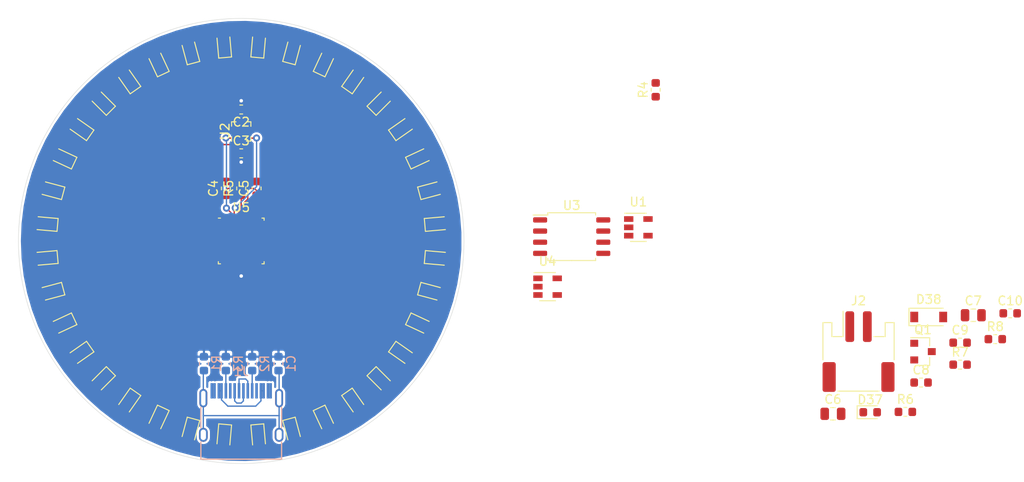
<source format=kicad_pcb>
(kicad_pcb (version 20171130) (host pcbnew "(5.1.4)-1")

  (general
    (thickness 1.6)
    (drawings 1)
    (tracks 145)
    (zones 0)
    (modules 64)
    (nets 55)
  )

  (page A4)
  (layers
    (0 F.Cu signal)
    (31 B.Cu signal)
    (32 B.Adhes user)
    (33 F.Adhes user)
    (34 B.Paste user)
    (35 F.Paste user)
    (36 B.SilkS user)
    (37 F.SilkS user)
    (38 B.Mask user)
    (39 F.Mask user)
    (40 Dwgs.User user)
    (41 Cmts.User user)
    (42 Eco1.User user)
    (43 Eco2.User user)
    (44 Edge.Cuts user)
    (45 Margin user)
    (46 B.CrtYd user)
    (47 F.CrtYd user)
    (48 B.Fab user)
    (49 F.Fab user)
  )

  (setup
    (last_trace_width 0.15)
    (user_trace_width 0.15)
    (user_trace_width 0.2)
    (trace_clearance 0.2)
    (zone_clearance 0.508)
    (zone_45_only no)
    (trace_min 0.1)
    (via_size 0.8)
    (via_drill 0.4)
    (via_min_size 0.4)
    (via_min_drill 0.3)
    (uvia_size 0.3)
    (uvia_drill 0.1)
    (uvias_allowed no)
    (uvia_min_size 0.2)
    (uvia_min_drill 0.1)
    (edge_width 0.05)
    (segment_width 0.2)
    (pcb_text_width 0.3)
    (pcb_text_size 1.5 1.5)
    (mod_edge_width 0.12)
    (mod_text_size 1 1)
    (mod_text_width 0.15)
    (pad_size 1.524 1.524)
    (pad_drill 0.762)
    (pad_to_mask_clearance 0.051)
    (solder_mask_min_width 0.25)
    (aux_axis_origin 0 0)
    (visible_elements 7FFFFFFF)
    (pcbplotparams
      (layerselection 0x010fc_ffffffff)
      (usegerberextensions false)
      (usegerberattributes false)
      (usegerberadvancedattributes false)
      (creategerberjobfile false)
      (excludeedgelayer true)
      (linewidth 0.100000)
      (plotframeref false)
      (viasonmask false)
      (mode 1)
      (useauxorigin false)
      (hpglpennumber 1)
      (hpglpenspeed 20)
      (hpglpendiameter 15.000000)
      (psnegative false)
      (psa4output false)
      (plotreference true)
      (plotvalue true)
      (plotinvisibletext false)
      (padsonsilk false)
      (subtractmaskfromsilk false)
      (outputformat 1)
      (mirror false)
      (drillshape 1)
      (scaleselection 1)
      (outputdirectory ""))
  )

  (net 0 "")
  (net 1 "Net-(C1-Pad1)")
  (net 2 GND)
  (net 3 "Net-(C2-Pad1)")
  (net 4 +3V3)
  (net 5 VCC)
  (net 6 "Net-(D1-Pad1)")
  (net 7 "Net-(D2-Pad1)")
  (net 8 "Net-(D3-Pad1)")
  (net 9 "Net-(D4-Pad1)")
  (net 10 "Net-(D5-Pad1)")
  (net 11 "Net-(D6-Pad1)")
  (net 12 "Net-(D7-Pad1)")
  (net 13 "Net-(D8-Pad1)")
  (net 14 "Net-(D9-Pad1)")
  (net 15 "Net-(D10-Pad1)")
  (net 16 "Net-(D11-Pad1)")
  (net 17 "Net-(D12-Pad1)")
  (net 18 "Net-(D13-Pad1)")
  (net 19 "Net-(D14-Pad1)")
  (net 20 "Net-(D15-Pad1)")
  (net 21 "Net-(D16-Pad1)")
  (net 22 "Net-(D17-Pad1)")
  (net 23 "Net-(D18-Pad1)")
  (net 24 "Net-(D19-Pad1)")
  (net 25 "Net-(D20-Pad1)")
  (net 26 "Net-(D21-Pad1)")
  (net 27 "Net-(D22-Pad1)")
  (net 28 "Net-(D23-Pad1)")
  (net 29 "Net-(D24-Pad1)")
  (net 30 "Net-(D25-Pad1)")
  (net 31 "Net-(D26-Pad1)")
  (net 32 "Net-(D27-Pad1)")
  (net 33 "Net-(D28-Pad1)")
  (net 34 "Net-(D29-Pad1)")
  (net 35 "Net-(D30-Pad1)")
  (net 36 "Net-(D31-Pad1)")
  (net 37 "Net-(D32-Pad1)")
  (net 38 "Net-(D33-Pad1)")
  (net 39 "Net-(D34-Pad1)")
  (net 40 "Net-(D35-Pad1)")
  (net 41 "Net-(D36-Pad1)")
  (net 42 /D-)
  (net 43 /D+)
  (net 44 "Net-(J1-PadB5)")
  (net 45 "Net-(J1-PadA5)")
  (net 46 VBUS)
  (net 47 "Net-(R4-Pad1)")
  (net 48 "Net-(R5-Pad1)")
  (net 49 /SDA)
  (net 50 /SCL)
  (net 51 "Net-(C7-Pad1)")
  (net 52 "Net-(D37-Pad1)")
  (net 53 "Net-(R7-Pad1)")
  (net 54 "Net-(R8-Pad2)")

  (net_class Default "This is the default net class."
    (clearance 0.2)
    (trace_width 0.25)
    (via_dia 0.8)
    (via_drill 0.4)
    (uvia_dia 0.3)
    (uvia_drill 0.1)
    (add_net +3V3)
    (add_net /D+)
    (add_net /D-)
    (add_net /SCL)
    (add_net /SDA)
    (add_net GND)
    (add_net "Net-(C1-Pad1)")
    (add_net "Net-(C2-Pad1)")
    (add_net "Net-(C7-Pad1)")
    (add_net "Net-(D1-Pad1)")
    (add_net "Net-(D10-Pad1)")
    (add_net "Net-(D11-Pad1)")
    (add_net "Net-(D12-Pad1)")
    (add_net "Net-(D13-Pad1)")
    (add_net "Net-(D14-Pad1)")
    (add_net "Net-(D15-Pad1)")
    (add_net "Net-(D16-Pad1)")
    (add_net "Net-(D17-Pad1)")
    (add_net "Net-(D18-Pad1)")
    (add_net "Net-(D19-Pad1)")
    (add_net "Net-(D2-Pad1)")
    (add_net "Net-(D20-Pad1)")
    (add_net "Net-(D21-Pad1)")
    (add_net "Net-(D22-Pad1)")
    (add_net "Net-(D23-Pad1)")
    (add_net "Net-(D24-Pad1)")
    (add_net "Net-(D25-Pad1)")
    (add_net "Net-(D26-Pad1)")
    (add_net "Net-(D27-Pad1)")
    (add_net "Net-(D28-Pad1)")
    (add_net "Net-(D29-Pad1)")
    (add_net "Net-(D3-Pad1)")
    (add_net "Net-(D30-Pad1)")
    (add_net "Net-(D31-Pad1)")
    (add_net "Net-(D32-Pad1)")
    (add_net "Net-(D33-Pad1)")
    (add_net "Net-(D34-Pad1)")
    (add_net "Net-(D35-Pad1)")
    (add_net "Net-(D36-Pad1)")
    (add_net "Net-(D37-Pad1)")
    (add_net "Net-(D4-Pad1)")
    (add_net "Net-(D5-Pad1)")
    (add_net "Net-(D6-Pad1)")
    (add_net "Net-(D7-Pad1)")
    (add_net "Net-(D8-Pad1)")
    (add_net "Net-(D9-Pad1)")
    (add_net "Net-(J1-PadA5)")
    (add_net "Net-(J1-PadB5)")
    (add_net "Net-(R4-Pad1)")
    (add_net "Net-(R5-Pad1)")
    (add_net "Net-(R7-Pad1)")
    (add_net "Net-(R8-Pad2)")
    (add_net VBUS)
    (add_net VCC)
  )

  (module buddy-compass-parts:QFN-44-1EP_5x5mm_P0.4mm_EP2.45x2.45mm (layer F.Cu) (tedit 5E07AD5A) (tstamp 5E16C40B)
    (at 50 50)
    (descr "QFN, 44 Pin (http://ww1.microchip.com/downloads/en/DeviceDoc/2512S.pdf#page=17), generated with kicad-footprint-generator ipc_noLead_generator.py")
    (tags "QFN NoLead")
    (path /5E07A654)
    (attr smd)
    (fp_text reference U5 (at 0 -3.82) (layer F.SilkS)
      (effects (font (size 1 1) (thickness 0.15)))
    )
    (fp_text value IS31FL3236A (at 0 3.82) (layer F.Fab)
      (effects (font (size 1 1) (thickness 0.15)))
    )
    (fp_line (start 2.36 -2.61) (end 2.61 -2.61) (layer F.SilkS) (width 0.12))
    (fp_line (start 2.61 -2.61) (end 2.61 -2.36) (layer F.SilkS) (width 0.12))
    (fp_line (start -2.36 2.61) (end -2.61 2.61) (layer F.SilkS) (width 0.12))
    (fp_line (start -2.61 2.61) (end -2.61 2.36) (layer F.SilkS) (width 0.12))
    (fp_line (start 2.36 2.61) (end 2.61 2.61) (layer F.SilkS) (width 0.12))
    (fp_line (start 2.61 2.61) (end 2.61 2.36) (layer F.SilkS) (width 0.12))
    (fp_line (start -2.36 -2.61) (end -2.61 -2.61) (layer F.SilkS) (width 0.12))
    (fp_line (start -1.5 -2.5) (end 2.5 -2.5) (layer F.Fab) (width 0.1))
    (fp_line (start 2.5 -2.5) (end 2.5 2.5) (layer F.Fab) (width 0.1))
    (fp_line (start 2.5 2.5) (end -2.5 2.5) (layer F.Fab) (width 0.1))
    (fp_line (start -2.5 2.5) (end -2.5 -1.5) (layer F.Fab) (width 0.1))
    (fp_line (start -2.5 -1.5) (end -1.5 -2.5) (layer F.Fab) (width 0.1))
    (fp_line (start -3.12 -3.12) (end -3.12 3.12) (layer F.CrtYd) (width 0.05))
    (fp_line (start -3.12 3.12) (end 3.12 3.12) (layer F.CrtYd) (width 0.05))
    (fp_line (start 3.12 3.12) (end 3.12 -3.12) (layer F.CrtYd) (width 0.05))
    (fp_line (start 3.12 -3.12) (end -3.12 -3.12) (layer F.CrtYd) (width 0.05))
    (fp_text user %R (at 0 0) (layer F.Fab)
      (effects (font (size 1 1) (thickness 0.15)))
    )
    (pad 45 smd roundrect (at 0 0) (size 2.45 2.45) (layers F.Cu F.Mask) (roundrect_rratio 0.102041)
      (net 2 GND))
    (pad "" smd roundrect (at -0.61 -0.61) (size 0.99 0.99) (layers F.Paste) (roundrect_rratio 0.25))
    (pad "" smd roundrect (at -0.61 0.61) (size 0.99 0.99) (layers F.Paste) (roundrect_rratio 0.25))
    (pad "" smd roundrect (at 0.61 -0.61) (size 0.99 0.99) (layers F.Paste) (roundrect_rratio 0.25))
    (pad "" smd roundrect (at 0.61 0.61) (size 0.99 0.99) (layers F.Paste) (roundrect_rratio 0.25))
    (pad 1 smd roundrect (at -2.5375 -2) (size 0.675 0.2) (layers F.Cu F.Paste F.Mask) (roundrect_rratio 0.25)
      (net 39 "Net-(D34-Pad1)"))
    (pad 2 smd roundrect (at -2.4375 -1.6) (size 0.875 0.2) (layers F.Cu F.Paste F.Mask) (roundrect_rratio 0.25)
      (net 38 "Net-(D33-Pad1)"))
    (pad 3 smd roundrect (at -2.4375 -1.2) (size 0.875 0.2) (layers F.Cu F.Paste F.Mask) (roundrect_rratio 0.25)
      (net 37 "Net-(D32-Pad1)"))
    (pad 4 smd roundrect (at -2.4375 -0.8) (size 0.875 0.2) (layers F.Cu F.Paste F.Mask) (roundrect_rratio 0.25)
      (net 36 "Net-(D31-Pad1)"))
    (pad 5 smd roundrect (at -2.4375 -0.4) (size 0.875 0.2) (layers F.Cu F.Paste F.Mask) (roundrect_rratio 0.25)
      (net 35 "Net-(D30-Pad1)"))
    (pad 6 smd roundrect (at -2.4375 0) (size 0.875 0.2) (layers F.Cu F.Paste F.Mask) (roundrect_rratio 0.25)
      (net 34 "Net-(D29-Pad1)"))
    (pad 7 smd roundrect (at -2.4375 0.4) (size 0.875 0.2) (layers F.Cu F.Paste F.Mask) (roundrect_rratio 0.25)
      (net 33 "Net-(D28-Pad1)"))
    (pad 8 smd roundrect (at -2.4375 0.8) (size 0.875 0.2) (layers F.Cu F.Paste F.Mask) (roundrect_rratio 0.25)
      (net 32 "Net-(D27-Pad1)"))
    (pad 9 smd roundrect (at -2.4375 1.2) (size 0.875 0.2) (layers F.Cu F.Paste F.Mask) (roundrect_rratio 0.25)
      (net 31 "Net-(D26-Pad1)"))
    (pad 10 smd roundrect (at -2.4375 1.6) (size 0.875 0.2) (layers F.Cu F.Paste F.Mask) (roundrect_rratio 0.25)
      (net 30 "Net-(D25-Pad1)"))
    (pad 11 smd roundrect (at -2.5375 2) (size 0.675 0.2) (layers F.Cu F.Paste F.Mask) (roundrect_rratio 0.25)
      (net 29 "Net-(D24-Pad1)"))
    (pad 12 smd roundrect (at -2 2.5375) (size 0.2 0.675) (layers F.Cu F.Paste F.Mask) (roundrect_rratio 0.25)
      (net 28 "Net-(D23-Pad1)"))
    (pad 13 smd roundrect (at -1.6 2.4375) (size 0.2 0.875) (layers F.Cu F.Paste F.Mask) (roundrect_rratio 0.25)
      (net 27 "Net-(D22-Pad1)"))
    (pad 14 smd roundrect (at -1.2 2.4375) (size 0.2 0.875) (layers F.Cu F.Paste F.Mask) (roundrect_rratio 0.25)
      (net 26 "Net-(D21-Pad1)"))
    (pad 15 smd roundrect (at -0.8 2.4375) (size 0.2 0.875) (layers F.Cu F.Paste F.Mask) (roundrect_rratio 0.25)
      (net 25 "Net-(D20-Pad1)"))
    (pad 16 smd roundrect (at -0.4 2.4375) (size 0.2 0.875) (layers F.Cu F.Paste F.Mask) (roundrect_rratio 0.25)
      (net 24 "Net-(D19-Pad1)"))
    (pad 17 smd roundrect (at 0 2.4375) (size 0.2 0.875) (layers F.Cu F.Paste F.Mask) (roundrect_rratio 0.25)
      (net 2 GND))
    (pad 18 smd roundrect (at 0.4 2.4375) (size 0.2 0.875) (layers F.Cu F.Paste F.Mask) (roundrect_rratio 0.25)
      (net 23 "Net-(D18-Pad1)"))
    (pad 19 smd roundrect (at 0.8 2.4375) (size 0.2 0.875) (layers F.Cu F.Paste F.Mask) (roundrect_rratio 0.25)
      (net 22 "Net-(D17-Pad1)"))
    (pad 20 smd roundrect (at 1.2 2.4375) (size 0.2 0.875) (layers F.Cu F.Paste F.Mask) (roundrect_rratio 0.25)
      (net 21 "Net-(D16-Pad1)"))
    (pad 21 smd roundrect (at 1.6 2.4375) (size 0.2 0.875) (layers F.Cu F.Paste F.Mask) (roundrect_rratio 0.25)
      (net 20 "Net-(D15-Pad1)"))
    (pad 22 smd roundrect (at 2 2.5375) (size 0.2 0.675) (layers F.Cu F.Paste F.Mask) (roundrect_rratio 0.25)
      (net 19 "Net-(D14-Pad1)"))
    (pad 23 smd roundrect (at 2.5375 2) (size 0.675 0.2) (layers F.Cu F.Paste F.Mask) (roundrect_rratio 0.25)
      (net 18 "Net-(D13-Pad1)"))
    (pad 24 smd roundrect (at 2.4375 1.6) (size 0.875 0.2) (layers F.Cu F.Paste F.Mask) (roundrect_rratio 0.25)
      (net 17 "Net-(D12-Pad1)"))
    (pad 25 smd roundrect (at 2.4375 1.2) (size 0.875 0.2) (layers F.Cu F.Paste F.Mask) (roundrect_rratio 0.25)
      (net 16 "Net-(D11-Pad1)"))
    (pad 26 smd roundrect (at 2.4375 0.8) (size 0.875 0.2) (layers F.Cu F.Paste F.Mask) (roundrect_rratio 0.25)
      (net 15 "Net-(D10-Pad1)"))
    (pad 27 smd roundrect (at 2.4375 0.4) (size 0.875 0.2) (layers F.Cu F.Paste F.Mask) (roundrect_rratio 0.25)
      (net 14 "Net-(D9-Pad1)"))
    (pad 28 smd roundrect (at 2.4375 0) (size 0.875 0.2) (layers F.Cu F.Paste F.Mask) (roundrect_rratio 0.25)
      (net 13 "Net-(D8-Pad1)"))
    (pad 29 smd roundrect (at 2.4375 -0.4) (size 0.875 0.2) (layers F.Cu F.Paste F.Mask) (roundrect_rratio 0.25)
      (net 12 "Net-(D7-Pad1)"))
    (pad 30 smd roundrect (at 2.4375 -0.8) (size 0.875 0.2) (layers F.Cu F.Paste F.Mask) (roundrect_rratio 0.25)
      (net 11 "Net-(D6-Pad1)"))
    (pad 31 smd roundrect (at 2.4375 -1.2) (size 0.875 0.2) (layers F.Cu F.Paste F.Mask) (roundrect_rratio 0.25)
      (net 10 "Net-(D5-Pad1)"))
    (pad 32 smd roundrect (at 2.4375 -1.6) (size 0.875 0.2) (layers F.Cu F.Paste F.Mask) (roundrect_rratio 0.25)
      (net 9 "Net-(D4-Pad1)"))
    (pad 33 smd roundrect (at 2.5375 -2) (size 0.675 0.2) (layers F.Cu F.Paste F.Mask) (roundrect_rratio 0.25)
      (net 8 "Net-(D3-Pad1)"))
    (pad 34 smd roundrect (at 2 -2.5375) (size 0.2 0.675) (layers F.Cu F.Paste F.Mask) (roundrect_rratio 0.25)
      (net 7 "Net-(D2-Pad1)"))
    (pad 35 smd roundrect (at 1.6 -2.4375) (size 0.2 0.875) (layers F.Cu F.Paste F.Mask) (roundrect_rratio 0.25)
      (net 6 "Net-(D1-Pad1)"))
    (pad 36 smd roundrect (at 1.2 -2.4375) (size 0.2 0.875) (layers F.Cu F.Paste F.Mask) (roundrect_rratio 0.25)
      (net 47 "Net-(R4-Pad1)"))
    (pad 37 smd roundrect (at 0.8 -2.4375) (size 0.2 0.875) (layers F.Cu F.Paste F.Mask) (roundrect_rratio 0.25)
      (net 2 GND))
    (pad 38 smd roundrect (at 0.4 -2.4375) (size 0.2 0.875) (layers F.Cu F.Paste F.Mask) (roundrect_rratio 0.25)
      (net 5 VCC))
    (pad 39 smd roundrect (at 0 -2.4375) (size 0.2 0.875) (layers F.Cu F.Paste F.Mask) (roundrect_rratio 0.25)
      (net 2 GND))
    (pad 40 smd roundrect (at -0.4 -2.4375) (size 0.2 0.875) (layers F.Cu F.Paste F.Mask) (roundrect_rratio 0.25)
      (net 48 "Net-(R5-Pad1)"))
    (pad 41 smd roundrect (at -0.8 -2.4375) (size 0.2 0.875) (layers F.Cu F.Paste F.Mask) (roundrect_rratio 0.25)
      (net 49 /SDA))
    (pad 42 smd roundrect (at -1.2 -2.4375) (size 0.2 0.875) (layers F.Cu F.Paste F.Mask) (roundrect_rratio 0.25)
      (net 50 /SCL))
    (pad 43 smd roundrect (at -1.6 -2.4375) (size 0.2 0.875) (layers F.Cu F.Paste F.Mask) (roundrect_rratio 0.25)
      (net 41 "Net-(D36-Pad1)"))
    (pad 44 smd roundrect (at -2 -2.5375) (size 0.2 0.675) (layers F.Cu F.Paste F.Mask) (roundrect_rratio 0.25)
      (net 40 "Net-(D35-Pad1)"))
    (model ${KISYS3DMOD}/Package_DFN_QFN.3dshapes/QFN-44-1EP_5x5mm_P0.4mm_EP2.45x2.45mm.wrl
      (at (xyz 0 0 0))
      (scale (xyz 1 1 1))
      (rotate (xyz 0 0 0))
    )
  )

  (module Resistor_SMD:R_0603_1608Metric (layer F.Cu) (tedit 5B301BBD) (tstamp 5E086ACA)
    (at 50 44 90)
    (descr "Resistor SMD 0603 (1608 Metric), square (rectangular) end terminal, IPC_7351 nominal, (Body size source: http://www.tortai-tech.com/upload/download/2011102023233369053.pdf), generated with kicad-footprint-generator")
    (tags resistor)
    (path /5E0AB5D8)
    (attr smd)
    (fp_text reference R5 (at 0 -1.43 90) (layer F.SilkS)
      (effects (font (size 1 1) (thickness 0.15)))
    )
    (fp_text value 3.3K (at 0 1.43 90) (layer F.Fab)
      (effects (font (size 1 1) (thickness 0.15)))
    )
    (fp_text user %R (at 0 0 90) (layer F.Fab)
      (effects (font (size 0.4 0.4) (thickness 0.06)))
    )
    (fp_line (start 1.48 0.73) (end -1.48 0.73) (layer F.CrtYd) (width 0.05))
    (fp_line (start 1.48 -0.73) (end 1.48 0.73) (layer F.CrtYd) (width 0.05))
    (fp_line (start -1.48 -0.73) (end 1.48 -0.73) (layer F.CrtYd) (width 0.05))
    (fp_line (start -1.48 0.73) (end -1.48 -0.73) (layer F.CrtYd) (width 0.05))
    (fp_line (start -0.162779 0.51) (end 0.162779 0.51) (layer F.SilkS) (width 0.12))
    (fp_line (start -0.162779 -0.51) (end 0.162779 -0.51) (layer F.SilkS) (width 0.12))
    (fp_line (start 0.8 0.4) (end -0.8 0.4) (layer F.Fab) (width 0.1))
    (fp_line (start 0.8 -0.4) (end 0.8 0.4) (layer F.Fab) (width 0.1))
    (fp_line (start -0.8 -0.4) (end 0.8 -0.4) (layer F.Fab) (width 0.1))
    (fp_line (start -0.8 0.4) (end -0.8 -0.4) (layer F.Fab) (width 0.1))
    (pad 2 smd roundrect (at 0.7875 0 90) (size 0.875 0.95) (layers F.Cu F.Paste F.Mask) (roundrect_rratio 0.25)
      (net 2 GND))
    (pad 1 smd roundrect (at -0.7875 0 90) (size 0.875 0.95) (layers F.Cu F.Paste F.Mask) (roundrect_rratio 0.25)
      (net 48 "Net-(R5-Pad1)"))
    (model ${KISYS3DMOD}/Resistor_SMD.3dshapes/R_0603_1608Metric.wrl
      (at (xyz 0 0 0))
      (scale (xyz 1 1 1))
      (rotate (xyz 0 0 0))
    )
  )

  (module Capacitor_SMD:C_0603_1608Metric (layer B.Cu) (tedit 5B301BBE) (tstamp 5E085BC2)
    (at 54.25 64 90)
    (descr "Capacitor SMD 0603 (1608 Metric), square (rectangular) end terminal, IPC_7351 nominal, (Body size source: http://www.tortai-tech.com/upload/download/2011102023233369053.pdf), generated with kicad-footprint-generator")
    (tags capacitor)
    (path /5E2036AE)
    (attr smd)
    (fp_text reference C1 (at 0 1.43 90) (layer B.SilkS)
      (effects (font (size 1 1) (thickness 0.15)) (justify mirror))
    )
    (fp_text value 100n (at 0 -1.43 90) (layer B.Fab)
      (effects (font (size 1 1) (thickness 0.15)) (justify mirror))
    )
    (fp_line (start -0.8 -0.4) (end -0.8 0.4) (layer B.Fab) (width 0.1))
    (fp_line (start -0.8 0.4) (end 0.8 0.4) (layer B.Fab) (width 0.1))
    (fp_line (start 0.8 0.4) (end 0.8 -0.4) (layer B.Fab) (width 0.1))
    (fp_line (start 0.8 -0.4) (end -0.8 -0.4) (layer B.Fab) (width 0.1))
    (fp_line (start -0.162779 0.51) (end 0.162779 0.51) (layer B.SilkS) (width 0.12))
    (fp_line (start -0.162779 -0.51) (end 0.162779 -0.51) (layer B.SilkS) (width 0.12))
    (fp_line (start -1.48 -0.73) (end -1.48 0.73) (layer B.CrtYd) (width 0.05))
    (fp_line (start -1.48 0.73) (end 1.48 0.73) (layer B.CrtYd) (width 0.05))
    (fp_line (start 1.48 0.73) (end 1.48 -0.73) (layer B.CrtYd) (width 0.05))
    (fp_line (start 1.48 -0.73) (end -1.48 -0.73) (layer B.CrtYd) (width 0.05))
    (fp_text user %R (at 0 0 90) (layer B.Fab)
      (effects (font (size 0.4 0.4) (thickness 0.06)) (justify mirror))
    )
    (pad 1 smd roundrect (at -0.7875 0 90) (size 0.875 0.95) (layers B.Cu B.Paste B.Mask) (roundrect_rratio 0.25)
      (net 1 "Net-(C1-Pad1)"))
    (pad 2 smd roundrect (at 0.7875 0 90) (size 0.875 0.95) (layers B.Cu B.Paste B.Mask) (roundrect_rratio 0.25)
      (net 2 GND))
    (model ${KISYS3DMOD}/Capacitor_SMD.3dshapes/C_0603_1608Metric.wrl
      (at (xyz 0 0 0))
      (scale (xyz 1 1 1))
      (rotate (xyz 0 0 0))
    )
  )

  (module Capacitor_SMD:C_0603_1608Metric (layer F.Cu) (tedit 5B301BBE) (tstamp 5E085BD3)
    (at 50 35 180)
    (descr "Capacitor SMD 0603 (1608 Metric), square (rectangular) end terminal, IPC_7351 nominal, (Body size source: http://www.tortai-tech.com/upload/download/2011102023233369053.pdf), generated with kicad-footprint-generator")
    (tags capacitor)
    (path /5E1086B3)
    (attr smd)
    (fp_text reference C2 (at 0 -1.43) (layer F.SilkS)
      (effects (font (size 1 1) (thickness 0.15)))
    )
    (fp_text value 220n (at 0 1.43) (layer F.Fab)
      (effects (font (size 1 1) (thickness 0.15)))
    )
    (fp_line (start -0.8 0.4) (end -0.8 -0.4) (layer F.Fab) (width 0.1))
    (fp_line (start -0.8 -0.4) (end 0.8 -0.4) (layer F.Fab) (width 0.1))
    (fp_line (start 0.8 -0.4) (end 0.8 0.4) (layer F.Fab) (width 0.1))
    (fp_line (start 0.8 0.4) (end -0.8 0.4) (layer F.Fab) (width 0.1))
    (fp_line (start -0.162779 -0.51) (end 0.162779 -0.51) (layer F.SilkS) (width 0.12))
    (fp_line (start -0.162779 0.51) (end 0.162779 0.51) (layer F.SilkS) (width 0.12))
    (fp_line (start -1.48 0.73) (end -1.48 -0.73) (layer F.CrtYd) (width 0.05))
    (fp_line (start -1.48 -0.73) (end 1.48 -0.73) (layer F.CrtYd) (width 0.05))
    (fp_line (start 1.48 -0.73) (end 1.48 0.73) (layer F.CrtYd) (width 0.05))
    (fp_line (start 1.48 0.73) (end -1.48 0.73) (layer F.CrtYd) (width 0.05))
    (fp_text user %R (at 0 0) (layer F.Fab)
      (effects (font (size 0.4 0.4) (thickness 0.06)))
    )
    (pad 1 smd roundrect (at -0.7875 0 180) (size 0.875 0.95) (layers F.Cu F.Paste F.Mask) (roundrect_rratio 0.25)
      (net 3 "Net-(C2-Pad1)"))
    (pad 2 smd roundrect (at 0.7875 0 180) (size 0.875 0.95) (layers F.Cu F.Paste F.Mask) (roundrect_rratio 0.25)
      (net 2 GND))
    (model ${KISYS3DMOD}/Capacitor_SMD.3dshapes/C_0603_1608Metric.wrl
      (at (xyz 0 0 0))
      (scale (xyz 1 1 1))
      (rotate (xyz 0 0 0))
    )
  )

  (module Capacitor_SMD:C_0603_1608Metric (layer F.Cu) (tedit 5B301BBE) (tstamp 5E085BE4)
    (at 50 40)
    (descr "Capacitor SMD 0603 (1608 Metric), square (rectangular) end terminal, IPC_7351 nominal, (Body size source: http://www.tortai-tech.com/upload/download/2011102023233369053.pdf), generated with kicad-footprint-generator")
    (tags capacitor)
    (path /5E13DD33)
    (attr smd)
    (fp_text reference C3 (at 0 -1.43) (layer F.SilkS)
      (effects (font (size 1 1) (thickness 0.15)))
    )
    (fp_text value 100n (at 0 1.43) (layer F.Fab)
      (effects (font (size 1 1) (thickness 0.15)))
    )
    (fp_text user %R (at 0 0) (layer F.Fab)
      (effects (font (size 0.4 0.4) (thickness 0.06)))
    )
    (fp_line (start 1.48 0.73) (end -1.48 0.73) (layer F.CrtYd) (width 0.05))
    (fp_line (start 1.48 -0.73) (end 1.48 0.73) (layer F.CrtYd) (width 0.05))
    (fp_line (start -1.48 -0.73) (end 1.48 -0.73) (layer F.CrtYd) (width 0.05))
    (fp_line (start -1.48 0.73) (end -1.48 -0.73) (layer F.CrtYd) (width 0.05))
    (fp_line (start -0.162779 0.51) (end 0.162779 0.51) (layer F.SilkS) (width 0.12))
    (fp_line (start -0.162779 -0.51) (end 0.162779 -0.51) (layer F.SilkS) (width 0.12))
    (fp_line (start 0.8 0.4) (end -0.8 0.4) (layer F.Fab) (width 0.1))
    (fp_line (start 0.8 -0.4) (end 0.8 0.4) (layer F.Fab) (width 0.1))
    (fp_line (start -0.8 -0.4) (end 0.8 -0.4) (layer F.Fab) (width 0.1))
    (fp_line (start -0.8 0.4) (end -0.8 -0.4) (layer F.Fab) (width 0.1))
    (pad 2 smd roundrect (at 0.7875 0) (size 0.875 0.95) (layers F.Cu F.Paste F.Mask) (roundrect_rratio 0.25)
      (net 2 GND))
    (pad 1 smd roundrect (at -0.7875 0) (size 0.875 0.95) (layers F.Cu F.Paste F.Mask) (roundrect_rratio 0.25)
      (net 4 +3V3))
    (model ${KISYS3DMOD}/Capacitor_SMD.3dshapes/C_0603_1608Metric.wrl
      (at (xyz 0 0 0))
      (scale (xyz 1 1 1))
      (rotate (xyz 0 0 0))
    )
  )

  (module Capacitor_SMD:C_0603_1608Metric (layer F.Cu) (tedit 5B301BBE) (tstamp 5E085BF5)
    (at 48.25 44 90)
    (descr "Capacitor SMD 0603 (1608 Metric), square (rectangular) end terminal, IPC_7351 nominal, (Body size source: http://www.tortai-tech.com/upload/download/2011102023233369053.pdf), generated with kicad-footprint-generator")
    (tags capacitor)
    (path /5E0C3B59)
    (attr smd)
    (fp_text reference C4 (at 0 -1.43 90) (layer F.SilkS)
      (effects (font (size 1 1) (thickness 0.15)))
    )
    (fp_text value 1u (at 0 1.43 90) (layer F.Fab)
      (effects (font (size 1 1) (thickness 0.15)))
    )
    (fp_line (start -0.8 0.4) (end -0.8 -0.4) (layer F.Fab) (width 0.1))
    (fp_line (start -0.8 -0.4) (end 0.8 -0.4) (layer F.Fab) (width 0.1))
    (fp_line (start 0.8 -0.4) (end 0.8 0.4) (layer F.Fab) (width 0.1))
    (fp_line (start 0.8 0.4) (end -0.8 0.4) (layer F.Fab) (width 0.1))
    (fp_line (start -0.162779 -0.51) (end 0.162779 -0.51) (layer F.SilkS) (width 0.12))
    (fp_line (start -0.162779 0.51) (end 0.162779 0.51) (layer F.SilkS) (width 0.12))
    (fp_line (start -1.48 0.73) (end -1.48 -0.73) (layer F.CrtYd) (width 0.05))
    (fp_line (start -1.48 -0.73) (end 1.48 -0.73) (layer F.CrtYd) (width 0.05))
    (fp_line (start 1.48 -0.73) (end 1.48 0.73) (layer F.CrtYd) (width 0.05))
    (fp_line (start 1.48 0.73) (end -1.48 0.73) (layer F.CrtYd) (width 0.05))
    (fp_text user %R (at 0 0 90) (layer F.Fab)
      (effects (font (size 0.4 0.4) (thickness 0.06)))
    )
    (pad 1 smd roundrect (at -0.7875 0 90) (size 0.875 0.95) (layers F.Cu F.Paste F.Mask) (roundrect_rratio 0.25)
      (net 5 VCC))
    (pad 2 smd roundrect (at 0.7875 0 90) (size 0.875 0.95) (layers F.Cu F.Paste F.Mask) (roundrect_rratio 0.25)
      (net 2 GND))
    (model ${KISYS3DMOD}/Capacitor_SMD.3dshapes/C_0603_1608Metric.wrl
      (at (xyz 0 0 0))
      (scale (xyz 1 1 1))
      (rotate (xyz 0 0 0))
    )
  )

  (module Capacitor_SMD:C_0603_1608Metric (layer F.Cu) (tedit 5B301BBE) (tstamp 5E1714BA)
    (at 51.75 44 90)
    (descr "Capacitor SMD 0603 (1608 Metric), square (rectangular) end terminal, IPC_7351 nominal, (Body size source: http://www.tortai-tech.com/upload/download/2011102023233369053.pdf), generated with kicad-footprint-generator")
    (tags capacitor)
    (path /5E0C4BB9)
    (attr smd)
    (fp_text reference C5 (at 0 -1.43 90) (layer F.SilkS)
      (effects (font (size 1 1) (thickness 0.15)))
    )
    (fp_text value 100n (at 0 1.43 90) (layer F.Fab)
      (effects (font (size 1 1) (thickness 0.15)))
    )
    (fp_text user %R (at 0 0 90) (layer F.Fab)
      (effects (font (size 0.4 0.4) (thickness 0.06)))
    )
    (fp_line (start 1.48 0.73) (end -1.48 0.73) (layer F.CrtYd) (width 0.05))
    (fp_line (start 1.48 -0.73) (end 1.48 0.73) (layer F.CrtYd) (width 0.05))
    (fp_line (start -1.48 -0.73) (end 1.48 -0.73) (layer F.CrtYd) (width 0.05))
    (fp_line (start -1.48 0.73) (end -1.48 -0.73) (layer F.CrtYd) (width 0.05))
    (fp_line (start -0.162779 0.51) (end 0.162779 0.51) (layer F.SilkS) (width 0.12))
    (fp_line (start -0.162779 -0.51) (end 0.162779 -0.51) (layer F.SilkS) (width 0.12))
    (fp_line (start 0.8 0.4) (end -0.8 0.4) (layer F.Fab) (width 0.1))
    (fp_line (start 0.8 -0.4) (end 0.8 0.4) (layer F.Fab) (width 0.1))
    (fp_line (start -0.8 -0.4) (end 0.8 -0.4) (layer F.Fab) (width 0.1))
    (fp_line (start -0.8 0.4) (end -0.8 -0.4) (layer F.Fab) (width 0.1))
    (pad 2 smd roundrect (at 0.7875 0 90) (size 0.875 0.95) (layers F.Cu F.Paste F.Mask) (roundrect_rratio 0.25)
      (net 2 GND))
    (pad 1 smd roundrect (at -0.7875 0 90) (size 0.875 0.95) (layers F.Cu F.Paste F.Mask) (roundrect_rratio 0.25)
      (net 5 VCC))
    (model ${KISYS3DMOD}/Capacitor_SMD.3dshapes/C_0603_1608Metric.wrl
      (at (xyz 0 0 0))
      (scale (xyz 1 1 1))
      (rotate (xyz 0 0 0))
    )
  )

  (module LED_SMD:LED_0603_1608Metric (layer F.Cu) (tedit 5B301BBE) (tstamp 5E16EB35)
    (at 51.961004 27.585619 85)
    (descr "LED SMD 0603 (1608 Metric), square (rectangular) end terminal, IPC_7351 nominal, (Body size source: http://www.tortai-tech.com/upload/download/2011102023233369053.pdf), generated with kicad-footprint-generator")
    (tags diode)
    (path /5E08BBB4)
    (attr smd)
    (fp_text reference D1 (at 0 -1.43 85) (layer F.SilkS) hide
      (effects (font (size 1 1) (thickness 0.15)))
    )
    (fp_text value LED (at 0 1.43 85) (layer F.Fab)
      (effects (font (size 1 1) (thickness 0.15)))
    )
    (fp_text user %R (at 0 0 85) (layer F.Fab)
      (effects (font (size 0.4 0.4) (thickness 0.06)))
    )
    (fp_line (start 1.48 0.73) (end -1.48 0.73) (layer F.CrtYd) (width 0.05))
    (fp_line (start 1.48 -0.73) (end 1.48 0.73) (layer F.CrtYd) (width 0.05))
    (fp_line (start -1.48 -0.73) (end 1.48 -0.73) (layer F.CrtYd) (width 0.05))
    (fp_line (start -1.48 0.73) (end -1.48 -0.73) (layer F.CrtYd) (width 0.05))
    (fp_line (start -1.485 0.735) (end 0.8 0.735) (layer F.SilkS) (width 0.12))
    (fp_line (start -1.485 -0.735) (end -1.485 0.735) (layer F.SilkS) (width 0.12))
    (fp_line (start 0.8 -0.735) (end -1.485 -0.735) (layer F.SilkS) (width 0.12))
    (fp_line (start 0.8 0.4) (end 0.8 -0.4) (layer F.Fab) (width 0.1))
    (fp_line (start -0.8 0.4) (end 0.8 0.4) (layer F.Fab) (width 0.1))
    (fp_line (start -0.8 -0.1) (end -0.8 0.4) (layer F.Fab) (width 0.1))
    (fp_line (start -0.5 -0.4) (end -0.8 -0.1) (layer F.Fab) (width 0.1))
    (fp_line (start 0.8 -0.4) (end -0.5 -0.4) (layer F.Fab) (width 0.1))
    (pad 2 smd roundrect (at 0.7875 0 85) (size 0.875 0.95) (layers F.Cu F.Paste F.Mask) (roundrect_rratio 0.25)
      (net 5 VCC))
    (pad 1 smd roundrect (at -0.7875 0 85) (size 0.875 0.95) (layers F.Cu F.Paste F.Mask) (roundrect_rratio 0.25)
      (net 6 "Net-(D1-Pad1)"))
    (model ${KISYS3DMOD}/LED_SMD.3dshapes/LED_0603_1608Metric.wrl
      (at (xyz 0 0 0))
      (scale (xyz 1 1 1))
      (rotate (xyz 0 0 0))
    )
  )

  (module LED_SMD:LED_0603_1608Metric (layer F.Cu) (tedit 5B301BBE) (tstamp 5E16EA10)
    (at 65.909902 34.090097 45)
    (descr "LED SMD 0603 (1608 Metric), square (rectangular) end terminal, IPC_7351 nominal, (Body size source: http://www.tortai-tech.com/upload/download/2011102023233369053.pdf), generated with kicad-footprint-generator")
    (tags diode)
    (path /5E082A9D)
    (attr smd)
    (fp_text reference D5 (at 0 -1.43 45) (layer F.SilkS) hide
      (effects (font (size 1 1) (thickness 0.15)))
    )
    (fp_text value LED (at 0 1.43 45) (layer F.Fab)
      (effects (font (size 1 1) (thickness 0.15)))
    )
    (fp_text user %R (at 0 0 45) (layer F.Fab)
      (effects (font (size 0.4 0.4) (thickness 0.06)))
    )
    (fp_line (start 1.48 0.73) (end -1.48 0.73) (layer F.CrtYd) (width 0.05))
    (fp_line (start 1.48 -0.73) (end 1.48 0.73) (layer F.CrtYd) (width 0.05))
    (fp_line (start -1.48 -0.73) (end 1.48 -0.73) (layer F.CrtYd) (width 0.05))
    (fp_line (start -1.48 0.73) (end -1.48 -0.73) (layer F.CrtYd) (width 0.05))
    (fp_line (start -1.485 0.735) (end 0.8 0.735) (layer F.SilkS) (width 0.12))
    (fp_line (start -1.485 -0.735) (end -1.485 0.735) (layer F.SilkS) (width 0.12))
    (fp_line (start 0.8 -0.735) (end -1.485 -0.735) (layer F.SilkS) (width 0.12))
    (fp_line (start 0.8 0.4) (end 0.8 -0.4) (layer F.Fab) (width 0.1))
    (fp_line (start -0.8 0.4) (end 0.8 0.4) (layer F.Fab) (width 0.1))
    (fp_line (start -0.8 -0.1) (end -0.8 0.4) (layer F.Fab) (width 0.1))
    (fp_line (start -0.5 -0.4) (end -0.8 -0.1) (layer F.Fab) (width 0.1))
    (fp_line (start 0.8 -0.4) (end -0.5 -0.4) (layer F.Fab) (width 0.1))
    (pad 2 smd roundrect (at 0.7875 0 45) (size 0.875 0.95) (layers F.Cu F.Paste F.Mask) (roundrect_rratio 0.25)
      (net 5 VCC))
    (pad 1 smd roundrect (at -0.7875 0 45) (size 0.875 0.95) (layers F.Cu F.Paste F.Mask) (roundrect_rratio 0.25)
      (net 10 "Net-(D5-Pad1)"))
    (model ${KISYS3DMOD}/LED_SMD.3dshapes/LED_0603_1608Metric.wrl
      (at (xyz 0 0 0))
      (scale (xyz 1 1 1))
      (rotate (xyz 0 0 0))
    )
  )

  (module LED_SMD:LED_0603_1608Metric (layer F.Cu) (tedit 5B301BBE) (tstamp 5E16E8EC)
    (at 72.41438 48.038995 5)
    (descr "LED SMD 0603 (1608 Metric), square (rectangular) end terminal, IPC_7351 nominal, (Body size source: http://www.tortai-tech.com/upload/download/2011102023233369053.pdf), generated with kicad-footprint-generator")
    (tags diode)
    (path /5E082A66)
    (attr smd)
    (fp_text reference D9 (at 0 -1.43 5) (layer F.SilkS) hide
      (effects (font (size 1 1) (thickness 0.15)))
    )
    (fp_text value LED (at 0 1.43 5) (layer F.Fab)
      (effects (font (size 1 1) (thickness 0.15)))
    )
    (fp_text user %R (at 0 0 5) (layer F.Fab)
      (effects (font (size 0.4 0.4) (thickness 0.06)))
    )
    (fp_line (start 1.48 0.73) (end -1.48 0.73) (layer F.CrtYd) (width 0.05))
    (fp_line (start 1.48 -0.73) (end 1.48 0.73) (layer F.CrtYd) (width 0.05))
    (fp_line (start -1.48 -0.73) (end 1.48 -0.73) (layer F.CrtYd) (width 0.05))
    (fp_line (start -1.48 0.73) (end -1.48 -0.73) (layer F.CrtYd) (width 0.05))
    (fp_line (start -1.485 0.735) (end 0.8 0.735) (layer F.SilkS) (width 0.12))
    (fp_line (start -1.485 -0.735) (end -1.485 0.735) (layer F.SilkS) (width 0.12))
    (fp_line (start 0.8 -0.735) (end -1.485 -0.735) (layer F.SilkS) (width 0.12))
    (fp_line (start 0.8 0.4) (end 0.8 -0.4) (layer F.Fab) (width 0.1))
    (fp_line (start -0.8 0.4) (end 0.8 0.4) (layer F.Fab) (width 0.1))
    (fp_line (start -0.8 -0.1) (end -0.8 0.4) (layer F.Fab) (width 0.1))
    (fp_line (start -0.5 -0.4) (end -0.8 -0.1) (layer F.Fab) (width 0.1))
    (fp_line (start 0.8 -0.4) (end -0.5 -0.4) (layer F.Fab) (width 0.1))
    (pad 2 smd roundrect (at 0.7875 0 5) (size 0.875 0.95) (layers F.Cu F.Paste F.Mask) (roundrect_rratio 0.25)
      (net 5 VCC))
    (pad 1 smd roundrect (at -0.7875 0 5) (size 0.875 0.95) (layers F.Cu F.Paste F.Mask) (roundrect_rratio 0.25)
      (net 14 "Net-(D9-Pad1)"))
    (model ${KISYS3DMOD}/LED_SMD.3dshapes/LED_0603_1608Metric.wrl
      (at (xyz 0 0 0))
      (scale (xyz 1 1 1))
      (rotate (xyz 0 0 0))
    )
  )

  (module LED_SMD:LED_0603_1608Metric (layer F.Cu) (tedit 5B301BBE) (tstamp 5E16E7C7)
    (at 68.43092 62.905469 325)
    (descr "LED SMD 0603 (1608 Metric), square (rectangular) end terminal, IPC_7351 nominal, (Body size source: http://www.tortai-tech.com/upload/download/2011102023233369053.pdf), generated with kicad-footprint-generator")
    (tags diode)
    (path /5E082A2E)
    (attr smd)
    (fp_text reference D13 (at 0 -1.43 325) (layer F.SilkS) hide
      (effects (font (size 1 1) (thickness 0.15)))
    )
    (fp_text value LED (at 0 1.43 325) (layer F.Fab)
      (effects (font (size 1 1) (thickness 0.15)))
    )
    (fp_text user %R (at 0 0 325) (layer F.Fab)
      (effects (font (size 0.4 0.4) (thickness 0.06)))
    )
    (fp_line (start 1.48 0.73) (end -1.48 0.73) (layer F.CrtYd) (width 0.05))
    (fp_line (start 1.48 -0.73) (end 1.48 0.73) (layer F.CrtYd) (width 0.05))
    (fp_line (start -1.48 -0.73) (end 1.48 -0.73) (layer F.CrtYd) (width 0.05))
    (fp_line (start -1.48 0.73) (end -1.48 -0.73) (layer F.CrtYd) (width 0.05))
    (fp_line (start -1.485 0.735) (end 0.8 0.735) (layer F.SilkS) (width 0.12))
    (fp_line (start -1.485 -0.735) (end -1.485 0.735) (layer F.SilkS) (width 0.12))
    (fp_line (start 0.8 -0.735) (end -1.485 -0.735) (layer F.SilkS) (width 0.12))
    (fp_line (start 0.8 0.4) (end 0.8 -0.4) (layer F.Fab) (width 0.1))
    (fp_line (start -0.8 0.4) (end 0.8 0.4) (layer F.Fab) (width 0.1))
    (fp_line (start -0.8 -0.1) (end -0.8 0.4) (layer F.Fab) (width 0.1))
    (fp_line (start -0.5 -0.4) (end -0.8 -0.1) (layer F.Fab) (width 0.1))
    (fp_line (start 0.8 -0.4) (end -0.5 -0.4) (layer F.Fab) (width 0.1))
    (pad 2 smd roundrect (at 0.7875 0 325) (size 0.875 0.95) (layers F.Cu F.Paste F.Mask) (roundrect_rratio 0.25)
      (net 5 VCC))
    (pad 1 smd roundrect (at -0.7875 0 325) (size 0.875 0.95) (layers F.Cu F.Paste F.Mask) (roundrect_rratio 0.25)
      (net 18 "Net-(D13-Pad1)"))
    (model ${KISYS3DMOD}/LED_SMD.3dshapes/LED_0603_1608Metric.wrl
      (at (xyz 0 0 0))
      (scale (xyz 1 1 1))
      (rotate (xyz 0 0 0))
    )
  )

  (module LED_SMD:LED_0603_1608Metric (layer F.Cu) (tedit 5B301BBE) (tstamp 5E16E6A3)
    (at 55.823428 71.733331 285)
    (descr "LED SMD 0603 (1608 Metric), square (rectangular) end terminal, IPC_7351 nominal, (Body size source: http://www.tortai-tech.com/upload/download/2011102023233369053.pdf), generated with kicad-footprint-generator")
    (tags diode)
    (path /5E0829F7)
    (attr smd)
    (fp_text reference D17 (at 0 -1.43 285) (layer F.SilkS) hide
      (effects (font (size 1 1) (thickness 0.15)))
    )
    (fp_text value LED (at 0 1.43 285) (layer F.Fab)
      (effects (font (size 1 1) (thickness 0.15)))
    )
    (fp_text user %R (at 0 0 285) (layer F.Fab)
      (effects (font (size 0.4 0.4) (thickness 0.06)))
    )
    (fp_line (start 1.48 0.73) (end -1.48 0.73) (layer F.CrtYd) (width 0.05))
    (fp_line (start 1.48 -0.73) (end 1.48 0.73) (layer F.CrtYd) (width 0.05))
    (fp_line (start -1.48 -0.73) (end 1.48 -0.73) (layer F.CrtYd) (width 0.05))
    (fp_line (start -1.48 0.73) (end -1.48 -0.73) (layer F.CrtYd) (width 0.05))
    (fp_line (start -1.485 0.735) (end 0.8 0.735) (layer F.SilkS) (width 0.12))
    (fp_line (start -1.485 -0.735) (end -1.485 0.735) (layer F.SilkS) (width 0.12))
    (fp_line (start 0.8 -0.735) (end -1.485 -0.735) (layer F.SilkS) (width 0.12))
    (fp_line (start 0.8 0.4) (end 0.8 -0.4) (layer F.Fab) (width 0.1))
    (fp_line (start -0.8 0.4) (end 0.8 0.4) (layer F.Fab) (width 0.1))
    (fp_line (start -0.8 -0.1) (end -0.8 0.4) (layer F.Fab) (width 0.1))
    (fp_line (start -0.5 -0.4) (end -0.8 -0.1) (layer F.Fab) (width 0.1))
    (fp_line (start 0.8 -0.4) (end -0.5 -0.4) (layer F.Fab) (width 0.1))
    (pad 2 smd roundrect (at 0.7875 0 285) (size 0.875 0.95) (layers F.Cu F.Paste F.Mask) (roundrect_rratio 0.25)
      (net 5 VCC))
    (pad 1 smd roundrect (at -0.7875 0 285) (size 0.875 0.95) (layers F.Cu F.Paste F.Mask) (roundrect_rratio 0.25)
      (net 22 "Net-(D17-Pad1)"))
    (model ${KISYS3DMOD}/LED_SMD.3dshapes/LED_0603_1608Metric.wrl
      (at (xyz 0 0 0))
      (scale (xyz 1 1 1))
      (rotate (xyz 0 0 0))
    )
  )

  (module LED_SMD:LED_0603_1608Metric (layer F.Cu) (tedit 5B301BBE) (tstamp 5E16EFC6)
    (at 40.491089 70.391925 245)
    (descr "LED SMD 0603 (1608 Metric), square (rectangular) end terminal, IPC_7351 nominal, (Body size source: http://www.tortai-tech.com/upload/download/2011102023233369053.pdf), generated with kicad-footprint-generator")
    (tags diode)
    (path /5E07F160)
    (attr smd)
    (fp_text reference D21 (at 0 -1.43 245) (layer F.SilkS) hide
      (effects (font (size 1 1) (thickness 0.15)))
    )
    (fp_text value LED (at 0 1.43 245) (layer F.Fab)
      (effects (font (size 1 1) (thickness 0.15)))
    )
    (fp_text user %R (at 0 0 245) (layer F.Fab)
      (effects (font (size 0.4 0.4) (thickness 0.06)))
    )
    (fp_line (start 1.48 0.73) (end -1.48 0.73) (layer F.CrtYd) (width 0.05))
    (fp_line (start 1.48 -0.73) (end 1.48 0.73) (layer F.CrtYd) (width 0.05))
    (fp_line (start -1.48 -0.73) (end 1.48 -0.73) (layer F.CrtYd) (width 0.05))
    (fp_line (start -1.48 0.73) (end -1.48 -0.73) (layer F.CrtYd) (width 0.05))
    (fp_line (start -1.485 0.735) (end 0.8 0.735) (layer F.SilkS) (width 0.12))
    (fp_line (start -1.485 -0.735) (end -1.485 0.735) (layer F.SilkS) (width 0.12))
    (fp_line (start 0.8 -0.735) (end -1.485 -0.735) (layer F.SilkS) (width 0.12))
    (fp_line (start 0.8 0.4) (end 0.8 -0.4) (layer F.Fab) (width 0.1))
    (fp_line (start -0.8 0.4) (end 0.8 0.4) (layer F.Fab) (width 0.1))
    (fp_line (start -0.8 -0.1) (end -0.8 0.4) (layer F.Fab) (width 0.1))
    (fp_line (start -0.5 -0.4) (end -0.8 -0.1) (layer F.Fab) (width 0.1))
    (fp_line (start 0.8 -0.4) (end -0.5 -0.4) (layer F.Fab) (width 0.1))
    (pad 2 smd roundrect (at 0.7875 0 245) (size 0.875 0.95) (layers F.Cu F.Paste F.Mask) (roundrect_rratio 0.25)
      (net 5 VCC))
    (pad 1 smd roundrect (at -0.7875 0 245) (size 0.875 0.95) (layers F.Cu F.Paste F.Mask) (roundrect_rratio 0.25)
      (net 26 "Net-(D21-Pad1)"))
    (model ${KISYS3DMOD}/LED_SMD.3dshapes/LED_0603_1608Metric.wrl
      (at (xyz 0 0 0))
      (scale (xyz 1 1 1))
      (rotate (xyz 0 0 0))
    )
  )

  (module LED_SMD:LED_0603_1608Metric (layer F.Cu) (tedit 5B301BBE) (tstamp 5E16EEA2)
    (at 29.608074 59.50891 205)
    (descr "LED SMD 0603 (1608 Metric), square (rectangular) end terminal, IPC_7351 nominal, (Body size source: http://www.tortai-tech.com/upload/download/2011102023233369053.pdf), generated with kicad-footprint-generator")
    (tags diode)
    (path /5E07F129)
    (attr smd)
    (fp_text reference D25 (at 0 -1.43 205) (layer F.SilkS) hide
      (effects (font (size 1 1) (thickness 0.15)))
    )
    (fp_text value LED (at 0 1.43 205) (layer F.Fab)
      (effects (font (size 1 1) (thickness 0.15)))
    )
    (fp_line (start 0.8 -0.4) (end -0.5 -0.4) (layer F.Fab) (width 0.1))
    (fp_line (start -0.5 -0.4) (end -0.8 -0.1) (layer F.Fab) (width 0.1))
    (fp_line (start -0.8 -0.1) (end -0.8 0.4) (layer F.Fab) (width 0.1))
    (fp_line (start -0.8 0.4) (end 0.8 0.4) (layer F.Fab) (width 0.1))
    (fp_line (start 0.8 0.4) (end 0.8 -0.4) (layer F.Fab) (width 0.1))
    (fp_line (start 0.8 -0.735) (end -1.485 -0.735) (layer F.SilkS) (width 0.12))
    (fp_line (start -1.485 -0.735) (end -1.485 0.735) (layer F.SilkS) (width 0.12))
    (fp_line (start -1.485 0.735) (end 0.8 0.735) (layer F.SilkS) (width 0.12))
    (fp_line (start -1.48 0.73) (end -1.48 -0.73) (layer F.CrtYd) (width 0.05))
    (fp_line (start -1.48 -0.73) (end 1.48 -0.73) (layer F.CrtYd) (width 0.05))
    (fp_line (start 1.48 -0.73) (end 1.48 0.73) (layer F.CrtYd) (width 0.05))
    (fp_line (start 1.48 0.73) (end -1.48 0.73) (layer F.CrtYd) (width 0.05))
    (fp_text user %R (at 0 0 205) (layer F.Fab)
      (effects (font (size 0.4 0.4) (thickness 0.06)))
    )
    (pad 1 smd roundrect (at -0.7875 0 205) (size 0.875 0.95) (layers F.Cu F.Paste F.Mask) (roundrect_rratio 0.25)
      (net 30 "Net-(D25-Pad1)"))
    (pad 2 smd roundrect (at 0.7875 0 205) (size 0.875 0.95) (layers F.Cu F.Paste F.Mask) (roundrect_rratio 0.25)
      (net 5 VCC))
    (model ${KISYS3DMOD}/LED_SMD.3dshapes/LED_0603_1608Metric.wrl
      (at (xyz 0 0 0))
      (scale (xyz 1 1 1))
      (rotate (xyz 0 0 0))
    )
  )

  (module LED_SMD:LED_0603_1608Metric (layer F.Cu) (tedit 5B301BBE) (tstamp 5E16ED7E)
    (at 28.266668 44.176571 165)
    (descr "LED SMD 0603 (1608 Metric), square (rectangular) end terminal, IPC_7351 nominal, (Body size source: http://www.tortai-tech.com/upload/download/2011102023233369053.pdf), generated with kicad-footprint-generator")
    (tags diode)
    (path /5E07D804)
    (attr smd)
    (fp_text reference D29 (at 0 -1.43 165) (layer F.SilkS) hide
      (effects (font (size 1 1) (thickness 0.15)))
    )
    (fp_text value LED (at 0 1.43 165) (layer F.Fab)
      (effects (font (size 1 1) (thickness 0.15)))
    )
    (fp_line (start 0.8 -0.4) (end -0.5 -0.4) (layer F.Fab) (width 0.1))
    (fp_line (start -0.5 -0.4) (end -0.8 -0.1) (layer F.Fab) (width 0.1))
    (fp_line (start -0.8 -0.1) (end -0.8 0.4) (layer F.Fab) (width 0.1))
    (fp_line (start -0.8 0.4) (end 0.8 0.4) (layer F.Fab) (width 0.1))
    (fp_line (start 0.8 0.4) (end 0.8 -0.4) (layer F.Fab) (width 0.1))
    (fp_line (start 0.8 -0.735) (end -1.485 -0.735) (layer F.SilkS) (width 0.12))
    (fp_line (start -1.485 -0.735) (end -1.485 0.735) (layer F.SilkS) (width 0.12))
    (fp_line (start -1.485 0.735) (end 0.8 0.735) (layer F.SilkS) (width 0.12))
    (fp_line (start -1.48 0.73) (end -1.48 -0.73) (layer F.CrtYd) (width 0.05))
    (fp_line (start -1.48 -0.73) (end 1.48 -0.73) (layer F.CrtYd) (width 0.05))
    (fp_line (start 1.48 -0.73) (end 1.48 0.73) (layer F.CrtYd) (width 0.05))
    (fp_line (start 1.48 0.73) (end -1.48 0.73) (layer F.CrtYd) (width 0.05))
    (fp_text user %R (at 0 0 165) (layer F.Fab)
      (effects (font (size 0.4 0.4) (thickness 0.06)))
    )
    (pad 1 smd roundrect (at -0.7875 0 165) (size 0.875 0.95) (layers F.Cu F.Paste F.Mask) (roundrect_rratio 0.25)
      (net 34 "Net-(D29-Pad1)"))
    (pad 2 smd roundrect (at 0.7875 0 165) (size 0.875 0.95) (layers F.Cu F.Paste F.Mask) (roundrect_rratio 0.25)
      (net 5 VCC))
    (model ${KISYS3DMOD}/LED_SMD.3dshapes/LED_0603_1608Metric.wrl
      (at (xyz 0 0 0))
      (scale (xyz 1 1 1))
      (rotate (xyz 0 0 0))
    )
  )

  (module LED_SMD:LED_0603_1608Metric (layer F.Cu) (tedit 5B301BBE) (tstamp 5E16EC59)
    (at 37.09453 31.569079 125)
    (descr "LED SMD 0603 (1608 Metric), square (rectangular) end terminal, IPC_7351 nominal, (Body size source: http://www.tortai-tech.com/upload/download/2011102023233369053.pdf), generated with kicad-footprint-generator")
    (tags diode)
    (path /5E07C19F)
    (attr smd)
    (fp_text reference D33 (at 0 -1.43 125) (layer F.SilkS) hide
      (effects (font (size 1 1) (thickness 0.15)))
    )
    (fp_text value LED (at 0 1.43 125) (layer F.Fab)
      (effects (font (size 1 1) (thickness 0.15)))
    )
    (fp_line (start 0.8 -0.4) (end -0.5 -0.4) (layer F.Fab) (width 0.1))
    (fp_line (start -0.5 -0.4) (end -0.8 -0.1) (layer F.Fab) (width 0.1))
    (fp_line (start -0.8 -0.1) (end -0.8 0.4) (layer F.Fab) (width 0.1))
    (fp_line (start -0.8 0.4) (end 0.8 0.4) (layer F.Fab) (width 0.1))
    (fp_line (start 0.8 0.4) (end 0.8 -0.4) (layer F.Fab) (width 0.1))
    (fp_line (start 0.8 -0.735) (end -1.485 -0.735) (layer F.SilkS) (width 0.12))
    (fp_line (start -1.485 -0.735) (end -1.485 0.735) (layer F.SilkS) (width 0.12))
    (fp_line (start -1.485 0.735) (end 0.8 0.735) (layer F.SilkS) (width 0.12))
    (fp_line (start -1.48 0.73) (end -1.48 -0.73) (layer F.CrtYd) (width 0.05))
    (fp_line (start -1.48 -0.73) (end 1.48 -0.73) (layer F.CrtYd) (width 0.05))
    (fp_line (start 1.48 -0.73) (end 1.48 0.73) (layer F.CrtYd) (width 0.05))
    (fp_line (start 1.48 0.73) (end -1.48 0.73) (layer F.CrtYd) (width 0.05))
    (fp_text user %R (at 0 0 125) (layer F.Fab)
      (effects (font (size 0.4 0.4) (thickness 0.06)))
    )
    (pad 1 smd roundrect (at -0.7875 0 125) (size 0.875 0.95) (layers F.Cu F.Paste F.Mask) (roundrect_rratio 0.25)
      (net 38 "Net-(D33-Pad1)"))
    (pad 2 smd roundrect (at 0.7875 0 125) (size 0.875 0.95) (layers F.Cu F.Paste F.Mask) (roundrect_rratio 0.25)
      (net 5 VCC))
    (model ${KISYS3DMOD}/LED_SMD.3dshapes/LED_0603_1608Metric.wrl
      (at (xyz 0 0 0))
      (scale (xyz 1 1 1))
      (rotate (xyz 0 0 0))
    )
  )

  (module LED_SMD:LED_0603_1608Metric (layer F.Cu) (tedit 5B301BBE) (tstamp 5E16EAEC)
    (at 55.823428 28.266668 75)
    (descr "LED SMD 0603 (1608 Metric), square (rectangular) end terminal, IPC_7351 nominal, (Body size source: http://www.tortai-tech.com/upload/download/2011102023233369053.pdf), generated with kicad-footprint-generator")
    (tags diode)
    (path /5E08BBAA)
    (attr smd)
    (fp_text reference D2 (at 0 -1.43 75) (layer F.SilkS) hide
      (effects (font (size 1 1) (thickness 0.15)))
    )
    (fp_text value LED (at 0 1.43 75) (layer F.Fab)
      (effects (font (size 1 1) (thickness 0.15)))
    )
    (fp_line (start 0.8 -0.4) (end -0.5 -0.4) (layer F.Fab) (width 0.1))
    (fp_line (start -0.5 -0.4) (end -0.8 -0.1) (layer F.Fab) (width 0.1))
    (fp_line (start -0.8 -0.1) (end -0.8 0.4) (layer F.Fab) (width 0.1))
    (fp_line (start -0.8 0.4) (end 0.8 0.4) (layer F.Fab) (width 0.1))
    (fp_line (start 0.8 0.4) (end 0.8 -0.4) (layer F.Fab) (width 0.1))
    (fp_line (start 0.8 -0.735) (end -1.485 -0.735) (layer F.SilkS) (width 0.12))
    (fp_line (start -1.485 -0.735) (end -1.485 0.735) (layer F.SilkS) (width 0.12))
    (fp_line (start -1.485 0.735) (end 0.8 0.735) (layer F.SilkS) (width 0.12))
    (fp_line (start -1.48 0.73) (end -1.48 -0.73) (layer F.CrtYd) (width 0.05))
    (fp_line (start -1.48 -0.73) (end 1.48 -0.73) (layer F.CrtYd) (width 0.05))
    (fp_line (start 1.48 -0.73) (end 1.48 0.73) (layer F.CrtYd) (width 0.05))
    (fp_line (start 1.48 0.73) (end -1.48 0.73) (layer F.CrtYd) (width 0.05))
    (fp_text user %R (at 0 0 75) (layer F.Fab)
      (effects (font (size 0.4 0.4) (thickness 0.06)))
    )
    (pad 1 smd roundrect (at -0.7875 0 75) (size 0.875 0.95) (layers F.Cu F.Paste F.Mask) (roundrect_rratio 0.25)
      (net 7 "Net-(D2-Pad1)"))
    (pad 2 smd roundrect (at 0.7875 0 75) (size 0.875 0.95) (layers F.Cu F.Paste F.Mask) (roundrect_rratio 0.25)
      (net 5 VCC))
    (model ${KISYS3DMOD}/LED_SMD.3dshapes/LED_0603_1608Metric.wrl
      (at (xyz 0 0 0))
      (scale (xyz 1 1 1))
      (rotate (xyz 0 0 0))
    )
  )

  (module LED_SMD:LED_0603_1608Metric (layer F.Cu) (tedit 5B301BBE) (tstamp 5E16E9C7)
    (at 68.43092 37.09453 35)
    (descr "LED SMD 0603 (1608 Metric), square (rectangular) end terminal, IPC_7351 nominal, (Body size source: http://www.tortai-tech.com/upload/download/2011102023233369053.pdf), generated with kicad-footprint-generator")
    (tags diode)
    (path /5E082A93)
    (attr smd)
    (fp_text reference D6 (at 0 -1.43 35) (layer F.SilkS) hide
      (effects (font (size 1 1) (thickness 0.15)))
    )
    (fp_text value LED (at 0 1.43 35) (layer F.Fab)
      (effects (font (size 1 1) (thickness 0.15)))
    )
    (fp_line (start 0.8 -0.4) (end -0.5 -0.4) (layer F.Fab) (width 0.1))
    (fp_line (start -0.5 -0.4) (end -0.8 -0.1) (layer F.Fab) (width 0.1))
    (fp_line (start -0.8 -0.1) (end -0.8 0.4) (layer F.Fab) (width 0.1))
    (fp_line (start -0.8 0.4) (end 0.8 0.4) (layer F.Fab) (width 0.1))
    (fp_line (start 0.8 0.4) (end 0.8 -0.4) (layer F.Fab) (width 0.1))
    (fp_line (start 0.8 -0.735) (end -1.485 -0.735) (layer F.SilkS) (width 0.12))
    (fp_line (start -1.485 -0.735) (end -1.485 0.735) (layer F.SilkS) (width 0.12))
    (fp_line (start -1.485 0.735) (end 0.8 0.735) (layer F.SilkS) (width 0.12))
    (fp_line (start -1.48 0.73) (end -1.48 -0.73) (layer F.CrtYd) (width 0.05))
    (fp_line (start -1.48 -0.73) (end 1.48 -0.73) (layer F.CrtYd) (width 0.05))
    (fp_line (start 1.48 -0.73) (end 1.48 0.73) (layer F.CrtYd) (width 0.05))
    (fp_line (start 1.48 0.73) (end -1.48 0.73) (layer F.CrtYd) (width 0.05))
    (fp_text user %R (at 0 0 35) (layer F.Fab)
      (effects (font (size 0.4 0.4) (thickness 0.06)))
    )
    (pad 1 smd roundrect (at -0.7875 0 35) (size 0.875 0.95) (layers F.Cu F.Paste F.Mask) (roundrect_rratio 0.25)
      (net 11 "Net-(D6-Pad1)"))
    (pad 2 smd roundrect (at 0.7875 0 35) (size 0.875 0.95) (layers F.Cu F.Paste F.Mask) (roundrect_rratio 0.25)
      (net 5 VCC))
    (model ${KISYS3DMOD}/LED_SMD.3dshapes/LED_0603_1608Metric.wrl
      (at (xyz 0 0 0))
      (scale (xyz 1 1 1))
      (rotate (xyz 0 0 0))
    )
  )

  (module LED_SMD:LED_0603_1608Metric (layer F.Cu) (tedit 5B301BBE) (tstamp 5E16E8A3)
    (at 72.41438 51.961004 355)
    (descr "LED SMD 0603 (1608 Metric), square (rectangular) end terminal, IPC_7351 nominal, (Body size source: http://www.tortai-tech.com/upload/download/2011102023233369053.pdf), generated with kicad-footprint-generator")
    (tags diode)
    (path /5E082A5C)
    (attr smd)
    (fp_text reference D10 (at 0 -1.43 355) (layer F.SilkS) hide
      (effects (font (size 1 1) (thickness 0.15)))
    )
    (fp_text value LED (at 0 1.43 355) (layer F.Fab)
      (effects (font (size 1 1) (thickness 0.15)))
    )
    (fp_line (start 0.8 -0.4) (end -0.5 -0.4) (layer F.Fab) (width 0.1))
    (fp_line (start -0.5 -0.4) (end -0.8 -0.1) (layer F.Fab) (width 0.1))
    (fp_line (start -0.8 -0.1) (end -0.8 0.4) (layer F.Fab) (width 0.1))
    (fp_line (start -0.8 0.4) (end 0.8 0.4) (layer F.Fab) (width 0.1))
    (fp_line (start 0.8 0.4) (end 0.8 -0.4) (layer F.Fab) (width 0.1))
    (fp_line (start 0.8 -0.735) (end -1.485 -0.735) (layer F.SilkS) (width 0.12))
    (fp_line (start -1.485 -0.735) (end -1.485 0.735) (layer F.SilkS) (width 0.12))
    (fp_line (start -1.485 0.735) (end 0.8 0.735) (layer F.SilkS) (width 0.12))
    (fp_line (start -1.48 0.73) (end -1.48 -0.73) (layer F.CrtYd) (width 0.05))
    (fp_line (start -1.48 -0.73) (end 1.48 -0.73) (layer F.CrtYd) (width 0.05))
    (fp_line (start 1.48 -0.73) (end 1.48 0.73) (layer F.CrtYd) (width 0.05))
    (fp_line (start 1.48 0.73) (end -1.48 0.73) (layer F.CrtYd) (width 0.05))
    (fp_text user %R (at 0 0 355) (layer F.Fab)
      (effects (font (size 0.4 0.4) (thickness 0.06)))
    )
    (pad 1 smd roundrect (at -0.7875 0 355) (size 0.875 0.95) (layers F.Cu F.Paste F.Mask) (roundrect_rratio 0.25)
      (net 15 "Net-(D10-Pad1)"))
    (pad 2 smd roundrect (at 0.7875 0 355) (size 0.875 0.95) (layers F.Cu F.Paste F.Mask) (roundrect_rratio 0.25)
      (net 5 VCC))
    (model ${KISYS3DMOD}/LED_SMD.3dshapes/LED_0603_1608Metric.wrl
      (at (xyz 0 0 0))
      (scale (xyz 1 1 1))
      (rotate (xyz 0 0 0))
    )
  )

  (module LED_SMD:LED_0603_1608Metric (layer F.Cu) (tedit 5B301BBE) (tstamp 5E16E77E)
    (at 65.909902 65.909902 315)
    (descr "LED SMD 0603 (1608 Metric), square (rectangular) end terminal, IPC_7351 nominal, (Body size source: http://www.tortai-tech.com/upload/download/2011102023233369053.pdf), generated with kicad-footprint-generator")
    (tags diode)
    (path /5E082A24)
    (attr smd)
    (fp_text reference D14 (at 0 -1.43 315) (layer F.SilkS) hide
      (effects (font (size 1 1) (thickness 0.15)))
    )
    (fp_text value LED (at 0 1.43 315) (layer F.Fab)
      (effects (font (size 1 1) (thickness 0.15)))
    )
    (fp_line (start 0.8 -0.4) (end -0.5 -0.4) (layer F.Fab) (width 0.1))
    (fp_line (start -0.5 -0.4) (end -0.8 -0.1) (layer F.Fab) (width 0.1))
    (fp_line (start -0.8 -0.1) (end -0.8 0.4) (layer F.Fab) (width 0.1))
    (fp_line (start -0.8 0.4) (end 0.8 0.4) (layer F.Fab) (width 0.1))
    (fp_line (start 0.8 0.4) (end 0.8 -0.4) (layer F.Fab) (width 0.1))
    (fp_line (start 0.8 -0.735) (end -1.485 -0.735) (layer F.SilkS) (width 0.12))
    (fp_line (start -1.485 -0.735) (end -1.485 0.735) (layer F.SilkS) (width 0.12))
    (fp_line (start -1.485 0.735) (end 0.8 0.735) (layer F.SilkS) (width 0.12))
    (fp_line (start -1.48 0.73) (end -1.48 -0.73) (layer F.CrtYd) (width 0.05))
    (fp_line (start -1.48 -0.73) (end 1.48 -0.73) (layer F.CrtYd) (width 0.05))
    (fp_line (start 1.48 -0.73) (end 1.48 0.73) (layer F.CrtYd) (width 0.05))
    (fp_line (start 1.48 0.73) (end -1.48 0.73) (layer F.CrtYd) (width 0.05))
    (fp_text user %R (at 0 0 315) (layer F.Fab)
      (effects (font (size 0.4 0.4) (thickness 0.06)))
    )
    (pad 1 smd roundrect (at -0.7875 0 315) (size 0.875 0.95) (layers F.Cu F.Paste F.Mask) (roundrect_rratio 0.25)
      (net 19 "Net-(D14-Pad1)"))
    (pad 2 smd roundrect (at 0.7875 0 315) (size 0.875 0.95) (layers F.Cu F.Paste F.Mask) (roundrect_rratio 0.25)
      (net 5 VCC))
    (model ${KISYS3DMOD}/LED_SMD.3dshapes/LED_0603_1608Metric.wrl
      (at (xyz 0 0 0))
      (scale (xyz 1 1 1))
      (rotate (xyz 0 0 0))
    )
  )

  (module LED_SMD:LED_0603_1608Metric (layer F.Cu) (tedit 5B301BBE) (tstamp 5E16E5C8)
    (at 51.961004 72.41438 275)
    (descr "LED SMD 0603 (1608 Metric), square (rectangular) end terminal, IPC_7351 nominal, (Body size source: http://www.tortai-tech.com/upload/download/2011102023233369053.pdf), generated with kicad-footprint-generator")
    (tags diode)
    (path /5E0829ED)
    (attr smd)
    (fp_text reference D18 (at 0 -1.43 275) (layer F.SilkS) hide
      (effects (font (size 1 1) (thickness 0.15)))
    )
    (fp_text value LED (at 0 1.43 275) (layer F.Fab)
      (effects (font (size 1 1) (thickness 0.15)))
    )
    (fp_line (start 0.8 -0.4) (end -0.5 -0.4) (layer F.Fab) (width 0.1))
    (fp_line (start -0.5 -0.4) (end -0.8 -0.1) (layer F.Fab) (width 0.1))
    (fp_line (start -0.8 -0.1) (end -0.8 0.4) (layer F.Fab) (width 0.1))
    (fp_line (start -0.8 0.4) (end 0.8 0.4) (layer F.Fab) (width 0.1))
    (fp_line (start 0.8 0.4) (end 0.8 -0.4) (layer F.Fab) (width 0.1))
    (fp_line (start 0.8 -0.735) (end -1.485 -0.735) (layer F.SilkS) (width 0.12))
    (fp_line (start -1.485 -0.735) (end -1.485 0.735) (layer F.SilkS) (width 0.12))
    (fp_line (start -1.485 0.735) (end 0.8 0.735) (layer F.SilkS) (width 0.12))
    (fp_line (start -1.48 0.73) (end -1.48 -0.73) (layer F.CrtYd) (width 0.05))
    (fp_line (start -1.48 -0.73) (end 1.48 -0.73) (layer F.CrtYd) (width 0.05))
    (fp_line (start 1.48 -0.73) (end 1.48 0.73) (layer F.CrtYd) (width 0.05))
    (fp_line (start 1.48 0.73) (end -1.48 0.73) (layer F.CrtYd) (width 0.05))
    (fp_text user %R (at 0 0 275) (layer F.Fab)
      (effects (font (size 0.4 0.4) (thickness 0.06)))
    )
    (pad 1 smd roundrect (at -0.7875 0 275) (size 0.875 0.95) (layers F.Cu F.Paste F.Mask) (roundrect_rratio 0.25)
      (net 23 "Net-(D18-Pad1)"))
    (pad 2 smd roundrect (at 0.7875 0 275) (size 0.875 0.95) (layers F.Cu F.Paste F.Mask) (roundrect_rratio 0.25)
      (net 5 VCC))
    (model ${KISYS3DMOD}/LED_SMD.3dshapes/LED_0603_1608Metric.wrl
      (at (xyz 0 0 0))
      (scale (xyz 1 1 1))
      (rotate (xyz 0 0 0))
    )
  )

  (module LED_SMD:LED_0603_1608Metric (layer F.Cu) (tedit 5B301BBE) (tstamp 5E16EF7D)
    (at 37.09453 68.43092 235)
    (descr "LED SMD 0603 (1608 Metric), square (rectangular) end terminal, IPC_7351 nominal, (Body size source: http://www.tortai-tech.com/upload/download/2011102023233369053.pdf), generated with kicad-footprint-generator")
    (tags diode)
    (path /5E07F156)
    (attr smd)
    (fp_text reference D22 (at 0 -1.43 235) (layer F.SilkS) hide
      (effects (font (size 1 1) (thickness 0.15)))
    )
    (fp_text value LED (at 0 1.43 235) (layer F.Fab)
      (effects (font (size 1 1) (thickness 0.15)))
    )
    (fp_line (start 0.8 -0.4) (end -0.5 -0.4) (layer F.Fab) (width 0.1))
    (fp_line (start -0.5 -0.4) (end -0.8 -0.1) (layer F.Fab) (width 0.1))
    (fp_line (start -0.8 -0.1) (end -0.8 0.4) (layer F.Fab) (width 0.1))
    (fp_line (start -0.8 0.4) (end 0.8 0.4) (layer F.Fab) (width 0.1))
    (fp_line (start 0.8 0.4) (end 0.8 -0.4) (layer F.Fab) (width 0.1))
    (fp_line (start 0.8 -0.735) (end -1.485 -0.735) (layer F.SilkS) (width 0.12))
    (fp_line (start -1.485 -0.735) (end -1.485 0.735) (layer F.SilkS) (width 0.12))
    (fp_line (start -1.485 0.735) (end 0.8 0.735) (layer F.SilkS) (width 0.12))
    (fp_line (start -1.48 0.73) (end -1.48 -0.73) (layer F.CrtYd) (width 0.05))
    (fp_line (start -1.48 -0.73) (end 1.48 -0.73) (layer F.CrtYd) (width 0.05))
    (fp_line (start 1.48 -0.73) (end 1.48 0.73) (layer F.CrtYd) (width 0.05))
    (fp_line (start 1.48 0.73) (end -1.48 0.73) (layer F.CrtYd) (width 0.05))
    (fp_text user %R (at 0 0 235) (layer F.Fab)
      (effects (font (size 0.4 0.4) (thickness 0.06)))
    )
    (pad 1 smd roundrect (at -0.7875 0 235) (size 0.875 0.95) (layers F.Cu F.Paste F.Mask) (roundrect_rratio 0.25)
      (net 27 "Net-(D22-Pad1)"))
    (pad 2 smd roundrect (at 0.7875 0 235) (size 0.875 0.95) (layers F.Cu F.Paste F.Mask) (roundrect_rratio 0.25)
      (net 5 VCC))
    (model ${KISYS3DMOD}/LED_SMD.3dshapes/LED_0603_1608Metric.wrl
      (at (xyz 0 0 0))
      (scale (xyz 1 1 1))
      (rotate (xyz 0 0 0))
    )
  )

  (module LED_SMD:LED_0603_1608Metric (layer F.Cu) (tedit 5B301BBE) (tstamp 5E16EE59)
    (at 28.266668 55.823428 195)
    (descr "LED SMD 0603 (1608 Metric), square (rectangular) end terminal, IPC_7351 nominal, (Body size source: http://www.tortai-tech.com/upload/download/2011102023233369053.pdf), generated with kicad-footprint-generator")
    (tags diode)
    (path /5E07F11F)
    (attr smd)
    (fp_text reference D26 (at 0 -1.43 195) (layer F.SilkS) hide
      (effects (font (size 1 1) (thickness 0.15)))
    )
    (fp_text value LED (at 0 1.43 195) (layer F.Fab)
      (effects (font (size 1 1) (thickness 0.15)))
    )
    (fp_text user %R (at 0 0 195) (layer F.Fab)
      (effects (font (size 0.4 0.4) (thickness 0.06)))
    )
    (fp_line (start 1.48 0.73) (end -1.48 0.73) (layer F.CrtYd) (width 0.05))
    (fp_line (start 1.48 -0.73) (end 1.48 0.73) (layer F.CrtYd) (width 0.05))
    (fp_line (start -1.48 -0.73) (end 1.48 -0.73) (layer F.CrtYd) (width 0.05))
    (fp_line (start -1.48 0.73) (end -1.48 -0.73) (layer F.CrtYd) (width 0.05))
    (fp_line (start -1.485 0.735) (end 0.8 0.735) (layer F.SilkS) (width 0.12))
    (fp_line (start -1.485 -0.735) (end -1.485 0.735) (layer F.SilkS) (width 0.12))
    (fp_line (start 0.8 -0.735) (end -1.485 -0.735) (layer F.SilkS) (width 0.12))
    (fp_line (start 0.8 0.4) (end 0.8 -0.4) (layer F.Fab) (width 0.1))
    (fp_line (start -0.8 0.4) (end 0.8 0.4) (layer F.Fab) (width 0.1))
    (fp_line (start -0.8 -0.1) (end -0.8 0.4) (layer F.Fab) (width 0.1))
    (fp_line (start -0.5 -0.4) (end -0.8 -0.1) (layer F.Fab) (width 0.1))
    (fp_line (start 0.8 -0.4) (end -0.5 -0.4) (layer F.Fab) (width 0.1))
    (pad 2 smd roundrect (at 0.7875 0 195) (size 0.875 0.95) (layers F.Cu F.Paste F.Mask) (roundrect_rratio 0.25)
      (net 5 VCC))
    (pad 1 smd roundrect (at -0.7875 0 195) (size 0.875 0.95) (layers F.Cu F.Paste F.Mask) (roundrect_rratio 0.25)
      (net 31 "Net-(D26-Pad1)"))
    (model ${KISYS3DMOD}/LED_SMD.3dshapes/LED_0603_1608Metric.wrl
      (at (xyz 0 0 0))
      (scale (xyz 1 1 1))
      (rotate (xyz 0 0 0))
    )
  )

  (module LED_SMD:LED_0603_1608Metric (layer F.Cu) (tedit 5B301BBE) (tstamp 5E16ED34)
    (at 29.608074 40.491089 155)
    (descr "LED SMD 0603 (1608 Metric), square (rectangular) end terminal, IPC_7351 nominal, (Body size source: http://www.tortai-tech.com/upload/download/2011102023233369053.pdf), generated with kicad-footprint-generator")
    (tags diode)
    (path /5E07D7FA)
    (attr smd)
    (fp_text reference D30 (at 0 -1.43 155) (layer F.SilkS) hide
      (effects (font (size 1 1) (thickness 0.15)))
    )
    (fp_text value LED (at 0 1.43 155) (layer F.Fab)
      (effects (font (size 1 1) (thickness 0.15)))
    )
    (fp_text user %R (at 0 0 155) (layer F.Fab)
      (effects (font (size 0.4 0.4) (thickness 0.06)))
    )
    (fp_line (start 1.48 0.73) (end -1.48 0.73) (layer F.CrtYd) (width 0.05))
    (fp_line (start 1.48 -0.73) (end 1.48 0.73) (layer F.CrtYd) (width 0.05))
    (fp_line (start -1.48 -0.73) (end 1.48 -0.73) (layer F.CrtYd) (width 0.05))
    (fp_line (start -1.48 0.73) (end -1.48 -0.73) (layer F.CrtYd) (width 0.05))
    (fp_line (start -1.485 0.735) (end 0.8 0.735) (layer F.SilkS) (width 0.12))
    (fp_line (start -1.485 -0.735) (end -1.485 0.735) (layer F.SilkS) (width 0.12))
    (fp_line (start 0.8 -0.735) (end -1.485 -0.735) (layer F.SilkS) (width 0.12))
    (fp_line (start 0.8 0.4) (end 0.8 -0.4) (layer F.Fab) (width 0.1))
    (fp_line (start -0.8 0.4) (end 0.8 0.4) (layer F.Fab) (width 0.1))
    (fp_line (start -0.8 -0.1) (end -0.8 0.4) (layer F.Fab) (width 0.1))
    (fp_line (start -0.5 -0.4) (end -0.8 -0.1) (layer F.Fab) (width 0.1))
    (fp_line (start 0.8 -0.4) (end -0.5 -0.4) (layer F.Fab) (width 0.1))
    (pad 2 smd roundrect (at 0.7875 0 155) (size 0.875 0.95) (layers F.Cu F.Paste F.Mask) (roundrect_rratio 0.25)
      (net 5 VCC))
    (pad 1 smd roundrect (at -0.7875 0 155) (size 0.875 0.95) (layers F.Cu F.Paste F.Mask) (roundrect_rratio 0.25)
      (net 35 "Net-(D30-Pad1)"))
    (model ${KISYS3DMOD}/LED_SMD.3dshapes/LED_0603_1608Metric.wrl
      (at (xyz 0 0 0))
      (scale (xyz 1 1 1))
      (rotate (xyz 0 0 0))
    )
  )

  (module LED_SMD:LED_0603_1608Metric (layer F.Cu) (tedit 5B301BBE) (tstamp 5E16EC10)
    (at 40.491089 29.608074 115)
    (descr "LED SMD 0603 (1608 Metric), square (rectangular) end terminal, IPC_7351 nominal, (Body size source: http://www.tortai-tech.com/upload/download/2011102023233369053.pdf), generated with kicad-footprint-generator")
    (tags diode)
    (path /5E07BE7B)
    (attr smd)
    (fp_text reference D34 (at 0 -1.43 115) (layer F.SilkS) hide
      (effects (font (size 1 1) (thickness 0.15)))
    )
    (fp_text value LED (at 0 1.43 115) (layer F.Fab)
      (effects (font (size 1 1) (thickness 0.15)))
    )
    (fp_text user %R (at 0 0 115) (layer F.Fab)
      (effects (font (size 0.4 0.4) (thickness 0.06)))
    )
    (fp_line (start 1.48 0.73) (end -1.48 0.73) (layer F.CrtYd) (width 0.05))
    (fp_line (start 1.48 -0.73) (end 1.48 0.73) (layer F.CrtYd) (width 0.05))
    (fp_line (start -1.48 -0.73) (end 1.48 -0.73) (layer F.CrtYd) (width 0.05))
    (fp_line (start -1.48 0.73) (end -1.48 -0.73) (layer F.CrtYd) (width 0.05))
    (fp_line (start -1.485 0.735) (end 0.8 0.735) (layer F.SilkS) (width 0.12))
    (fp_line (start -1.485 -0.735) (end -1.485 0.735) (layer F.SilkS) (width 0.12))
    (fp_line (start 0.8 -0.735) (end -1.485 -0.735) (layer F.SilkS) (width 0.12))
    (fp_line (start 0.8 0.4) (end 0.8 -0.4) (layer F.Fab) (width 0.1))
    (fp_line (start -0.8 0.4) (end 0.8 0.4) (layer F.Fab) (width 0.1))
    (fp_line (start -0.8 -0.1) (end -0.8 0.4) (layer F.Fab) (width 0.1))
    (fp_line (start -0.5 -0.4) (end -0.8 -0.1) (layer F.Fab) (width 0.1))
    (fp_line (start 0.8 -0.4) (end -0.5 -0.4) (layer F.Fab) (width 0.1))
    (pad 2 smd roundrect (at 0.7875 0 115) (size 0.875 0.95) (layers F.Cu F.Paste F.Mask) (roundrect_rratio 0.25)
      (net 5 VCC))
    (pad 1 smd roundrect (at -0.7875 0 115) (size 0.875 0.95) (layers F.Cu F.Paste F.Mask) (roundrect_rratio 0.25)
      (net 39 "Net-(D34-Pad1)"))
    (model ${KISYS3DMOD}/LED_SMD.3dshapes/LED_0603_1608Metric.wrl
      (at (xyz 0 0 0))
      (scale (xyz 1 1 1))
      (rotate (xyz 0 0 0))
    )
  )

  (module LED_SMD:LED_0603_1608Metric (layer F.Cu) (tedit 5B301BBE) (tstamp 5E16EAA2)
    (at 59.50891 29.608074 65)
    (descr "LED SMD 0603 (1608 Metric), square (rectangular) end terminal, IPC_7351 nominal, (Body size source: http://www.tortai-tech.com/upload/download/2011102023233369053.pdf), generated with kicad-footprint-generator")
    (tags diode)
    (path /5E08BBA0)
    (attr smd)
    (fp_text reference D3 (at 0 -1.43 65) (layer F.SilkS) hide
      (effects (font (size 1 1) (thickness 0.15)))
    )
    (fp_text value LED (at 0 1.43 65) (layer F.Fab)
      (effects (font (size 1 1) (thickness 0.15)))
    )
    (fp_text user %R (at 0 0 65) (layer F.Fab)
      (effects (font (size 0.4 0.4) (thickness 0.06)))
    )
    (fp_line (start 1.48 0.73) (end -1.48 0.73) (layer F.CrtYd) (width 0.05))
    (fp_line (start 1.48 -0.73) (end 1.48 0.73) (layer F.CrtYd) (width 0.05))
    (fp_line (start -1.48 -0.73) (end 1.48 -0.73) (layer F.CrtYd) (width 0.05))
    (fp_line (start -1.48 0.73) (end -1.48 -0.73) (layer F.CrtYd) (width 0.05))
    (fp_line (start -1.485 0.735) (end 0.8 0.735) (layer F.SilkS) (width 0.12))
    (fp_line (start -1.485 -0.735) (end -1.485 0.735) (layer F.SilkS) (width 0.12))
    (fp_line (start 0.8 -0.735) (end -1.485 -0.735) (layer F.SilkS) (width 0.12))
    (fp_line (start 0.8 0.4) (end 0.8 -0.4) (layer F.Fab) (width 0.1))
    (fp_line (start -0.8 0.4) (end 0.8 0.4) (layer F.Fab) (width 0.1))
    (fp_line (start -0.8 -0.1) (end -0.8 0.4) (layer F.Fab) (width 0.1))
    (fp_line (start -0.5 -0.4) (end -0.8 -0.1) (layer F.Fab) (width 0.1))
    (fp_line (start 0.8 -0.4) (end -0.5 -0.4) (layer F.Fab) (width 0.1))
    (pad 2 smd roundrect (at 0.7875 0 65) (size 0.875 0.95) (layers F.Cu F.Paste F.Mask) (roundrect_rratio 0.25)
      (net 5 VCC))
    (pad 1 smd roundrect (at -0.7875 0 65) (size 0.875 0.95) (layers F.Cu F.Paste F.Mask) (roundrect_rratio 0.25)
      (net 8 "Net-(D3-Pad1)"))
    (model ${KISYS3DMOD}/LED_SMD.3dshapes/LED_0603_1608Metric.wrl
      (at (xyz 0 0 0))
      (scale (xyz 1 1 1))
      (rotate (xyz 0 0 0))
    )
  )

  (module LED_SMD:LED_0603_1608Metric (layer F.Cu) (tedit 5B301BBE) (tstamp 5E16E97E)
    (at 70.391925 40.491089 25)
    (descr "LED SMD 0603 (1608 Metric), square (rectangular) end terminal, IPC_7351 nominal, (Body size source: http://www.tortai-tech.com/upload/download/2011102023233369053.pdf), generated with kicad-footprint-generator")
    (tags diode)
    (path /5E082A89)
    (attr smd)
    (fp_text reference D7 (at 0 -1.43 25) (layer F.SilkS) hide
      (effects (font (size 1 1) (thickness 0.15)))
    )
    (fp_text value LED (at 0 1.43 25) (layer F.Fab)
      (effects (font (size 1 1) (thickness 0.15)))
    )
    (fp_text user %R (at 0 0 25) (layer F.Fab)
      (effects (font (size 0.4 0.4) (thickness 0.06)))
    )
    (fp_line (start 1.48 0.73) (end -1.48 0.73) (layer F.CrtYd) (width 0.05))
    (fp_line (start 1.48 -0.73) (end 1.48 0.73) (layer F.CrtYd) (width 0.05))
    (fp_line (start -1.48 -0.73) (end 1.48 -0.73) (layer F.CrtYd) (width 0.05))
    (fp_line (start -1.48 0.73) (end -1.48 -0.73) (layer F.CrtYd) (width 0.05))
    (fp_line (start -1.485 0.735) (end 0.8 0.735) (layer F.SilkS) (width 0.12))
    (fp_line (start -1.485 -0.735) (end -1.485 0.735) (layer F.SilkS) (width 0.12))
    (fp_line (start 0.8 -0.735) (end -1.485 -0.735) (layer F.SilkS) (width 0.12))
    (fp_line (start 0.8 0.4) (end 0.8 -0.4) (layer F.Fab) (width 0.1))
    (fp_line (start -0.8 0.4) (end 0.8 0.4) (layer F.Fab) (width 0.1))
    (fp_line (start -0.8 -0.1) (end -0.8 0.4) (layer F.Fab) (width 0.1))
    (fp_line (start -0.5 -0.4) (end -0.8 -0.1) (layer F.Fab) (width 0.1))
    (fp_line (start 0.8 -0.4) (end -0.5 -0.4) (layer F.Fab) (width 0.1))
    (pad 2 smd roundrect (at 0.7875 0 25) (size 0.875 0.95) (layers F.Cu F.Paste F.Mask) (roundrect_rratio 0.25)
      (net 5 VCC))
    (pad 1 smd roundrect (at -0.7875 0 25) (size 0.875 0.95) (layers F.Cu F.Paste F.Mask) (roundrect_rratio 0.25)
      (net 12 "Net-(D7-Pad1)"))
    (model ${KISYS3DMOD}/LED_SMD.3dshapes/LED_0603_1608Metric.wrl
      (at (xyz 0 0 0))
      (scale (xyz 1 1 1))
      (rotate (xyz 0 0 0))
    )
  )

  (module LED_SMD:LED_0603_1608Metric (layer F.Cu) (tedit 5B301BBE) (tstamp 5E16E859)
    (at 71.733331 55.823428 345)
    (descr "LED SMD 0603 (1608 Metric), square (rectangular) end terminal, IPC_7351 nominal, (Body size source: http://www.tortai-tech.com/upload/download/2011102023233369053.pdf), generated with kicad-footprint-generator")
    (tags diode)
    (path /5E082A52)
    (attr smd)
    (fp_text reference D11 (at 0 -1.43 345) (layer F.SilkS) hide
      (effects (font (size 1 1) (thickness 0.15)))
    )
    (fp_text value LED (at 0 1.43 345) (layer F.Fab)
      (effects (font (size 1 1) (thickness 0.15)))
    )
    (fp_text user %R (at 0 0 345) (layer F.Fab)
      (effects (font (size 0.4 0.4) (thickness 0.06)))
    )
    (fp_line (start 1.48 0.73) (end -1.48 0.73) (layer F.CrtYd) (width 0.05))
    (fp_line (start 1.48 -0.73) (end 1.48 0.73) (layer F.CrtYd) (width 0.05))
    (fp_line (start -1.48 -0.73) (end 1.48 -0.73) (layer F.CrtYd) (width 0.05))
    (fp_line (start -1.48 0.73) (end -1.48 -0.73) (layer F.CrtYd) (width 0.05))
    (fp_line (start -1.485 0.735) (end 0.8 0.735) (layer F.SilkS) (width 0.12))
    (fp_line (start -1.485 -0.735) (end -1.485 0.735) (layer F.SilkS) (width 0.12))
    (fp_line (start 0.8 -0.735) (end -1.485 -0.735) (layer F.SilkS) (width 0.12))
    (fp_line (start 0.8 0.4) (end 0.8 -0.4) (layer F.Fab) (width 0.1))
    (fp_line (start -0.8 0.4) (end 0.8 0.4) (layer F.Fab) (width 0.1))
    (fp_line (start -0.8 -0.1) (end -0.8 0.4) (layer F.Fab) (width 0.1))
    (fp_line (start -0.5 -0.4) (end -0.8 -0.1) (layer F.Fab) (width 0.1))
    (fp_line (start 0.8 -0.4) (end -0.5 -0.4) (layer F.Fab) (width 0.1))
    (pad 2 smd roundrect (at 0.7875 0 345) (size 0.875 0.95) (layers F.Cu F.Paste F.Mask) (roundrect_rratio 0.25)
      (net 5 VCC))
    (pad 1 smd roundrect (at -0.7875 0 345) (size 0.875 0.95) (layers F.Cu F.Paste F.Mask) (roundrect_rratio 0.25)
      (net 16 "Net-(D11-Pad1)"))
    (model ${KISYS3DMOD}/LED_SMD.3dshapes/LED_0603_1608Metric.wrl
      (at (xyz 0 0 0))
      (scale (xyz 1 1 1))
      (rotate (xyz 0 0 0))
    )
  )

  (module LED_SMD:LED_0603_1608Metric (layer F.Cu) (tedit 5B301BBE) (tstamp 5E16E735)
    (at 62.905469 68.43092 305)
    (descr "LED SMD 0603 (1608 Metric), square (rectangular) end terminal, IPC_7351 nominal, (Body size source: http://www.tortai-tech.com/upload/download/2011102023233369053.pdf), generated with kicad-footprint-generator")
    (tags diode)
    (path /5E082A1A)
    (attr smd)
    (fp_text reference D15 (at 0 -1.43 305) (layer F.SilkS) hide
      (effects (font (size 1 1) (thickness 0.15)))
    )
    (fp_text value LED (at 0 1.43 305) (layer F.Fab)
      (effects (font (size 1 1) (thickness 0.15)))
    )
    (fp_text user %R (at 0 0 305) (layer F.Fab)
      (effects (font (size 0.4 0.4) (thickness 0.06)))
    )
    (fp_line (start 1.48 0.73) (end -1.48 0.73) (layer F.CrtYd) (width 0.05))
    (fp_line (start 1.48 -0.73) (end 1.48 0.73) (layer F.CrtYd) (width 0.05))
    (fp_line (start -1.48 -0.73) (end 1.48 -0.73) (layer F.CrtYd) (width 0.05))
    (fp_line (start -1.48 0.73) (end -1.48 -0.73) (layer F.CrtYd) (width 0.05))
    (fp_line (start -1.485 0.735) (end 0.8 0.735) (layer F.SilkS) (width 0.12))
    (fp_line (start -1.485 -0.735) (end -1.485 0.735) (layer F.SilkS) (width 0.12))
    (fp_line (start 0.8 -0.735) (end -1.485 -0.735) (layer F.SilkS) (width 0.12))
    (fp_line (start 0.8 0.4) (end 0.8 -0.4) (layer F.Fab) (width 0.1))
    (fp_line (start -0.8 0.4) (end 0.8 0.4) (layer F.Fab) (width 0.1))
    (fp_line (start -0.8 -0.1) (end -0.8 0.4) (layer F.Fab) (width 0.1))
    (fp_line (start -0.5 -0.4) (end -0.8 -0.1) (layer F.Fab) (width 0.1))
    (fp_line (start 0.8 -0.4) (end -0.5 -0.4) (layer F.Fab) (width 0.1))
    (pad 2 smd roundrect (at 0.7875 0 305) (size 0.875 0.95) (layers F.Cu F.Paste F.Mask) (roundrect_rratio 0.25)
      (net 5 VCC))
    (pad 1 smd roundrect (at -0.7875 0 305) (size 0.875 0.95) (layers F.Cu F.Paste F.Mask) (roundrect_rratio 0.25)
      (net 20 "Net-(D15-Pad1)"))
    (model ${KISYS3DMOD}/LED_SMD.3dshapes/LED_0603_1608Metric.wrl
      (at (xyz 0 0 0))
      (scale (xyz 1 1 1))
      (rotate (xyz 0 0 0))
    )
  )

  (module LED_SMD:LED_0603_1608Metric (layer F.Cu) (tedit 5B301BBE) (tstamp 5E16DF2D)
    (at 48.038995 72.41438 265)
    (descr "LED SMD 0603 (1608 Metric), square (rectangular) end terminal, IPC_7351 nominal, (Body size source: http://www.tortai-tech.com/upload/download/2011102023233369053.pdf), generated with kicad-footprint-generator")
    (tags diode)
    (path /5E0829E3)
    (attr smd)
    (fp_text reference D19 (at 0 -1.43 265) (layer F.SilkS) hide
      (effects (font (size 1 1) (thickness 0.15)))
    )
    (fp_text value LED (at 0 1.43 265) (layer F.Fab)
      (effects (font (size 1 1) (thickness 0.15)))
    )
    (fp_text user %R (at 0 0 265) (layer F.Fab)
      (effects (font (size 0.4 0.4) (thickness 0.06)))
    )
    (fp_line (start 1.48 0.73) (end -1.48 0.73) (layer F.CrtYd) (width 0.05))
    (fp_line (start 1.48 -0.73) (end 1.48 0.73) (layer F.CrtYd) (width 0.05))
    (fp_line (start -1.48 -0.73) (end 1.48 -0.73) (layer F.CrtYd) (width 0.05))
    (fp_line (start -1.48 0.73) (end -1.48 -0.73) (layer F.CrtYd) (width 0.05))
    (fp_line (start -1.485 0.735) (end 0.8 0.735) (layer F.SilkS) (width 0.12))
    (fp_line (start -1.485 -0.735) (end -1.485 0.735) (layer F.SilkS) (width 0.12))
    (fp_line (start 0.8 -0.735) (end -1.485 -0.735) (layer F.SilkS) (width 0.12))
    (fp_line (start 0.8 0.4) (end 0.8 -0.4) (layer F.Fab) (width 0.1))
    (fp_line (start -0.8 0.4) (end 0.8 0.4) (layer F.Fab) (width 0.1))
    (fp_line (start -0.8 -0.1) (end -0.8 0.4) (layer F.Fab) (width 0.1))
    (fp_line (start -0.5 -0.4) (end -0.8 -0.1) (layer F.Fab) (width 0.1))
    (fp_line (start 0.8 -0.4) (end -0.5 -0.4) (layer F.Fab) (width 0.1))
    (pad 2 smd roundrect (at 0.7875 0 265) (size 0.875 0.95) (layers F.Cu F.Paste F.Mask) (roundrect_rratio 0.25)
      (net 5 VCC))
    (pad 1 smd roundrect (at -0.7875 0 265) (size 0.875 0.95) (layers F.Cu F.Paste F.Mask) (roundrect_rratio 0.25)
      (net 24 "Net-(D19-Pad1)"))
    (model ${KISYS3DMOD}/LED_SMD.3dshapes/LED_0603_1608Metric.wrl
      (at (xyz 0 0 0))
      (scale (xyz 1 1 1))
      (rotate (xyz 0 0 0))
    )
  )

  (module LED_SMD:LED_0603_1608Metric (layer F.Cu) (tedit 5B301BBE) (tstamp 5E16EF34)
    (at 34.090097 65.909902 225)
    (descr "LED SMD 0603 (1608 Metric), square (rectangular) end terminal, IPC_7351 nominal, (Body size source: http://www.tortai-tech.com/upload/download/2011102023233369053.pdf), generated with kicad-footprint-generator")
    (tags diode)
    (path /5E07F14C)
    (attr smd)
    (fp_text reference D23 (at 0 -1.43 225) (layer F.SilkS) hide
      (effects (font (size 1 1) (thickness 0.15)))
    )
    (fp_text value LED (at 0 1.43 225) (layer F.Fab)
      (effects (font (size 1 1) (thickness 0.15)))
    )
    (fp_line (start 0.8 -0.4) (end -0.5 -0.4) (layer F.Fab) (width 0.1))
    (fp_line (start -0.5 -0.4) (end -0.8 -0.1) (layer F.Fab) (width 0.1))
    (fp_line (start -0.8 -0.1) (end -0.8 0.4) (layer F.Fab) (width 0.1))
    (fp_line (start -0.8 0.4) (end 0.8 0.4) (layer F.Fab) (width 0.1))
    (fp_line (start 0.8 0.4) (end 0.8 -0.4) (layer F.Fab) (width 0.1))
    (fp_line (start 0.8 -0.735) (end -1.485 -0.735) (layer F.SilkS) (width 0.12))
    (fp_line (start -1.485 -0.735) (end -1.485 0.735) (layer F.SilkS) (width 0.12))
    (fp_line (start -1.485 0.735) (end 0.8 0.735) (layer F.SilkS) (width 0.12))
    (fp_line (start -1.48 0.73) (end -1.48 -0.73) (layer F.CrtYd) (width 0.05))
    (fp_line (start -1.48 -0.73) (end 1.48 -0.73) (layer F.CrtYd) (width 0.05))
    (fp_line (start 1.48 -0.73) (end 1.48 0.73) (layer F.CrtYd) (width 0.05))
    (fp_line (start 1.48 0.73) (end -1.48 0.73) (layer F.CrtYd) (width 0.05))
    (fp_text user %R (at 0 0 225) (layer F.Fab)
      (effects (font (size 0.4 0.4) (thickness 0.06)))
    )
    (pad 1 smd roundrect (at -0.7875 0 225) (size 0.875 0.95) (layers F.Cu F.Paste F.Mask) (roundrect_rratio 0.25)
      (net 28 "Net-(D23-Pad1)"))
    (pad 2 smd roundrect (at 0.7875 0 225) (size 0.875 0.95) (layers F.Cu F.Paste F.Mask) (roundrect_rratio 0.25)
      (net 5 VCC))
    (model ${KISYS3DMOD}/LED_SMD.3dshapes/LED_0603_1608Metric.wrl
      (at (xyz 0 0 0))
      (scale (xyz 1 1 1))
      (rotate (xyz 0 0 0))
    )
  )

  (module LED_SMD:LED_0603_1608Metric (layer F.Cu) (tedit 5B301BBE) (tstamp 5E16EE10)
    (at 27.585619 51.961004 185)
    (descr "LED SMD 0603 (1608 Metric), square (rectangular) end terminal, IPC_7351 nominal, (Body size source: http://www.tortai-tech.com/upload/download/2011102023233369053.pdf), generated with kicad-footprint-generator")
    (tags diode)
    (path /5E07F115)
    (attr smd)
    (fp_text reference D27 (at 0 -1.43 185) (layer F.SilkS) hide
      (effects (font (size 1 1) (thickness 0.15)))
    )
    (fp_text value LED (at 0 1.43 185) (layer F.Fab)
      (effects (font (size 1 1) (thickness 0.15)))
    )
    (fp_line (start 0.8 -0.4) (end -0.5 -0.4) (layer F.Fab) (width 0.1))
    (fp_line (start -0.5 -0.4) (end -0.8 -0.1) (layer F.Fab) (width 0.1))
    (fp_line (start -0.8 -0.1) (end -0.8 0.4) (layer F.Fab) (width 0.1))
    (fp_line (start -0.8 0.4) (end 0.8 0.4) (layer F.Fab) (width 0.1))
    (fp_line (start 0.8 0.4) (end 0.8 -0.4) (layer F.Fab) (width 0.1))
    (fp_line (start 0.8 -0.735) (end -1.485 -0.735) (layer F.SilkS) (width 0.12))
    (fp_line (start -1.485 -0.735) (end -1.485 0.735) (layer F.SilkS) (width 0.12))
    (fp_line (start -1.485 0.735) (end 0.8 0.735) (layer F.SilkS) (width 0.12))
    (fp_line (start -1.48 0.73) (end -1.48 -0.73) (layer F.CrtYd) (width 0.05))
    (fp_line (start -1.48 -0.73) (end 1.48 -0.73) (layer F.CrtYd) (width 0.05))
    (fp_line (start 1.48 -0.73) (end 1.48 0.73) (layer F.CrtYd) (width 0.05))
    (fp_line (start 1.48 0.73) (end -1.48 0.73) (layer F.CrtYd) (width 0.05))
    (fp_text user %R (at 0 0 185) (layer F.Fab)
      (effects (font (size 0.4 0.4) (thickness 0.06)))
    )
    (pad 1 smd roundrect (at -0.7875 0 185) (size 0.875 0.95) (layers F.Cu F.Paste F.Mask) (roundrect_rratio 0.25)
      (net 32 "Net-(D27-Pad1)"))
    (pad 2 smd roundrect (at 0.7875 0 185) (size 0.875 0.95) (layers F.Cu F.Paste F.Mask) (roundrect_rratio 0.25)
      (net 5 VCC))
    (model ${KISYS3DMOD}/LED_SMD.3dshapes/LED_0603_1608Metric.wrl
      (at (xyz 0 0 0))
      (scale (xyz 1 1 1))
      (rotate (xyz 0 0 0))
    )
  )

  (module LED_SMD:LED_0603_1608Metric (layer F.Cu) (tedit 5B301BBE) (tstamp 5E16ECEB)
    (at 31.569079 37.09453 145)
    (descr "LED SMD 0603 (1608 Metric), square (rectangular) end terminal, IPC_7351 nominal, (Body size source: http://www.tortai-tech.com/upload/download/2011102023233369053.pdf), generated with kicad-footprint-generator")
    (tags diode)
    (path /5E07D7F0)
    (attr smd)
    (fp_text reference D31 (at 0 -1.43 145) (layer F.SilkS) hide
      (effects (font (size 1 1) (thickness 0.15)))
    )
    (fp_text value LED (at 0 1.43 145) (layer F.Fab)
      (effects (font (size 1 1) (thickness 0.15)))
    )
    (fp_line (start 0.8 -0.4) (end -0.5 -0.4) (layer F.Fab) (width 0.1))
    (fp_line (start -0.5 -0.4) (end -0.8 -0.1) (layer F.Fab) (width 0.1))
    (fp_line (start -0.8 -0.1) (end -0.8 0.4) (layer F.Fab) (width 0.1))
    (fp_line (start -0.8 0.4) (end 0.8 0.4) (layer F.Fab) (width 0.1))
    (fp_line (start 0.8 0.4) (end 0.8 -0.4) (layer F.Fab) (width 0.1))
    (fp_line (start 0.8 -0.735) (end -1.485 -0.735) (layer F.SilkS) (width 0.12))
    (fp_line (start -1.485 -0.735) (end -1.485 0.735) (layer F.SilkS) (width 0.12))
    (fp_line (start -1.485 0.735) (end 0.8 0.735) (layer F.SilkS) (width 0.12))
    (fp_line (start -1.48 0.73) (end -1.48 -0.73) (layer F.CrtYd) (width 0.05))
    (fp_line (start -1.48 -0.73) (end 1.48 -0.73) (layer F.CrtYd) (width 0.05))
    (fp_line (start 1.48 -0.73) (end 1.48 0.73) (layer F.CrtYd) (width 0.05))
    (fp_line (start 1.48 0.73) (end -1.48 0.73) (layer F.CrtYd) (width 0.05))
    (fp_text user %R (at 0 0 145) (layer F.Fab)
      (effects (font (size 0.4 0.4) (thickness 0.06)))
    )
    (pad 1 smd roundrect (at -0.7875 0 145) (size 0.875 0.95) (layers F.Cu F.Paste F.Mask) (roundrect_rratio 0.25)
      (net 36 "Net-(D31-Pad1)"))
    (pad 2 smd roundrect (at 0.7875 0 145) (size 0.875 0.95) (layers F.Cu F.Paste F.Mask) (roundrect_rratio 0.25)
      (net 5 VCC))
    (model ${KISYS3DMOD}/LED_SMD.3dshapes/LED_0603_1608Metric.wrl
      (at (xyz 0 0 0))
      (scale (xyz 1 1 1))
      (rotate (xyz 0 0 0))
    )
  )

  (module LED_SMD:LED_0603_1608Metric (layer F.Cu) (tedit 5B301BBE) (tstamp 5E16EBC7)
    (at 44.176571 28.266668 105)
    (descr "LED SMD 0603 (1608 Metric), square (rectangular) end terminal, IPC_7351 nominal, (Body size source: http://www.tortai-tech.com/upload/download/2011102023233369053.pdf), generated with kicad-footprint-generator")
    (tags diode)
    (path /5E07BA90)
    (attr smd)
    (fp_text reference D35 (at 0 -1.43 105) (layer F.SilkS) hide
      (effects (font (size 1 1) (thickness 0.15)))
    )
    (fp_text value LED (at 0 1.43 105) (layer F.Fab)
      (effects (font (size 1 1) (thickness 0.15)))
    )
    (fp_line (start 0.8 -0.4) (end -0.5 -0.4) (layer F.Fab) (width 0.1))
    (fp_line (start -0.5 -0.4) (end -0.8 -0.1) (layer F.Fab) (width 0.1))
    (fp_line (start -0.8 -0.1) (end -0.8 0.4) (layer F.Fab) (width 0.1))
    (fp_line (start -0.8 0.4) (end 0.8 0.4) (layer F.Fab) (width 0.1))
    (fp_line (start 0.8 0.4) (end 0.8 -0.4) (layer F.Fab) (width 0.1))
    (fp_line (start 0.8 -0.735) (end -1.485 -0.735) (layer F.SilkS) (width 0.12))
    (fp_line (start -1.485 -0.735) (end -1.485 0.735) (layer F.SilkS) (width 0.12))
    (fp_line (start -1.485 0.735) (end 0.8 0.735) (layer F.SilkS) (width 0.12))
    (fp_line (start -1.48 0.73) (end -1.48 -0.73) (layer F.CrtYd) (width 0.05))
    (fp_line (start -1.48 -0.73) (end 1.48 -0.73) (layer F.CrtYd) (width 0.05))
    (fp_line (start 1.48 -0.73) (end 1.48 0.73) (layer F.CrtYd) (width 0.05))
    (fp_line (start 1.48 0.73) (end -1.48 0.73) (layer F.CrtYd) (width 0.05))
    (fp_text user %R (at 0 0 105) (layer F.Fab)
      (effects (font (size 0.4 0.4) (thickness 0.06)))
    )
    (pad 1 smd roundrect (at -0.7875 0 105) (size 0.875 0.95) (layers F.Cu F.Paste F.Mask) (roundrect_rratio 0.25)
      (net 40 "Net-(D35-Pad1)"))
    (pad 2 smd roundrect (at 0.7875 0 105) (size 0.875 0.95) (layers F.Cu F.Paste F.Mask) (roundrect_rratio 0.25)
      (net 5 VCC))
    (model ${KISYS3DMOD}/LED_SMD.3dshapes/LED_0603_1608Metric.wrl
      (at (xyz 0 0 0))
      (scale (xyz 1 1 1))
      (rotate (xyz 0 0 0))
    )
  )

  (module LED_SMD:LED_0603_1608Metric (layer F.Cu) (tedit 5B301BBE) (tstamp 5E16EA59)
    (at 62.905469 31.569079 55)
    (descr "LED SMD 0603 (1608 Metric), square (rectangular) end terminal, IPC_7351 nominal, (Body size source: http://www.tortai-tech.com/upload/download/2011102023233369053.pdf), generated with kicad-footprint-generator")
    (tags diode)
    (path /5E08BB96)
    (attr smd)
    (fp_text reference D4 (at 0 -1.43 55) (layer F.SilkS) hide
      (effects (font (size 1 1) (thickness 0.15)))
    )
    (fp_text value LED (at 0 1.43 55) (layer F.Fab)
      (effects (font (size 1 1) (thickness 0.15)))
    )
    (fp_line (start 0.8 -0.4) (end -0.5 -0.4) (layer F.Fab) (width 0.1))
    (fp_line (start -0.5 -0.4) (end -0.8 -0.1) (layer F.Fab) (width 0.1))
    (fp_line (start -0.8 -0.1) (end -0.8 0.4) (layer F.Fab) (width 0.1))
    (fp_line (start -0.8 0.4) (end 0.8 0.4) (layer F.Fab) (width 0.1))
    (fp_line (start 0.8 0.4) (end 0.8 -0.4) (layer F.Fab) (width 0.1))
    (fp_line (start 0.8 -0.735) (end -1.485 -0.735) (layer F.SilkS) (width 0.12))
    (fp_line (start -1.485 -0.735) (end -1.485 0.735) (layer F.SilkS) (width 0.12))
    (fp_line (start -1.485 0.735) (end 0.8 0.735) (layer F.SilkS) (width 0.12))
    (fp_line (start -1.48 0.73) (end -1.48 -0.73) (layer F.CrtYd) (width 0.05))
    (fp_line (start -1.48 -0.73) (end 1.48 -0.73) (layer F.CrtYd) (width 0.05))
    (fp_line (start 1.48 -0.73) (end 1.48 0.73) (layer F.CrtYd) (width 0.05))
    (fp_line (start 1.48 0.73) (end -1.48 0.73) (layer F.CrtYd) (width 0.05))
    (fp_text user %R (at 0 0 55) (layer F.Fab)
      (effects (font (size 0.4 0.4) (thickness 0.06)))
    )
    (pad 1 smd roundrect (at -0.7875 0 55) (size 0.875 0.95) (layers F.Cu F.Paste F.Mask) (roundrect_rratio 0.25)
      (net 9 "Net-(D4-Pad1)"))
    (pad 2 smd roundrect (at 0.7875 0 55) (size 0.875 0.95) (layers F.Cu F.Paste F.Mask) (roundrect_rratio 0.25)
      (net 5 VCC))
    (model ${KISYS3DMOD}/LED_SMD.3dshapes/LED_0603_1608Metric.wrl
      (at (xyz 0 0 0))
      (scale (xyz 1 1 1))
      (rotate (xyz 0 0 0))
    )
  )

  (module LED_SMD:LED_0603_1608Metric (layer F.Cu) (tedit 5B301BBE) (tstamp 5E16E935)
    (at 71.733331 44.176571 15)
    (descr "LED SMD 0603 (1608 Metric), square (rectangular) end terminal, IPC_7351 nominal, (Body size source: http://www.tortai-tech.com/upload/download/2011102023233369053.pdf), generated with kicad-footprint-generator")
    (tags diode)
    (path /5E082A7F)
    (attr smd)
    (fp_text reference D8 (at 0 -1.43 15) (layer F.SilkS) hide
      (effects (font (size 1 1) (thickness 0.15)))
    )
    (fp_text value LED (at 0 1.43 15) (layer F.Fab)
      (effects (font (size 1 1) (thickness 0.15)))
    )
    (fp_line (start 0.8 -0.4) (end -0.5 -0.4) (layer F.Fab) (width 0.1))
    (fp_line (start -0.5 -0.4) (end -0.8 -0.1) (layer F.Fab) (width 0.1))
    (fp_line (start -0.8 -0.1) (end -0.8 0.4) (layer F.Fab) (width 0.1))
    (fp_line (start -0.8 0.4) (end 0.8 0.4) (layer F.Fab) (width 0.1))
    (fp_line (start 0.8 0.4) (end 0.8 -0.4) (layer F.Fab) (width 0.1))
    (fp_line (start 0.8 -0.735) (end -1.485 -0.735) (layer F.SilkS) (width 0.12))
    (fp_line (start -1.485 -0.735) (end -1.485 0.735) (layer F.SilkS) (width 0.12))
    (fp_line (start -1.485 0.735) (end 0.8 0.735) (layer F.SilkS) (width 0.12))
    (fp_line (start -1.48 0.73) (end -1.48 -0.73) (layer F.CrtYd) (width 0.05))
    (fp_line (start -1.48 -0.73) (end 1.48 -0.73) (layer F.CrtYd) (width 0.05))
    (fp_line (start 1.48 -0.73) (end 1.48 0.73) (layer F.CrtYd) (width 0.05))
    (fp_line (start 1.48 0.73) (end -1.48 0.73) (layer F.CrtYd) (width 0.05))
    (fp_text user %R (at 0 0 15) (layer F.Fab)
      (effects (font (size 0.4 0.4) (thickness 0.06)))
    )
    (pad 1 smd roundrect (at -0.7875 0 15) (size 0.875 0.95) (layers F.Cu F.Paste F.Mask) (roundrect_rratio 0.25)
      (net 13 "Net-(D8-Pad1)"))
    (pad 2 smd roundrect (at 0.7875 0 15) (size 0.875 0.95) (layers F.Cu F.Paste F.Mask) (roundrect_rratio 0.25)
      (net 5 VCC))
    (model ${KISYS3DMOD}/LED_SMD.3dshapes/LED_0603_1608Metric.wrl
      (at (xyz 0 0 0))
      (scale (xyz 1 1 1))
      (rotate (xyz 0 0 0))
    )
  )

  (module LED_SMD:LED_0603_1608Metric (layer F.Cu) (tedit 5B301BBE) (tstamp 5E16E810)
    (at 70.391925 59.50891 335)
    (descr "LED SMD 0603 (1608 Metric), square (rectangular) end terminal, IPC_7351 nominal, (Body size source: http://www.tortai-tech.com/upload/download/2011102023233369053.pdf), generated with kicad-footprint-generator")
    (tags diode)
    (path /5E082A48)
    (attr smd)
    (fp_text reference D12 (at 0 -1.43 335) (layer F.SilkS) hide
      (effects (font (size 1 1) (thickness 0.15)))
    )
    (fp_text value LED (at 0 1.43 335) (layer F.Fab)
      (effects (font (size 1 1) (thickness 0.15)))
    )
    (fp_line (start 0.8 -0.4) (end -0.5 -0.4) (layer F.Fab) (width 0.1))
    (fp_line (start -0.5 -0.4) (end -0.8 -0.1) (layer F.Fab) (width 0.1))
    (fp_line (start -0.8 -0.1) (end -0.8 0.4) (layer F.Fab) (width 0.1))
    (fp_line (start -0.8 0.4) (end 0.8 0.4) (layer F.Fab) (width 0.1))
    (fp_line (start 0.8 0.4) (end 0.8 -0.4) (layer F.Fab) (width 0.1))
    (fp_line (start 0.8 -0.735) (end -1.485 -0.735) (layer F.SilkS) (width 0.12))
    (fp_line (start -1.485 -0.735) (end -1.485 0.735) (layer F.SilkS) (width 0.12))
    (fp_line (start -1.485 0.735) (end 0.8 0.735) (layer F.SilkS) (width 0.12))
    (fp_line (start -1.48 0.73) (end -1.48 -0.73) (layer F.CrtYd) (width 0.05))
    (fp_line (start -1.48 -0.73) (end 1.48 -0.73) (layer F.CrtYd) (width 0.05))
    (fp_line (start 1.48 -0.73) (end 1.48 0.73) (layer F.CrtYd) (width 0.05))
    (fp_line (start 1.48 0.73) (end -1.48 0.73) (layer F.CrtYd) (width 0.05))
    (fp_text user %R (at 0 0 335) (layer F.Fab)
      (effects (font (size 0.4 0.4) (thickness 0.06)))
    )
    (pad 1 smd roundrect (at -0.7875 0 335) (size 0.875 0.95) (layers F.Cu F.Paste F.Mask) (roundrect_rratio 0.25)
      (net 17 "Net-(D12-Pad1)"))
    (pad 2 smd roundrect (at 0.7875 0 335) (size 0.875 0.95) (layers F.Cu F.Paste F.Mask) (roundrect_rratio 0.25)
      (net 5 VCC))
    (model ${KISYS3DMOD}/LED_SMD.3dshapes/LED_0603_1608Metric.wrl
      (at (xyz 0 0 0))
      (scale (xyz 1 1 1))
      (rotate (xyz 0 0 0))
    )
  )

  (module LED_SMD:LED_0603_1608Metric (layer F.Cu) (tedit 5B301BBE) (tstamp 5E16E6EC)
    (at 59.50891 70.391925 295)
    (descr "LED SMD 0603 (1608 Metric), square (rectangular) end terminal, IPC_7351 nominal, (Body size source: http://www.tortai-tech.com/upload/download/2011102023233369053.pdf), generated with kicad-footprint-generator")
    (tags diode)
    (path /5E082A10)
    (attr smd)
    (fp_text reference D16 (at 0 -1.43 295) (layer F.SilkS) hide
      (effects (font (size 1 1) (thickness 0.15)))
    )
    (fp_text value LED (at 0 1.43 295) (layer F.Fab)
      (effects (font (size 1 1) (thickness 0.15)))
    )
    (fp_line (start 0.8 -0.4) (end -0.5 -0.4) (layer F.Fab) (width 0.1))
    (fp_line (start -0.5 -0.4) (end -0.8 -0.1) (layer F.Fab) (width 0.1))
    (fp_line (start -0.8 -0.1) (end -0.8 0.4) (layer F.Fab) (width 0.1))
    (fp_line (start -0.8 0.4) (end 0.8 0.4) (layer F.Fab) (width 0.1))
    (fp_line (start 0.8 0.4) (end 0.8 -0.4) (layer F.Fab) (width 0.1))
    (fp_line (start 0.8 -0.735) (end -1.485 -0.735) (layer F.SilkS) (width 0.12))
    (fp_line (start -1.485 -0.735) (end -1.485 0.735) (layer F.SilkS) (width 0.12))
    (fp_line (start -1.485 0.735) (end 0.8 0.735) (layer F.SilkS) (width 0.12))
    (fp_line (start -1.48 0.73) (end -1.48 -0.73) (layer F.CrtYd) (width 0.05))
    (fp_line (start -1.48 -0.73) (end 1.48 -0.73) (layer F.CrtYd) (width 0.05))
    (fp_line (start 1.48 -0.73) (end 1.48 0.73) (layer F.CrtYd) (width 0.05))
    (fp_line (start 1.48 0.73) (end -1.48 0.73) (layer F.CrtYd) (width 0.05))
    (fp_text user %R (at 0 0 295) (layer F.Fab)
      (effects (font (size 0.4 0.4) (thickness 0.06)))
    )
    (pad 1 smd roundrect (at -0.7875 0 295) (size 0.875 0.95) (layers F.Cu F.Paste F.Mask) (roundrect_rratio 0.25)
      (net 21 "Net-(D16-Pad1)"))
    (pad 2 smd roundrect (at 0.7875 0 295) (size 0.875 0.95) (layers F.Cu F.Paste F.Mask) (roundrect_rratio 0.25)
      (net 5 VCC))
    (model ${KISYS3DMOD}/LED_SMD.3dshapes/LED_0603_1608Metric.wrl
      (at (xyz 0 0 0))
      (scale (xyz 1 1 1))
      (rotate (xyz 0 0 0))
    )
  )

  (module LED_SMD:LED_0603_1608Metric (layer F.Cu) (tedit 5B301BBE) (tstamp 5E16E65A)
    (at 44.176571 71.733331 255)
    (descr "LED SMD 0603 (1608 Metric), square (rectangular) end terminal, IPC_7351 nominal, (Body size source: http://www.tortai-tech.com/upload/download/2011102023233369053.pdf), generated with kicad-footprint-generator")
    (tags diode)
    (path /5E0829D9)
    (attr smd)
    (fp_text reference D20 (at 0 -1.43 255) (layer F.SilkS) hide
      (effects (font (size 1 1) (thickness 0.15)))
    )
    (fp_text value LED (at 0 1.43 255) (layer F.Fab)
      (effects (font (size 1 1) (thickness 0.15)))
    )
    (fp_line (start 0.8 -0.4) (end -0.5 -0.4) (layer F.Fab) (width 0.1))
    (fp_line (start -0.5 -0.4) (end -0.8 -0.1) (layer F.Fab) (width 0.1))
    (fp_line (start -0.8 -0.1) (end -0.8 0.4) (layer F.Fab) (width 0.1))
    (fp_line (start -0.8 0.4) (end 0.8 0.4) (layer F.Fab) (width 0.1))
    (fp_line (start 0.8 0.4) (end 0.8 -0.4) (layer F.Fab) (width 0.1))
    (fp_line (start 0.8 -0.735) (end -1.485 -0.735) (layer F.SilkS) (width 0.12))
    (fp_line (start -1.485 -0.735) (end -1.485 0.735) (layer F.SilkS) (width 0.12))
    (fp_line (start -1.485 0.735) (end 0.8 0.735) (layer F.SilkS) (width 0.12))
    (fp_line (start -1.48 0.73) (end -1.48 -0.73) (layer F.CrtYd) (width 0.05))
    (fp_line (start -1.48 -0.73) (end 1.48 -0.73) (layer F.CrtYd) (width 0.05))
    (fp_line (start 1.48 -0.73) (end 1.48 0.73) (layer F.CrtYd) (width 0.05))
    (fp_line (start 1.48 0.73) (end -1.48 0.73) (layer F.CrtYd) (width 0.05))
    (fp_text user %R (at 0 0 255) (layer F.Fab)
      (effects (font (size 0.4 0.4) (thickness 0.06)))
    )
    (pad 1 smd roundrect (at -0.7875 0 255) (size 0.875 0.95) (layers F.Cu F.Paste F.Mask) (roundrect_rratio 0.25)
      (net 25 "Net-(D20-Pad1)"))
    (pad 2 smd roundrect (at 0.7875 0 255) (size 0.875 0.95) (layers F.Cu F.Paste F.Mask) (roundrect_rratio 0.25)
      (net 5 VCC))
    (model ${KISYS3DMOD}/LED_SMD.3dshapes/LED_0603_1608Metric.wrl
      (at (xyz 0 0 0))
      (scale (xyz 1 1 1))
      (rotate (xyz 0 0 0))
    )
  )

  (module LED_SMD:LED_0603_1608Metric (layer F.Cu) (tedit 5B301BBE) (tstamp 5E16EEEB)
    (at 31.569079 62.905469 215)
    (descr "LED SMD 0603 (1608 Metric), square (rectangular) end terminal, IPC_7351 nominal, (Body size source: http://www.tortai-tech.com/upload/download/2011102023233369053.pdf), generated with kicad-footprint-generator")
    (tags diode)
    (path /5E07F142)
    (attr smd)
    (fp_text reference D24 (at 0 -1.43 215) (layer F.SilkS) hide
      (effects (font (size 1 1) (thickness 0.15)))
    )
    (fp_text value LED (at 0 1.43 215) (layer F.Fab)
      (effects (font (size 1 1) (thickness 0.15)))
    )
    (fp_text user %R (at 0 0 215) (layer F.Fab)
      (effects (font (size 0.4 0.4) (thickness 0.06)))
    )
    (fp_line (start 1.48 0.73) (end -1.48 0.73) (layer F.CrtYd) (width 0.05))
    (fp_line (start 1.48 -0.73) (end 1.48 0.73) (layer F.CrtYd) (width 0.05))
    (fp_line (start -1.48 -0.73) (end 1.48 -0.73) (layer F.CrtYd) (width 0.05))
    (fp_line (start -1.48 0.73) (end -1.48 -0.73) (layer F.CrtYd) (width 0.05))
    (fp_line (start -1.485 0.735) (end 0.8 0.735) (layer F.SilkS) (width 0.12))
    (fp_line (start -1.485 -0.735) (end -1.485 0.735) (layer F.SilkS) (width 0.12))
    (fp_line (start 0.8 -0.735) (end -1.485 -0.735) (layer F.SilkS) (width 0.12))
    (fp_line (start 0.8 0.4) (end 0.8 -0.4) (layer F.Fab) (width 0.1))
    (fp_line (start -0.8 0.4) (end 0.8 0.4) (layer F.Fab) (width 0.1))
    (fp_line (start -0.8 -0.1) (end -0.8 0.4) (layer F.Fab) (width 0.1))
    (fp_line (start -0.5 -0.4) (end -0.8 -0.1) (layer F.Fab) (width 0.1))
    (fp_line (start 0.8 -0.4) (end -0.5 -0.4) (layer F.Fab) (width 0.1))
    (pad 2 smd roundrect (at 0.7875 0 215) (size 0.875 0.95) (layers F.Cu F.Paste F.Mask) (roundrect_rratio 0.25)
      (net 5 VCC))
    (pad 1 smd roundrect (at -0.7875 0 215) (size 0.875 0.95) (layers F.Cu F.Paste F.Mask) (roundrect_rratio 0.25)
      (net 29 "Net-(D24-Pad1)"))
    (model ${KISYS3DMOD}/LED_SMD.3dshapes/LED_0603_1608Metric.wrl
      (at (xyz 0 0 0))
      (scale (xyz 1 1 1))
      (rotate (xyz 0 0 0))
    )
  )

  (module LED_SMD:LED_0603_1608Metric (layer F.Cu) (tedit 5B301BBE) (tstamp 5E16EDC7)
    (at 27.585619 48.038995 175)
    (descr "LED SMD 0603 (1608 Metric), square (rectangular) end terminal, IPC_7351 nominal, (Body size source: http://www.tortai-tech.com/upload/download/2011102023233369053.pdf), generated with kicad-footprint-generator")
    (tags diode)
    (path /5E07F10B)
    (attr smd)
    (fp_text reference D28 (at 0 -1.43 175) (layer F.SilkS) hide
      (effects (font (size 1 1) (thickness 0.15)))
    )
    (fp_text value LED (at 0 1.43 175) (layer F.Fab)
      (effects (font (size 1 1) (thickness 0.15)))
    )
    (fp_text user %R (at 0 0 175) (layer F.Fab)
      (effects (font (size 0.4 0.4) (thickness 0.06)))
    )
    (fp_line (start 1.48 0.73) (end -1.48 0.73) (layer F.CrtYd) (width 0.05))
    (fp_line (start 1.48 -0.73) (end 1.48 0.73) (layer F.CrtYd) (width 0.05))
    (fp_line (start -1.48 -0.73) (end 1.48 -0.73) (layer F.CrtYd) (width 0.05))
    (fp_line (start -1.48 0.73) (end -1.48 -0.73) (layer F.CrtYd) (width 0.05))
    (fp_line (start -1.485 0.735) (end 0.8 0.735) (layer F.SilkS) (width 0.12))
    (fp_line (start -1.485 -0.735) (end -1.485 0.735) (layer F.SilkS) (width 0.12))
    (fp_line (start 0.8 -0.735) (end -1.485 -0.735) (layer F.SilkS) (width 0.12))
    (fp_line (start 0.8 0.4) (end 0.8 -0.4) (layer F.Fab) (width 0.1))
    (fp_line (start -0.8 0.4) (end 0.8 0.4) (layer F.Fab) (width 0.1))
    (fp_line (start -0.8 -0.1) (end -0.8 0.4) (layer F.Fab) (width 0.1))
    (fp_line (start -0.5 -0.4) (end -0.8 -0.1) (layer F.Fab) (width 0.1))
    (fp_line (start 0.8 -0.4) (end -0.5 -0.4) (layer F.Fab) (width 0.1))
    (pad 2 smd roundrect (at 0.7875 0 175) (size 0.875 0.95) (layers F.Cu F.Paste F.Mask) (roundrect_rratio 0.25)
      (net 5 VCC))
    (pad 1 smd roundrect (at -0.7875 0 175) (size 0.875 0.95) (layers F.Cu F.Paste F.Mask) (roundrect_rratio 0.25)
      (net 33 "Net-(D28-Pad1)"))
    (model ${KISYS3DMOD}/LED_SMD.3dshapes/LED_0603_1608Metric.wrl
      (at (xyz 0 0 0))
      (scale (xyz 1 1 1))
      (rotate (xyz 0 0 0))
    )
  )

  (module LED_SMD:LED_0603_1608Metric (layer F.Cu) (tedit 5B301BBE) (tstamp 5E16ECA2)
    (at 34.090097 34.090097 135)
    (descr "LED SMD 0603 (1608 Metric), square (rectangular) end terminal, IPC_7351 nominal, (Body size source: http://www.tortai-tech.com/upload/download/2011102023233369053.pdf), generated with kicad-footprint-generator")
    (tags diode)
    (path /5E07D7E6)
    (attr smd)
    (fp_text reference D32 (at 0 -1.43 135) (layer F.SilkS) hide
      (effects (font (size 1 1) (thickness 0.15)))
    )
    (fp_text value LED (at 0 1.43 135) (layer F.Fab)
      (effects (font (size 1 1) (thickness 0.15)))
    )
    (fp_text user %R (at 0 0 135) (layer F.Fab)
      (effects (font (size 0.4 0.4) (thickness 0.06)))
    )
    (fp_line (start 1.48 0.73) (end -1.48 0.73) (layer F.CrtYd) (width 0.05))
    (fp_line (start 1.48 -0.73) (end 1.48 0.73) (layer F.CrtYd) (width 0.05))
    (fp_line (start -1.48 -0.73) (end 1.48 -0.73) (layer F.CrtYd) (width 0.05))
    (fp_line (start -1.48 0.73) (end -1.48 -0.73) (layer F.CrtYd) (width 0.05))
    (fp_line (start -1.485 0.735) (end 0.8 0.735) (layer F.SilkS) (width 0.12))
    (fp_line (start -1.485 -0.735) (end -1.485 0.735) (layer F.SilkS) (width 0.12))
    (fp_line (start 0.8 -0.735) (end -1.485 -0.735) (layer F.SilkS) (width 0.12))
    (fp_line (start 0.8 0.4) (end 0.8 -0.4) (layer F.Fab) (width 0.1))
    (fp_line (start -0.8 0.4) (end 0.8 0.4) (layer F.Fab) (width 0.1))
    (fp_line (start -0.8 -0.1) (end -0.8 0.4) (layer F.Fab) (width 0.1))
    (fp_line (start -0.5 -0.4) (end -0.8 -0.1) (layer F.Fab) (width 0.1))
    (fp_line (start 0.8 -0.4) (end -0.5 -0.4) (layer F.Fab) (width 0.1))
    (pad 2 smd roundrect (at 0.7875 0 135) (size 0.875 0.95) (layers F.Cu F.Paste F.Mask) (roundrect_rratio 0.25)
      (net 5 VCC))
    (pad 1 smd roundrect (at -0.7875 0 135) (size 0.875 0.95) (layers F.Cu F.Paste F.Mask) (roundrect_rratio 0.25)
      (net 37 "Net-(D32-Pad1)"))
    (model ${KISYS3DMOD}/LED_SMD.3dshapes/LED_0603_1608Metric.wrl
      (at (xyz 0 0 0))
      (scale (xyz 1 1 1))
      (rotate (xyz 0 0 0))
    )
  )

  (module LED_SMD:LED_0603_1608Metric (layer F.Cu) (tedit 5B301BBE) (tstamp 5E16EB7E)
    (at 48.038995 27.585619 95)
    (descr "LED SMD 0603 (1608 Metric), square (rectangular) end terminal, IPC_7351 nominal, (Body size source: http://www.tortai-tech.com/upload/download/2011102023233369053.pdf), generated with kicad-footprint-generator")
    (tags diode)
    (path /5E07AFE9)
    (attr smd)
    (fp_text reference D36 (at 0 -1.43 95) (layer F.SilkS) hide
      (effects (font (size 1 1) (thickness 0.15)))
    )
    (fp_text value LED (at 0 1.43 95) (layer F.Fab)
      (effects (font (size 1 1) (thickness 0.15)))
    )
    (fp_text user %R (at 0 0 95) (layer F.Fab)
      (effects (font (size 0.4 0.4) (thickness 0.06)))
    )
    (fp_line (start 1.48 0.73) (end -1.48 0.73) (layer F.CrtYd) (width 0.05))
    (fp_line (start 1.48 -0.73) (end 1.48 0.73) (layer F.CrtYd) (width 0.05))
    (fp_line (start -1.48 -0.73) (end 1.48 -0.73) (layer F.CrtYd) (width 0.05))
    (fp_line (start -1.48 0.73) (end -1.48 -0.73) (layer F.CrtYd) (width 0.05))
    (fp_line (start -1.485 0.735) (end 0.8 0.735) (layer F.SilkS) (width 0.12))
    (fp_line (start -1.485 -0.735) (end -1.485 0.735) (layer F.SilkS) (width 0.12))
    (fp_line (start 0.8 -0.735) (end -1.485 -0.735) (layer F.SilkS) (width 0.12))
    (fp_line (start 0.8 0.4) (end 0.8 -0.4) (layer F.Fab) (width 0.1))
    (fp_line (start -0.8 0.4) (end 0.8 0.4) (layer F.Fab) (width 0.1))
    (fp_line (start -0.8 -0.1) (end -0.8 0.4) (layer F.Fab) (width 0.1))
    (fp_line (start -0.5 -0.4) (end -0.8 -0.1) (layer F.Fab) (width 0.1))
    (fp_line (start 0.8 -0.4) (end -0.5 -0.4) (layer F.Fab) (width 0.1))
    (pad 2 smd roundrect (at 0.7875 0 95) (size 0.875 0.95) (layers F.Cu F.Paste F.Mask) (roundrect_rratio 0.25)
      (net 5 VCC))
    (pad 1 smd roundrect (at -0.7875 0 95) (size 0.875 0.95) (layers F.Cu F.Paste F.Mask) (roundrect_rratio 0.25)
      (net 41 "Net-(D36-Pad1)"))
    (model ${KISYS3DMOD}/LED_SMD.3dshapes/LED_0603_1608Metric.wrl
      (at (xyz 0 0 0))
      (scale (xyz 1 1 1))
      (rotate (xyz 0 0 0))
    )
  )

  (module buddy-compass-parts:USB_C_Receptacle_GT-USB-7010 (layer B.Cu) (tedit 5D87C057) (tstamp 5E16F388)
    (at 50 70.25 180)
    (descr "USB TYPE C, RA RCPT PCB, SMT, https://github.com/arturo182/GT-USB-7010/raw/master/GT-USB-7010.pdf")
    (tags "USB C Type-C Receptacle SMD")
    (path /5DFDC8F3)
    (fp_text reference J1 (at 0 5.35) (layer B.SilkS)
      (effects (font (size 1 1) (thickness 0.15)) (justify mirror))
    )
    (fp_text value USB_C_Receptacle_USB2.0 (at 0 -6) (layer B.Fab)
      (effects (font (size 1 1) (thickness 0.15)) (justify mirror))
    )
    (fp_line (start -4.97 -5.15) (end 5.1 -5.15) (layer B.CrtYd) (width 0.12))
    (fp_line (start -4.97 4.6) (end -4.97 -5.15) (layer B.CrtYd) (width 0.12))
    (fp_line (start 5.1 4.6) (end 5.1 -5.15) (layer B.CrtYd) (width 0.12))
    (fp_line (start -4.97 4.6) (end 5.1 4.6) (layer B.CrtYd) (width 0.12))
    (fp_text user REF* (at 0 0) (layer B.Fab)
      (effects (font (size 1 1) (thickness 0.1)) (justify mirror))
    )
    (fp_line (start 4.6 -1.05) (end 4.6 1.25) (layer B.SilkS) (width 0.15))
    (fp_line (start 4.6 -4.65) (end 4.6 -2.7) (layer B.SilkS) (width 0.15))
    (fp_line (start -4.6 -1.05) (end -4.6 1.25) (layer B.SilkS) (width 0.15))
    (fp_line (start -4.6 -4.65) (end -4.6 -2.7) (layer B.SilkS) (width 0.15))
    (fp_line (start 4.6 -4.65) (end -4.6 -4.65) (layer B.SilkS) (width 0.15))
    (fp_line (start -4.47 3.425) (end -4.47 -4.525) (layer B.Fab) (width 0.12))
    (fp_line (start 4.47 -4.525) (end -4.47 -4.525) (layer B.Fab) (width 0.12))
    (fp_line (start 4.47 3.425) (end 4.47 -4.525) (layer B.Fab) (width 0.12))
    (fp_line (start -4.47 3.425) (end 4.47 3.425) (layer B.Fab) (width 0.12))
    (pad A12 smd rect (at 3.35 3.15 180) (size 0.3 1.75) (layers B.Cu B.Paste B.Mask)
      (net 2 GND))
    (pad B1 smd rect (at 3.05 3.15 180) (size 0.3 1.75) (layers B.Cu B.Paste B.Mask)
      (net 2 GND))
    (pad B4 smd rect (at 2.25 3.15 180) (size 0.3 1.75) (layers B.Cu B.Paste B.Mask)
      (net 46 VBUS))
    (pad A9 smd rect (at 2.55 3.15 180) (size 0.3 1.75) (layers B.Cu B.Paste B.Mask)
      (net 46 VBUS))
    (pad B9 smd rect (at -2.25 3.15 180) (size 0.3 1.75) (layers B.Cu B.Paste B.Mask)
      (net 46 VBUS))
    (pad A4 smd rect (at -2.55 3.15 180) (size 0.3 1.75) (layers B.Cu B.Paste B.Mask)
      (net 46 VBUS))
    (pad B12 smd rect (at -3.05 3.15 180) (size 0.3 1.75) (layers B.Cu B.Paste B.Mask)
      (net 2 GND))
    (pad A1 smd rect (at -3.35 3.15 180) (size 0.3 1.75) (layers B.Cu B.Paste B.Mask)
      (net 2 GND))
    (pad A6 smd rect (at -0.25 3.15 180) (size 0.3 1.75) (layers B.Cu B.Paste B.Mask)
      (net 43 /D+))
    (pad A5 smd rect (at -1.25 3.15 180) (size 0.3 1.75) (layers B.Cu B.Paste B.Mask)
      (net 45 "Net-(J1-PadA5)"))
    (pad B8 smd rect (at -1.75 3.15 180) (size 0.3 1.75) (layers B.Cu B.Paste B.Mask))
    (pad B7 smd rect (at -0.75 3.15 180) (size 0.3 1.75) (layers B.Cu B.Paste B.Mask)
      (net 42 /D-))
    (pad B5 smd rect (at 1.75 3.15 180) (size 0.3 1.75) (layers B.Cu B.Paste B.Mask)
      (net 44 "Net-(J1-PadB5)"))
    (pad A8 smd rect (at 1.25 3.15 180) (size 0.3 1.75) (layers B.Cu B.Paste B.Mask))
    (pad B6 smd rect (at 0.75 3.15 180) (size 0.3 1.75) (layers B.Cu B.Paste B.Mask)
      (net 43 /D+))
    (pad A7 smd rect (at 0.25 3.15 180) (size 0.3 1.75) (layers B.Cu B.Paste B.Mask)
      (net 42 /D-))
    (pad "" np_thru_hole circle (at 2.89 1.81 180) (size 0.65 0.65) (drill 0.65) (layers *.Cu *.Mask))
    (pad "" np_thru_hole circle (at -2.89 1.81 180) (size 0.65 0.65) (drill 0.65) (layers *.Cu *.Mask))
    (pad S1 thru_hole oval (at 4.32 2.31 180) (size 0.9 2.1) (drill oval 0.5 1.7) (layers *.Cu *.Paste *.Mask)
      (net 1 "Net-(C1-Pad1)"))
    (pad S1 thru_hole oval (at -4.32 2.31 180) (size 0.9 2.1) (drill oval 0.5 1.7) (layers *.Cu *.Paste *.Mask)
      (net 1 "Net-(C1-Pad1)"))
    (pad S1 thru_hole oval (at 4.32 -1.87 180) (size 1 1.6) (drill oval 0.6 1.2) (layers *.Cu *.Paste *.Mask)
      (net 1 "Net-(C1-Pad1)"))
    (pad S1 thru_hole oval (at -4.32 -1.87 180) (size 1 1.6) (drill oval 0.6 1.2) (layers *.Cu *.Paste *.Mask)
      (net 1 "Net-(C1-Pad1)"))
  )

  (module Resistor_SMD:R_0603_1608Metric (layer B.Cu) (tedit 5B301BBD) (tstamp 5E085EEB)
    (at 45.75 64 90)
    (descr "Resistor SMD 0603 (1608 Metric), square (rectangular) end terminal, IPC_7351 nominal, (Body size source: http://www.tortai-tech.com/upload/download/2011102023233369053.pdf), generated with kicad-footprint-generator")
    (tags resistor)
    (path /5E1CD0F8)
    (attr smd)
    (fp_text reference R1 (at 0 1.43 90) (layer B.SilkS)
      (effects (font (size 1 1) (thickness 0.15)) (justify mirror))
    )
    (fp_text value 1M (at 0 -1.43 90) (layer B.Fab)
      (effects (font (size 1 1) (thickness 0.15)) (justify mirror))
    )
    (fp_line (start -0.8 -0.4) (end -0.8 0.4) (layer B.Fab) (width 0.1))
    (fp_line (start -0.8 0.4) (end 0.8 0.4) (layer B.Fab) (width 0.1))
    (fp_line (start 0.8 0.4) (end 0.8 -0.4) (layer B.Fab) (width 0.1))
    (fp_line (start 0.8 -0.4) (end -0.8 -0.4) (layer B.Fab) (width 0.1))
    (fp_line (start -0.162779 0.51) (end 0.162779 0.51) (layer B.SilkS) (width 0.12))
    (fp_line (start -0.162779 -0.51) (end 0.162779 -0.51) (layer B.SilkS) (width 0.12))
    (fp_line (start -1.48 -0.73) (end -1.48 0.73) (layer B.CrtYd) (width 0.05))
    (fp_line (start -1.48 0.73) (end 1.48 0.73) (layer B.CrtYd) (width 0.05))
    (fp_line (start 1.48 0.73) (end 1.48 -0.73) (layer B.CrtYd) (width 0.05))
    (fp_line (start 1.48 -0.73) (end -1.48 -0.73) (layer B.CrtYd) (width 0.05))
    (fp_text user %R (at 0 0 90) (layer B.Fab)
      (effects (font (size 0.4 0.4) (thickness 0.06)) (justify mirror))
    )
    (pad 1 smd roundrect (at -0.7875 0 90) (size 0.875 0.95) (layers B.Cu B.Paste B.Mask) (roundrect_rratio 0.25)
      (net 1 "Net-(C1-Pad1)"))
    (pad 2 smd roundrect (at 0.7875 0 90) (size 0.875 0.95) (layers B.Cu B.Paste B.Mask) (roundrect_rratio 0.25)
      (net 2 GND))
    (model ${KISYS3DMOD}/Resistor_SMD.3dshapes/R_0603_1608Metric.wrl
      (at (xyz 0 0 0))
      (scale (xyz 1 1 1))
      (rotate (xyz 0 0 0))
    )
  )

  (module Resistor_SMD:R_0603_1608Metric (layer B.Cu) (tedit 5B301BBD) (tstamp 5E17298A)
    (at 51.25 64 90)
    (descr "Resistor SMD 0603 (1608 Metric), square (rectangular) end terminal, IPC_7351 nominal, (Body size source: http://www.tortai-tech.com/upload/download/2011102023233369053.pdf), generated with kicad-footprint-generator")
    (tags resistor)
    (path /5E1A4628)
    (attr smd)
    (fp_text reference R2 (at 0 1.43 90) (layer B.SilkS)
      (effects (font (size 1 1) (thickness 0.15)) (justify mirror))
    )
    (fp_text value 5.1K (at 0 -1.43 90) (layer B.Fab)
      (effects (font (size 1 1) (thickness 0.15)) (justify mirror))
    )
    (fp_line (start -0.8 -0.4) (end -0.8 0.4) (layer B.Fab) (width 0.1))
    (fp_line (start -0.8 0.4) (end 0.8 0.4) (layer B.Fab) (width 0.1))
    (fp_line (start 0.8 0.4) (end 0.8 -0.4) (layer B.Fab) (width 0.1))
    (fp_line (start 0.8 -0.4) (end -0.8 -0.4) (layer B.Fab) (width 0.1))
    (fp_line (start -0.162779 0.51) (end 0.162779 0.51) (layer B.SilkS) (width 0.12))
    (fp_line (start -0.162779 -0.51) (end 0.162779 -0.51) (layer B.SilkS) (width 0.12))
    (fp_line (start -1.48 -0.73) (end -1.48 0.73) (layer B.CrtYd) (width 0.05))
    (fp_line (start -1.48 0.73) (end 1.48 0.73) (layer B.CrtYd) (width 0.05))
    (fp_line (start 1.48 0.73) (end 1.48 -0.73) (layer B.CrtYd) (width 0.05))
    (fp_line (start 1.48 -0.73) (end -1.48 -0.73) (layer B.CrtYd) (width 0.05))
    (fp_text user %R (at 0 0 90) (layer B.Fab)
      (effects (font (size 0.4 0.4) (thickness 0.06)) (justify mirror))
    )
    (pad 1 smd roundrect (at -0.7875 0 90) (size 0.875 0.95) (layers B.Cu B.Paste B.Mask) (roundrect_rratio 0.25)
      (net 45 "Net-(J1-PadA5)"))
    (pad 2 smd roundrect (at 0.7875 0 90) (size 0.875 0.95) (layers B.Cu B.Paste B.Mask) (roundrect_rratio 0.25)
      (net 2 GND))
    (model ${KISYS3DMOD}/Resistor_SMD.3dshapes/R_0603_1608Metric.wrl
      (at (xyz 0 0 0))
      (scale (xyz 1 1 1))
      (rotate (xyz 0 0 0))
    )
  )

  (module Resistor_SMD:R_0603_1608Metric (layer B.Cu) (tedit 5B301BBD) (tstamp 5E085F0D)
    (at 48.25 64 90)
    (descr "Resistor SMD 0603 (1608 Metric), square (rectangular) end terminal, IPC_7351 nominal, (Body size source: http://www.tortai-tech.com/upload/download/2011102023233369053.pdf), generated with kicad-footprint-generator")
    (tags resistor)
    (path /5E1A4C91)
    (attr smd)
    (fp_text reference R3 (at 0 1.43 90) (layer B.SilkS)
      (effects (font (size 1 1) (thickness 0.15)) (justify mirror))
    )
    (fp_text value 5.1K (at 0 -1.43 90) (layer B.Fab)
      (effects (font (size 1 1) (thickness 0.15)) (justify mirror))
    )
    (fp_text user %R (at 0 0 90) (layer B.Fab)
      (effects (font (size 0.4 0.4) (thickness 0.06)) (justify mirror))
    )
    (fp_line (start 1.48 -0.73) (end -1.48 -0.73) (layer B.CrtYd) (width 0.05))
    (fp_line (start 1.48 0.73) (end 1.48 -0.73) (layer B.CrtYd) (width 0.05))
    (fp_line (start -1.48 0.73) (end 1.48 0.73) (layer B.CrtYd) (width 0.05))
    (fp_line (start -1.48 -0.73) (end -1.48 0.73) (layer B.CrtYd) (width 0.05))
    (fp_line (start -0.162779 -0.51) (end 0.162779 -0.51) (layer B.SilkS) (width 0.12))
    (fp_line (start -0.162779 0.51) (end 0.162779 0.51) (layer B.SilkS) (width 0.12))
    (fp_line (start 0.8 -0.4) (end -0.8 -0.4) (layer B.Fab) (width 0.1))
    (fp_line (start 0.8 0.4) (end 0.8 -0.4) (layer B.Fab) (width 0.1))
    (fp_line (start -0.8 0.4) (end 0.8 0.4) (layer B.Fab) (width 0.1))
    (fp_line (start -0.8 -0.4) (end -0.8 0.4) (layer B.Fab) (width 0.1))
    (pad 2 smd roundrect (at 0.7875 0 90) (size 0.875 0.95) (layers B.Cu B.Paste B.Mask) (roundrect_rratio 0.25)
      (net 2 GND))
    (pad 1 smd roundrect (at -0.7875 0 90) (size 0.875 0.95) (layers B.Cu B.Paste B.Mask) (roundrect_rratio 0.25)
      (net 44 "Net-(J1-PadB5)"))
    (model ${KISYS3DMOD}/Resistor_SMD.3dshapes/R_0603_1608Metric.wrl
      (at (xyz 0 0 0))
      (scale (xyz 1 1 1))
      (rotate (xyz 0 0 0))
    )
  )

  (module Resistor_SMD:R_0603_1608Metric (layer F.Cu) (tedit 5B301BBD) (tstamp 5E085F1E)
    (at 97.25 32.75 90)
    (descr "Resistor SMD 0603 (1608 Metric), square (rectangular) end terminal, IPC_7351 nominal, (Body size source: http://www.tortai-tech.com/upload/download/2011102023233369053.pdf), generated with kicad-footprint-generator")
    (tags resistor)
    (path /5E0AC09E)
    (attr smd)
    (fp_text reference R4 (at 0 -1.43 90) (layer F.SilkS)
      (effects (font (size 1 1) (thickness 0.15)))
    )
    (fp_text value 100K (at 0 1.43 90) (layer F.Fab)
      (effects (font (size 1 1) (thickness 0.15)))
    )
    (fp_line (start -0.8 0.4) (end -0.8 -0.4) (layer F.Fab) (width 0.1))
    (fp_line (start -0.8 -0.4) (end 0.8 -0.4) (layer F.Fab) (width 0.1))
    (fp_line (start 0.8 -0.4) (end 0.8 0.4) (layer F.Fab) (width 0.1))
    (fp_line (start 0.8 0.4) (end -0.8 0.4) (layer F.Fab) (width 0.1))
    (fp_line (start -0.162779 -0.51) (end 0.162779 -0.51) (layer F.SilkS) (width 0.12))
    (fp_line (start -0.162779 0.51) (end 0.162779 0.51) (layer F.SilkS) (width 0.12))
    (fp_line (start -1.48 0.73) (end -1.48 -0.73) (layer F.CrtYd) (width 0.05))
    (fp_line (start -1.48 -0.73) (end 1.48 -0.73) (layer F.CrtYd) (width 0.05))
    (fp_line (start 1.48 -0.73) (end 1.48 0.73) (layer F.CrtYd) (width 0.05))
    (fp_line (start 1.48 0.73) (end -1.48 0.73) (layer F.CrtYd) (width 0.05))
    (fp_text user %R (at 0 0 90) (layer F.Fab)
      (effects (font (size 0.4 0.4) (thickness 0.06)))
    )
    (pad 1 smd roundrect (at -0.7875 0 90) (size 0.875 0.95) (layers F.Cu F.Paste F.Mask) (roundrect_rratio 0.25)
      (net 47 "Net-(R4-Pad1)"))
    (pad 2 smd roundrect (at 0.7875 0 90) (size 0.875 0.95) (layers F.Cu F.Paste F.Mask) (roundrect_rratio 0.25)
      (net 2 GND))
    (model ${KISYS3DMOD}/Resistor_SMD.3dshapes/R_0603_1608Metric.wrl
      (at (xyz 0 0 0))
      (scale (xyz 1 1 1))
      (rotate (xyz 0 0 0))
    )
  )

  (module Package_TO_SOT_SMD:SOT-23-5 (layer F.Cu) (tedit 5A02FF57) (tstamp 5E085F44)
    (at 95.275001 48.445001)
    (descr "5-pin SOT23 package")
    (tags SOT-23-5)
    (path /5DFE1E2B)
    (attr smd)
    (fp_text reference U1 (at 0 -2.9) (layer F.SilkS)
      (effects (font (size 1 1) (thickness 0.15)))
    )
    (fp_text value MCP73831-2-OT (at 0 2.9) (layer F.Fab)
      (effects (font (size 1 1) (thickness 0.15)))
    )
    (fp_text user %R (at 0 0 90) (layer F.Fab)
      (effects (font (size 0.5 0.5) (thickness 0.075)))
    )
    (fp_line (start -0.9 1.61) (end 0.9 1.61) (layer F.SilkS) (width 0.12))
    (fp_line (start 0.9 -1.61) (end -1.55 -1.61) (layer F.SilkS) (width 0.12))
    (fp_line (start -1.9 -1.8) (end 1.9 -1.8) (layer F.CrtYd) (width 0.05))
    (fp_line (start 1.9 -1.8) (end 1.9 1.8) (layer F.CrtYd) (width 0.05))
    (fp_line (start 1.9 1.8) (end -1.9 1.8) (layer F.CrtYd) (width 0.05))
    (fp_line (start -1.9 1.8) (end -1.9 -1.8) (layer F.CrtYd) (width 0.05))
    (fp_line (start -0.9 -0.9) (end -0.25 -1.55) (layer F.Fab) (width 0.1))
    (fp_line (start 0.9 -1.55) (end -0.25 -1.55) (layer F.Fab) (width 0.1))
    (fp_line (start -0.9 -0.9) (end -0.9 1.55) (layer F.Fab) (width 0.1))
    (fp_line (start 0.9 1.55) (end -0.9 1.55) (layer F.Fab) (width 0.1))
    (fp_line (start 0.9 -1.55) (end 0.9 1.55) (layer F.Fab) (width 0.1))
    (pad 1 smd rect (at -1.1 -0.95) (size 1.06 0.65) (layers F.Cu F.Paste F.Mask)
      (net 54 "Net-(R8-Pad2)"))
    (pad 2 smd rect (at -1.1 0) (size 1.06 0.65) (layers F.Cu F.Paste F.Mask)
      (net 2 GND))
    (pad 3 smd rect (at -1.1 0.95) (size 1.06 0.65) (layers F.Cu F.Paste F.Mask)
      (net 51 "Net-(C7-Pad1)"))
    (pad 4 smd rect (at 1.1 0.95) (size 1.06 0.65) (layers F.Cu F.Paste F.Mask)
      (net 46 VBUS))
    (pad 5 smd rect (at 1.1 -0.95) (size 1.06 0.65) (layers F.Cu F.Paste F.Mask)
      (net 53 "Net-(R7-Pad1)"))
    (model ${KISYS3DMOD}/Package_TO_SOT_SMD.3dshapes/SOT-23-5.wrl
      (at (xyz 0 0 0))
      (scale (xyz 1 1 1))
      (rotate (xyz 0 0 0))
    )
  )

  (module Housings_LGA:LGA-12_2x2mm_Pitch0.5mm (layer F.Cu) (tedit 589B8A35) (tstamp 5E085F68)
    (at 50 37.5 90)
    (descr LGA12)
    (tags "lga land grid array")
    (path /5DFDB11C)
    (attr smd)
    (fp_text reference U2 (at 0 -1.85 90) (layer F.SilkS)
      (effects (font (size 1 1) (thickness 0.15)))
    )
    (fp_text value LSM303C (at 0 1.6 90) (layer F.Fab)
      (effects (font (size 1 1) (thickness 0.15)))
    )
    (fp_line (start 1 -1) (end 1 1) (layer F.Fab) (width 0.1))
    (fp_line (start 1 1) (end -1 1) (layer F.Fab) (width 0.1))
    (fp_line (start -1 1) (end -1 -0.5) (layer F.Fab) (width 0.1))
    (fp_line (start -1 -0.5) (end -0.5 -1) (layer F.Fab) (width 0.1))
    (fp_line (start -0.5 -1) (end 1 -1) (layer F.Fab) (width 0.1))
    (fp_line (start 0.6 -1.1) (end 1.1 -1.1) (layer F.SilkS) (width 0.12))
    (fp_line (start 1.1 -1.1) (end 1.1 -0.6) (layer F.SilkS) (width 0.12))
    (fp_line (start 1.1 -0.6) (end 1.1 -0.6) (layer F.SilkS) (width 0.12))
    (fp_line (start 1.1 0.6) (end 1.1 1.1) (layer F.SilkS) (width 0.12))
    (fp_line (start 1.1 1.1) (end 0.6 1.1) (layer F.SilkS) (width 0.12))
    (fp_line (start 0.6 1.1) (end 0.6 1.1) (layer F.SilkS) (width 0.12))
    (fp_line (start -0.6 1.1) (end -1.1 1.1) (layer F.SilkS) (width 0.12))
    (fp_line (start -1.1 1.1) (end -1.1 0.6) (layer F.SilkS) (width 0.12))
    (fp_line (start -1.1 0.6) (end -1.1 0.6) (layer F.SilkS) (width 0.12))
    (fp_line (start -0.6 -1.1) (end -1.1 -1.1) (layer F.SilkS) (width 0.12))
    (fp_line (start -1.1 -1.1) (end -1.1 -1.1) (layer F.SilkS) (width 0.12))
    (fp_line (start 1.25 -1.25) (end 1.25 1.25) (layer F.CrtYd) (width 0.05))
    (fp_line (start 1.25 1.25) (end -1.25 1.25) (layer F.CrtYd) (width 0.05))
    (fp_line (start -1.25 1.25) (end -1.25 -1.25) (layer F.CrtYd) (width 0.05))
    (fp_line (start -1.25 -1.25) (end 1.25 -1.25) (layer F.CrtYd) (width 0.05))
    (pad 2 smd rect (at -0.7625 -0.25 90) (size 0.375 0.35) (layers F.Cu F.Paste F.Mask)
      (net 4 +3V3))
    (pad 3 smd rect (at -0.7625 0.25 90) (size 0.375 0.35) (layers F.Cu F.Paste F.Mask)
      (net 4 +3V3))
    (pad 9 smd rect (at 0.7625 -0.25 90) (size 0.375 0.35) (layers F.Cu F.Paste F.Mask)
      (net 4 +3V3))
    (pad 8 smd rect (at 0.7625 0.25 90) (size 0.375 0.35) (layers F.Cu F.Paste F.Mask)
      (net 2 GND))
    (pad 4 smd rect (at -0.7625 0.75 90) (size 0.375 0.35) (layers F.Cu F.Paste F.Mask)
      (net 49 /SDA))
    (pad 7 smd rect (at 0.7625 0.75 90) (size 0.375 0.35) (layers F.Cu F.Paste F.Mask))
    (pad 1 smd rect (at -0.7625 -0.75 90) (size 0.375 0.35) (layers F.Cu F.Paste F.Mask)
      (net 50 /SCL))
    (pad 10 smd rect (at 0.7625 -0.75 90) (size 0.375 0.35) (layers F.Cu F.Paste F.Mask)
      (net 4 +3V3))
    (pad 5 smd rect (at -0.25 0.7625 180) (size 0.375 0.35) (layers F.Cu F.Paste F.Mask)
      (net 3 "Net-(C2-Pad1)"))
    (pad 6 smd rect (at 0.25 0.7625 180) (size 0.375 0.35) (layers F.Cu F.Paste F.Mask)
      (net 2 GND))
    (pad 11 smd rect (at 0.25 -0.7625 180) (size 0.375 0.35) (layers F.Cu F.Paste F.Mask))
    (pad 12 smd rect (at -0.25 -0.7625 180) (size 0.375 0.35) (layers F.Cu F.Paste F.Mask))
    (model ${KISYS3DMOD}/Housings_LGA.3dshapes/LGA-12_2x2mm_Pitch0.5mm.wrl
      (at (xyz 0 0 0))
      (scale (xyz 1 1 1))
      (rotate (xyz 0 0 0))
    )
  )

  (module Package_SO:SOIC-8_5.23x5.23mm_P1.27mm (layer F.Cu) (tedit 5C9033D8) (tstamp 5E085F87)
    (at 87.675001 49.505001)
    (descr "SOIC, 8 Pin (http://www.winbond.com/resource-files/w25q32jv%20revg%2003272018%20plus.pdf#page=68), generated with kicad-footprint-generator ipc_gullwing_generator.py")
    (tags "SOIC SO")
    (path /5DFE01D1)
    (attr smd)
    (fp_text reference U3 (at 0 -3.56) (layer F.SilkS)
      (effects (font (size 1 1) (thickness 0.15)))
    )
    (fp_text value W25Q32JVSS (at 0 3.56) (layer F.Fab)
      (effects (font (size 1 1) (thickness 0.15)))
    )
    (fp_line (start 0 2.725) (end 2.725 2.725) (layer F.SilkS) (width 0.12))
    (fp_line (start 2.725 2.725) (end 2.725 2.465) (layer F.SilkS) (width 0.12))
    (fp_line (start 0 2.725) (end -2.725 2.725) (layer F.SilkS) (width 0.12))
    (fp_line (start -2.725 2.725) (end -2.725 2.465) (layer F.SilkS) (width 0.12))
    (fp_line (start 0 -2.725) (end 2.725 -2.725) (layer F.SilkS) (width 0.12))
    (fp_line (start 2.725 -2.725) (end 2.725 -2.465) (layer F.SilkS) (width 0.12))
    (fp_line (start 0 -2.725) (end -2.725 -2.725) (layer F.SilkS) (width 0.12))
    (fp_line (start -2.725 -2.725) (end -2.725 -2.465) (layer F.SilkS) (width 0.12))
    (fp_line (start -2.725 -2.465) (end -4.4 -2.465) (layer F.SilkS) (width 0.12))
    (fp_line (start -1.615 -2.615) (end 2.615 -2.615) (layer F.Fab) (width 0.1))
    (fp_line (start 2.615 -2.615) (end 2.615 2.615) (layer F.Fab) (width 0.1))
    (fp_line (start 2.615 2.615) (end -2.615 2.615) (layer F.Fab) (width 0.1))
    (fp_line (start -2.615 2.615) (end -2.615 -1.615) (layer F.Fab) (width 0.1))
    (fp_line (start -2.615 -1.615) (end -1.615 -2.615) (layer F.Fab) (width 0.1))
    (fp_line (start -4.65 -2.86) (end -4.65 2.86) (layer F.CrtYd) (width 0.05))
    (fp_line (start -4.65 2.86) (end 4.65 2.86) (layer F.CrtYd) (width 0.05))
    (fp_line (start 4.65 2.86) (end 4.65 -2.86) (layer F.CrtYd) (width 0.05))
    (fp_line (start 4.65 -2.86) (end -4.65 -2.86) (layer F.CrtYd) (width 0.05))
    (fp_text user %R (at 0 0) (layer F.Fab)
      (effects (font (size 1 1) (thickness 0.15)))
    )
    (pad 1 smd roundrect (at -3.6 -1.905) (size 1.6 0.6) (layers F.Cu F.Paste F.Mask) (roundrect_rratio 0.25))
    (pad 2 smd roundrect (at -3.6 -0.635) (size 1.6 0.6) (layers F.Cu F.Paste F.Mask) (roundrect_rratio 0.25))
    (pad 3 smd roundrect (at -3.6 0.635) (size 1.6 0.6) (layers F.Cu F.Paste F.Mask) (roundrect_rratio 0.25))
    (pad 4 smd roundrect (at -3.6 1.905) (size 1.6 0.6) (layers F.Cu F.Paste F.Mask) (roundrect_rratio 0.25)
      (net 2 GND))
    (pad 5 smd roundrect (at 3.6 1.905) (size 1.6 0.6) (layers F.Cu F.Paste F.Mask) (roundrect_rratio 0.25))
    (pad 6 smd roundrect (at 3.6 0.635) (size 1.6 0.6) (layers F.Cu F.Paste F.Mask) (roundrect_rratio 0.25))
    (pad 7 smd roundrect (at 3.6 -0.635) (size 1.6 0.6) (layers F.Cu F.Paste F.Mask) (roundrect_rratio 0.25))
    (pad 8 smd roundrect (at 3.6 -1.905) (size 1.6 0.6) (layers F.Cu F.Paste F.Mask) (roundrect_rratio 0.25)
      (net 4 +3V3))
    (model ${KISYS3DMOD}/Package_SO.3dshapes/SOIC-8_5.23x5.23mm_P1.27mm.wrl
      (at (xyz 0 0 0))
      (scale (xyz 1 1 1))
      (rotate (xyz 0 0 0))
    )
  )

  (module Package_TO_SOT_SMD:SOT-23-5 (layer F.Cu) (tedit 5A02FF57) (tstamp 5E085F9C)
    (at 84.925001 55.215001)
    (descr "5-pin SOT23 package")
    (tags SOT-23-5)
    (path /5DFE0C60)
    (attr smd)
    (fp_text reference U4 (at 0 -2.9) (layer F.SilkS)
      (effects (font (size 1 1) (thickness 0.15)))
    )
    (fp_text value MIC5504-3.3YM5 (at 0 2.9) (layer F.Fab)
      (effects (font (size 1 1) (thickness 0.15)))
    )
    (fp_line (start 0.9 -1.55) (end 0.9 1.55) (layer F.Fab) (width 0.1))
    (fp_line (start 0.9 1.55) (end -0.9 1.55) (layer F.Fab) (width 0.1))
    (fp_line (start -0.9 -0.9) (end -0.9 1.55) (layer F.Fab) (width 0.1))
    (fp_line (start 0.9 -1.55) (end -0.25 -1.55) (layer F.Fab) (width 0.1))
    (fp_line (start -0.9 -0.9) (end -0.25 -1.55) (layer F.Fab) (width 0.1))
    (fp_line (start -1.9 1.8) (end -1.9 -1.8) (layer F.CrtYd) (width 0.05))
    (fp_line (start 1.9 1.8) (end -1.9 1.8) (layer F.CrtYd) (width 0.05))
    (fp_line (start 1.9 -1.8) (end 1.9 1.8) (layer F.CrtYd) (width 0.05))
    (fp_line (start -1.9 -1.8) (end 1.9 -1.8) (layer F.CrtYd) (width 0.05))
    (fp_line (start 0.9 -1.61) (end -1.55 -1.61) (layer F.SilkS) (width 0.12))
    (fp_line (start -0.9 1.61) (end 0.9 1.61) (layer F.SilkS) (width 0.12))
    (fp_text user %R (at 0 0 90) (layer F.Fab)
      (effects (font (size 0.5 0.5) (thickness 0.075)))
    )
    (pad 5 smd rect (at 1.1 -0.95) (size 1.06 0.65) (layers F.Cu F.Paste F.Mask)
      (net 4 +3V3))
    (pad 4 smd rect (at 1.1 0.95) (size 1.06 0.65) (layers F.Cu F.Paste F.Mask))
    (pad 3 smd rect (at -1.1 0.95) (size 1.06 0.65) (layers F.Cu F.Paste F.Mask)
      (net 5 VCC))
    (pad 2 smd rect (at -1.1 0) (size 1.06 0.65) (layers F.Cu F.Paste F.Mask)
      (net 2 GND))
    (pad 1 smd rect (at -1.1 -0.95) (size 1.06 0.65) (layers F.Cu F.Paste F.Mask)
      (net 5 VCC))
    (model ${KISYS3DMOD}/Package_TO_SOT_SMD.3dshapes/SOT-23-5.wrl
      (at (xyz 0 0 0))
      (scale (xyz 1 1 1))
      (rotate (xyz 0 0 0))
    )
  )

  (module Capacitor_SMD:C_0805_2012Metric (layer F.Cu) (tedit 5B36C52B) (tstamp 5E087E78)
    (at 117.455001 69.725001)
    (descr "Capacitor SMD 0805 (2012 Metric), square (rectangular) end terminal, IPC_7351 nominal, (Body size source: https://docs.google.com/spreadsheets/d/1BsfQQcO9C6DZCsRaXUlFlo91Tg2WpOkGARC1WS5S8t0/edit?usp=sharing), generated with kicad-footprint-generator")
    (tags capacitor)
    (path /5E56E5FF)
    (attr smd)
    (fp_text reference C6 (at 0 -1.65) (layer F.SilkS)
      (effects (font (size 1 1) (thickness 0.15)))
    )
    (fp_text value 4.7u (at 0 1.65) (layer F.Fab)
      (effects (font (size 1 1) (thickness 0.15)))
    )
    (fp_text user %R (at 0 0) (layer F.Fab)
      (effects (font (size 0.5 0.5) (thickness 0.08)))
    )
    (fp_line (start 1.68 0.95) (end -1.68 0.95) (layer F.CrtYd) (width 0.05))
    (fp_line (start 1.68 -0.95) (end 1.68 0.95) (layer F.CrtYd) (width 0.05))
    (fp_line (start -1.68 -0.95) (end 1.68 -0.95) (layer F.CrtYd) (width 0.05))
    (fp_line (start -1.68 0.95) (end -1.68 -0.95) (layer F.CrtYd) (width 0.05))
    (fp_line (start -0.258578 0.71) (end 0.258578 0.71) (layer F.SilkS) (width 0.12))
    (fp_line (start -0.258578 -0.71) (end 0.258578 -0.71) (layer F.SilkS) (width 0.12))
    (fp_line (start 1 0.6) (end -1 0.6) (layer F.Fab) (width 0.1))
    (fp_line (start 1 -0.6) (end 1 0.6) (layer F.Fab) (width 0.1))
    (fp_line (start -1 -0.6) (end 1 -0.6) (layer F.Fab) (width 0.1))
    (fp_line (start -1 0.6) (end -1 -0.6) (layer F.Fab) (width 0.1))
    (pad 2 smd roundrect (at 0.9375 0) (size 0.975 1.4) (layers F.Cu F.Paste F.Mask) (roundrect_rratio 0.25)
      (net 2 GND))
    (pad 1 smd roundrect (at -0.9375 0) (size 0.975 1.4) (layers F.Cu F.Paste F.Mask) (roundrect_rratio 0.25)
      (net 46 VBUS))
    (model ${KISYS3DMOD}/Capacitor_SMD.3dshapes/C_0805_2012Metric.wrl
      (at (xyz 0 0 0))
      (scale (xyz 1 1 1))
      (rotate (xyz 0 0 0))
    )
  )

  (module Capacitor_SMD:C_0805_2012Metric (layer F.Cu) (tedit 5B36C52B) (tstamp 5E087E89)
    (at 133.455001 58.475001)
    (descr "Capacitor SMD 0805 (2012 Metric), square (rectangular) end terminal, IPC_7351 nominal, (Body size source: https://docs.google.com/spreadsheets/d/1BsfQQcO9C6DZCsRaXUlFlo91Tg2WpOkGARC1WS5S8t0/edit?usp=sharing), generated with kicad-footprint-generator")
    (tags capacitor)
    (path /5E56E19D)
    (attr smd)
    (fp_text reference C7 (at 0 -1.65) (layer F.SilkS)
      (effects (font (size 1 1) (thickness 0.15)))
    )
    (fp_text value 4.7u (at 0 1.65) (layer F.Fab)
      (effects (font (size 1 1) (thickness 0.15)))
    )
    (fp_line (start -1 0.6) (end -1 -0.6) (layer F.Fab) (width 0.1))
    (fp_line (start -1 -0.6) (end 1 -0.6) (layer F.Fab) (width 0.1))
    (fp_line (start 1 -0.6) (end 1 0.6) (layer F.Fab) (width 0.1))
    (fp_line (start 1 0.6) (end -1 0.6) (layer F.Fab) (width 0.1))
    (fp_line (start -0.258578 -0.71) (end 0.258578 -0.71) (layer F.SilkS) (width 0.12))
    (fp_line (start -0.258578 0.71) (end 0.258578 0.71) (layer F.SilkS) (width 0.12))
    (fp_line (start -1.68 0.95) (end -1.68 -0.95) (layer F.CrtYd) (width 0.05))
    (fp_line (start -1.68 -0.95) (end 1.68 -0.95) (layer F.CrtYd) (width 0.05))
    (fp_line (start 1.68 -0.95) (end 1.68 0.95) (layer F.CrtYd) (width 0.05))
    (fp_line (start 1.68 0.95) (end -1.68 0.95) (layer F.CrtYd) (width 0.05))
    (fp_text user %R (at 0 0) (layer F.Fab)
      (effects (font (size 0.5 0.5) (thickness 0.08)))
    )
    (pad 1 smd roundrect (at -0.9375 0) (size 0.975 1.4) (layers F.Cu F.Paste F.Mask) (roundrect_rratio 0.25)
      (net 51 "Net-(C7-Pad1)"))
    (pad 2 smd roundrect (at 0.9375 0) (size 0.975 1.4) (layers F.Cu F.Paste F.Mask) (roundrect_rratio 0.25)
      (net 2 GND))
    (model ${KISYS3DMOD}/Capacitor_SMD.3dshapes/C_0805_2012Metric.wrl
      (at (xyz 0 0 0))
      (scale (xyz 1 1 1))
      (rotate (xyz 0 0 0))
    )
  )

  (module Capacitor_SMD:C_0603_1608Metric (layer F.Cu) (tedit 5B301BBE) (tstamp 5E087E9A)
    (at 127.505001 66.155001)
    (descr "Capacitor SMD 0603 (1608 Metric), square (rectangular) end terminal, IPC_7351 nominal, (Body size source: http://www.tortai-tech.com/upload/download/2011102023233369053.pdf), generated with kicad-footprint-generator")
    (tags capacitor)
    (path /5E4939A4)
    (attr smd)
    (fp_text reference C8 (at 0 -1.43) (layer F.SilkS)
      (effects (font (size 1 1) (thickness 0.15)))
    )
    (fp_text value 1u (at 0 1.43) (layer F.Fab)
      (effects (font (size 1 1) (thickness 0.15)))
    )
    (fp_text user %R (at 0 0) (layer F.Fab)
      (effects (font (size 0.4 0.4) (thickness 0.06)))
    )
    (fp_line (start 1.48 0.73) (end -1.48 0.73) (layer F.CrtYd) (width 0.05))
    (fp_line (start 1.48 -0.73) (end 1.48 0.73) (layer F.CrtYd) (width 0.05))
    (fp_line (start -1.48 -0.73) (end 1.48 -0.73) (layer F.CrtYd) (width 0.05))
    (fp_line (start -1.48 0.73) (end -1.48 -0.73) (layer F.CrtYd) (width 0.05))
    (fp_line (start -0.162779 0.51) (end 0.162779 0.51) (layer F.SilkS) (width 0.12))
    (fp_line (start -0.162779 -0.51) (end 0.162779 -0.51) (layer F.SilkS) (width 0.12))
    (fp_line (start 0.8 0.4) (end -0.8 0.4) (layer F.Fab) (width 0.1))
    (fp_line (start 0.8 -0.4) (end 0.8 0.4) (layer F.Fab) (width 0.1))
    (fp_line (start -0.8 -0.4) (end 0.8 -0.4) (layer F.Fab) (width 0.1))
    (fp_line (start -0.8 0.4) (end -0.8 -0.4) (layer F.Fab) (width 0.1))
    (pad 2 smd roundrect (at 0.7875 0) (size 0.875 0.95) (layers F.Cu F.Paste F.Mask) (roundrect_rratio 0.25)
      (net 2 GND))
    (pad 1 smd roundrect (at -0.7875 0) (size 0.875 0.95) (layers F.Cu F.Paste F.Mask) (roundrect_rratio 0.25)
      (net 5 VCC))
    (model ${KISYS3DMOD}/Capacitor_SMD.3dshapes/C_0603_1608Metric.wrl
      (at (xyz 0 0 0))
      (scale (xyz 1 1 1))
      (rotate (xyz 0 0 0))
    )
  )

  (module Capacitor_SMD:C_0603_1608Metric (layer F.Cu) (tedit 5B301BBE) (tstamp 5E087EAB)
    (at 131.955001 61.605001)
    (descr "Capacitor SMD 0603 (1608 Metric), square (rectangular) end terminal, IPC_7351 nominal, (Body size source: http://www.tortai-tech.com/upload/download/2011102023233369053.pdf), generated with kicad-footprint-generator")
    (tags capacitor)
    (path /5E326BC7)
    (attr smd)
    (fp_text reference C9 (at 0 -1.43) (layer F.SilkS)
      (effects (font (size 1 1) (thickness 0.15)))
    )
    (fp_text value 100n (at 0 1.43) (layer F.Fab)
      (effects (font (size 1 1) (thickness 0.15)))
    )
    (fp_line (start -0.8 0.4) (end -0.8 -0.4) (layer F.Fab) (width 0.1))
    (fp_line (start -0.8 -0.4) (end 0.8 -0.4) (layer F.Fab) (width 0.1))
    (fp_line (start 0.8 -0.4) (end 0.8 0.4) (layer F.Fab) (width 0.1))
    (fp_line (start 0.8 0.4) (end -0.8 0.4) (layer F.Fab) (width 0.1))
    (fp_line (start -0.162779 -0.51) (end 0.162779 -0.51) (layer F.SilkS) (width 0.12))
    (fp_line (start -0.162779 0.51) (end 0.162779 0.51) (layer F.SilkS) (width 0.12))
    (fp_line (start -1.48 0.73) (end -1.48 -0.73) (layer F.CrtYd) (width 0.05))
    (fp_line (start -1.48 -0.73) (end 1.48 -0.73) (layer F.CrtYd) (width 0.05))
    (fp_line (start 1.48 -0.73) (end 1.48 0.73) (layer F.CrtYd) (width 0.05))
    (fp_line (start 1.48 0.73) (end -1.48 0.73) (layer F.CrtYd) (width 0.05))
    (fp_text user %R (at 0 0) (layer F.Fab)
      (effects (font (size 0.4 0.4) (thickness 0.06)))
    )
    (pad 1 smd roundrect (at -0.7875 0) (size 0.875 0.95) (layers F.Cu F.Paste F.Mask) (roundrect_rratio 0.25)
      (net 4 +3V3))
    (pad 2 smd roundrect (at 0.7875 0) (size 0.875 0.95) (layers F.Cu F.Paste F.Mask) (roundrect_rratio 0.25)
      (net 2 GND))
    (model ${KISYS3DMOD}/Capacitor_SMD.3dshapes/C_0603_1608Metric.wrl
      (at (xyz 0 0 0))
      (scale (xyz 1 1 1))
      (rotate (xyz 0 0 0))
    )
  )

  (module Capacitor_SMD:C_0603_1608Metric (layer F.Cu) (tedit 5B301BBE) (tstamp 5E087EBC)
    (at 137.665001 58.255001)
    (descr "Capacitor SMD 0603 (1608 Metric), square (rectangular) end terminal, IPC_7351 nominal, (Body size source: http://www.tortai-tech.com/upload/download/2011102023233369053.pdf), generated with kicad-footprint-generator")
    (tags capacitor)
    (path /5E4941A0)
    (attr smd)
    (fp_text reference C10 (at 0 -1.43) (layer F.SilkS)
      (effects (font (size 1 1) (thickness 0.15)))
    )
    (fp_text value 1u (at 0 1.43) (layer F.Fab)
      (effects (font (size 1 1) (thickness 0.15)))
    )
    (fp_line (start -0.8 0.4) (end -0.8 -0.4) (layer F.Fab) (width 0.1))
    (fp_line (start -0.8 -0.4) (end 0.8 -0.4) (layer F.Fab) (width 0.1))
    (fp_line (start 0.8 -0.4) (end 0.8 0.4) (layer F.Fab) (width 0.1))
    (fp_line (start 0.8 0.4) (end -0.8 0.4) (layer F.Fab) (width 0.1))
    (fp_line (start -0.162779 -0.51) (end 0.162779 -0.51) (layer F.SilkS) (width 0.12))
    (fp_line (start -0.162779 0.51) (end 0.162779 0.51) (layer F.SilkS) (width 0.12))
    (fp_line (start -1.48 0.73) (end -1.48 -0.73) (layer F.CrtYd) (width 0.05))
    (fp_line (start -1.48 -0.73) (end 1.48 -0.73) (layer F.CrtYd) (width 0.05))
    (fp_line (start 1.48 -0.73) (end 1.48 0.73) (layer F.CrtYd) (width 0.05))
    (fp_line (start 1.48 0.73) (end -1.48 0.73) (layer F.CrtYd) (width 0.05))
    (fp_text user %R (at 0 0) (layer F.Fab)
      (effects (font (size 0.4 0.4) (thickness 0.06)))
    )
    (pad 1 smd roundrect (at -0.7875 0) (size 0.875 0.95) (layers F.Cu F.Paste F.Mask) (roundrect_rratio 0.25)
      (net 4 +3V3))
    (pad 2 smd roundrect (at 0.7875 0) (size 0.875 0.95) (layers F.Cu F.Paste F.Mask) (roundrect_rratio 0.25)
      (net 2 GND))
    (model ${KISYS3DMOD}/Capacitor_SMD.3dshapes/C_0603_1608Metric.wrl
      (at (xyz 0 0 0))
      (scale (xyz 1 1 1))
      (rotate (xyz 0 0 0))
    )
  )

  (module LED_SMD:LED_0603_1608Metric (layer F.Cu) (tedit 5B301BBE) (tstamp 5E087ECF)
    (at 121.705001 69.545001)
    (descr "LED SMD 0603 (1608 Metric), square (rectangular) end terminal, IPC_7351 nominal, (Body size source: http://www.tortai-tech.com/upload/download/2011102023233369053.pdf), generated with kicad-footprint-generator")
    (tags diode)
    (path /5E5C6623)
    (attr smd)
    (fp_text reference D37 (at 0 -1.43) (layer F.SilkS)
      (effects (font (size 1 1) (thickness 0.15)))
    )
    (fp_text value LED (at 0 1.43) (layer F.Fab)
      (effects (font (size 1 1) (thickness 0.15)))
    )
    (fp_line (start 0.8 -0.4) (end -0.5 -0.4) (layer F.Fab) (width 0.1))
    (fp_line (start -0.5 -0.4) (end -0.8 -0.1) (layer F.Fab) (width 0.1))
    (fp_line (start -0.8 -0.1) (end -0.8 0.4) (layer F.Fab) (width 0.1))
    (fp_line (start -0.8 0.4) (end 0.8 0.4) (layer F.Fab) (width 0.1))
    (fp_line (start 0.8 0.4) (end 0.8 -0.4) (layer F.Fab) (width 0.1))
    (fp_line (start 0.8 -0.735) (end -1.485 -0.735) (layer F.SilkS) (width 0.12))
    (fp_line (start -1.485 -0.735) (end -1.485 0.735) (layer F.SilkS) (width 0.12))
    (fp_line (start -1.485 0.735) (end 0.8 0.735) (layer F.SilkS) (width 0.12))
    (fp_line (start -1.48 0.73) (end -1.48 -0.73) (layer F.CrtYd) (width 0.05))
    (fp_line (start -1.48 -0.73) (end 1.48 -0.73) (layer F.CrtYd) (width 0.05))
    (fp_line (start 1.48 -0.73) (end 1.48 0.73) (layer F.CrtYd) (width 0.05))
    (fp_line (start 1.48 0.73) (end -1.48 0.73) (layer F.CrtYd) (width 0.05))
    (fp_text user %R (at 0 0) (layer F.Fab)
      (effects (font (size 0.4 0.4) (thickness 0.06)))
    )
    (pad 1 smd roundrect (at -0.7875 0) (size 0.875 0.95) (layers F.Cu F.Paste F.Mask) (roundrect_rratio 0.25)
      (net 52 "Net-(D37-Pad1)"))
    (pad 2 smd roundrect (at 0.7875 0) (size 0.875 0.95) (layers F.Cu F.Paste F.Mask) (roundrect_rratio 0.25)
      (net 46 VBUS))
    (model ${KISYS3DMOD}/LED_SMD.3dshapes/LED_0603_1608Metric.wrl
      (at (xyz 0 0 0))
      (scale (xyz 1 1 1))
      (rotate (xyz 0 0 0))
    )
  )

  (module Diode_SMD:D_SOD-123 (layer F.Cu) (tedit 58645DC7) (tstamp 5E087EE8)
    (at 128.375001 58.675001)
    (descr SOD-123)
    (tags SOD-123)
    (path /5E429EA5)
    (attr smd)
    (fp_text reference D38 (at 0 -2) (layer F.SilkS)
      (effects (font (size 1 1) (thickness 0.15)))
    )
    (fp_text value MBR0520 (at 0 2.1) (layer F.Fab)
      (effects (font (size 1 1) (thickness 0.15)))
    )
    (fp_text user %R (at 0 -2) (layer F.Fab)
      (effects (font (size 1 1) (thickness 0.15)))
    )
    (fp_line (start -2.25 -1) (end -2.25 1) (layer F.SilkS) (width 0.12))
    (fp_line (start 0.25 0) (end 0.75 0) (layer F.Fab) (width 0.1))
    (fp_line (start 0.25 0.4) (end -0.35 0) (layer F.Fab) (width 0.1))
    (fp_line (start 0.25 -0.4) (end 0.25 0.4) (layer F.Fab) (width 0.1))
    (fp_line (start -0.35 0) (end 0.25 -0.4) (layer F.Fab) (width 0.1))
    (fp_line (start -0.35 0) (end -0.35 0.55) (layer F.Fab) (width 0.1))
    (fp_line (start -0.35 0) (end -0.35 -0.55) (layer F.Fab) (width 0.1))
    (fp_line (start -0.75 0) (end -0.35 0) (layer F.Fab) (width 0.1))
    (fp_line (start -1.4 0.9) (end -1.4 -0.9) (layer F.Fab) (width 0.1))
    (fp_line (start 1.4 0.9) (end -1.4 0.9) (layer F.Fab) (width 0.1))
    (fp_line (start 1.4 -0.9) (end 1.4 0.9) (layer F.Fab) (width 0.1))
    (fp_line (start -1.4 -0.9) (end 1.4 -0.9) (layer F.Fab) (width 0.1))
    (fp_line (start -2.35 -1.15) (end 2.35 -1.15) (layer F.CrtYd) (width 0.05))
    (fp_line (start 2.35 -1.15) (end 2.35 1.15) (layer F.CrtYd) (width 0.05))
    (fp_line (start 2.35 1.15) (end -2.35 1.15) (layer F.CrtYd) (width 0.05))
    (fp_line (start -2.35 -1.15) (end -2.35 1.15) (layer F.CrtYd) (width 0.05))
    (fp_line (start -2.25 1) (end 1.65 1) (layer F.SilkS) (width 0.12))
    (fp_line (start -2.25 -1) (end 1.65 -1) (layer F.SilkS) (width 0.12))
    (pad 1 smd rect (at -1.65 0) (size 0.9 1.2) (layers F.Cu F.Paste F.Mask)
      (net 5 VCC))
    (pad 2 smd rect (at 1.65 0) (size 0.9 1.2) (layers F.Cu F.Paste F.Mask)
      (net 46 VBUS))
    (model ${KISYS3DMOD}/Diode_SMD.3dshapes/D_SOD-123.wrl
      (at (xyz 0 0 0))
      (scale (xyz 1 1 1))
      (rotate (xyz 0 0 0))
    )
  )

  (module Connector_JST:JST_PH_S2B-PH-SM4-TB_1x02-1MP_P2.00mm_Horizontal (layer F.Cu) (tedit 5B78AD87) (tstamp 5E087F09)
    (at 120.375001 62.625001)
    (descr "JST PH series connector, S2B-PH-SM4-TB (http://www.jst-mfg.com/product/pdf/eng/ePH.pdf), generated with kicad-footprint-generator")
    (tags "connector JST PH top entry")
    (path /5E60DAE1)
    (attr smd)
    (fp_text reference J2 (at 0 -5.8) (layer F.SilkS)
      (effects (font (size 1 1) (thickness 0.15)))
    )
    (fp_text value Conn_01x02 (at 0 5.8) (layer F.Fab)
      (effects (font (size 1 1) (thickness 0.15)))
    )
    (fp_line (start -3.95 -3.2) (end -3.15 -3.2) (layer F.Fab) (width 0.1))
    (fp_line (start -3.15 -3.2) (end -3.15 -1.6) (layer F.Fab) (width 0.1))
    (fp_line (start -3.15 -1.6) (end 3.15 -1.6) (layer F.Fab) (width 0.1))
    (fp_line (start 3.15 -1.6) (end 3.15 -3.2) (layer F.Fab) (width 0.1))
    (fp_line (start 3.15 -3.2) (end 3.95 -3.2) (layer F.Fab) (width 0.1))
    (fp_line (start -4.06 0.94) (end -4.06 -3.31) (layer F.SilkS) (width 0.12))
    (fp_line (start -4.06 -3.31) (end -3.04 -3.31) (layer F.SilkS) (width 0.12))
    (fp_line (start -3.04 -3.31) (end -3.04 -1.71) (layer F.SilkS) (width 0.12))
    (fp_line (start -3.04 -1.71) (end -1.76 -1.71) (layer F.SilkS) (width 0.12))
    (fp_line (start -1.76 -1.71) (end -1.76 -4.6) (layer F.SilkS) (width 0.12))
    (fp_line (start 4.06 0.94) (end 4.06 -3.31) (layer F.SilkS) (width 0.12))
    (fp_line (start 4.06 -3.31) (end 3.04 -3.31) (layer F.SilkS) (width 0.12))
    (fp_line (start 3.04 -3.31) (end 3.04 -1.71) (layer F.SilkS) (width 0.12))
    (fp_line (start 3.04 -1.71) (end 1.76 -1.71) (layer F.SilkS) (width 0.12))
    (fp_line (start -2.34 4.51) (end 2.34 4.51) (layer F.SilkS) (width 0.12))
    (fp_line (start -3.95 4.4) (end 3.95 4.4) (layer F.Fab) (width 0.1))
    (fp_line (start -3.95 -3.2) (end -3.95 4.4) (layer F.Fab) (width 0.1))
    (fp_line (start 3.95 -3.2) (end 3.95 4.4) (layer F.Fab) (width 0.1))
    (fp_line (start -4.6 -5.1) (end -4.6 5.1) (layer F.CrtYd) (width 0.05))
    (fp_line (start -4.6 5.1) (end 4.6 5.1) (layer F.CrtYd) (width 0.05))
    (fp_line (start 4.6 5.1) (end 4.6 -5.1) (layer F.CrtYd) (width 0.05))
    (fp_line (start 4.6 -5.1) (end -4.6 -5.1) (layer F.CrtYd) (width 0.05))
    (fp_line (start -1.5 -1.6) (end -1 -0.892893) (layer F.Fab) (width 0.1))
    (fp_line (start -1 -0.892893) (end -0.5 -1.6) (layer F.Fab) (width 0.1))
    (fp_text user %R (at 0 1.5) (layer F.Fab)
      (effects (font (size 1 1) (thickness 0.15)))
    )
    (pad 1 smd roundrect (at -1 -2.85) (size 1 3.5) (layers F.Cu F.Paste F.Mask) (roundrect_rratio 0.25)
      (net 51 "Net-(C7-Pad1)"))
    (pad 2 smd roundrect (at 1 -2.85) (size 1 3.5) (layers F.Cu F.Paste F.Mask) (roundrect_rratio 0.25)
      (net 2 GND))
    (pad MP smd roundrect (at -3.35 2.9) (size 1.5 3.4) (layers F.Cu F.Paste F.Mask) (roundrect_rratio 0.166667))
    (pad MP smd roundrect (at 3.35 2.9) (size 1.5 3.4) (layers F.Cu F.Paste F.Mask) (roundrect_rratio 0.166667))
    (model ${KISYS3DMOD}/Connector_JST.3dshapes/JST_PH_S2B-PH-SM4-TB_1x02-1MP_P2.00mm_Horizontal.wrl
      (at (xyz 0 0 0))
      (scale (xyz 1 1 1))
      (rotate (xyz 0 0 0))
    )
  )

  (module Package_TO_SOT_SMD:SOT-23 (layer F.Cu) (tedit 5A02FF57) (tstamp 5E087F1E)
    (at 127.725001 62.625001)
    (descr "SOT-23, Standard")
    (tags SOT-23)
    (path /5E3C5C44)
    (attr smd)
    (fp_text reference Q1 (at 0 -2.5) (layer F.SilkS)
      (effects (font (size 1 1) (thickness 0.15)))
    )
    (fp_text value DMG2301L (at 0 2.5) (layer F.Fab)
      (effects (font (size 1 1) (thickness 0.15)))
    )
    (fp_text user %R (at 0 0 90) (layer F.Fab)
      (effects (font (size 0.5 0.5) (thickness 0.075)))
    )
    (fp_line (start -0.7 -0.95) (end -0.7 1.5) (layer F.Fab) (width 0.1))
    (fp_line (start -0.15 -1.52) (end 0.7 -1.52) (layer F.Fab) (width 0.1))
    (fp_line (start -0.7 -0.95) (end -0.15 -1.52) (layer F.Fab) (width 0.1))
    (fp_line (start 0.7 -1.52) (end 0.7 1.52) (layer F.Fab) (width 0.1))
    (fp_line (start -0.7 1.52) (end 0.7 1.52) (layer F.Fab) (width 0.1))
    (fp_line (start 0.76 1.58) (end 0.76 0.65) (layer F.SilkS) (width 0.12))
    (fp_line (start 0.76 -1.58) (end 0.76 -0.65) (layer F.SilkS) (width 0.12))
    (fp_line (start -1.7 -1.75) (end 1.7 -1.75) (layer F.CrtYd) (width 0.05))
    (fp_line (start 1.7 -1.75) (end 1.7 1.75) (layer F.CrtYd) (width 0.05))
    (fp_line (start 1.7 1.75) (end -1.7 1.75) (layer F.CrtYd) (width 0.05))
    (fp_line (start -1.7 1.75) (end -1.7 -1.75) (layer F.CrtYd) (width 0.05))
    (fp_line (start 0.76 -1.58) (end -1.4 -1.58) (layer F.SilkS) (width 0.12))
    (fp_line (start 0.76 1.58) (end -0.7 1.58) (layer F.SilkS) (width 0.12))
    (pad 1 smd rect (at -1 -0.95) (size 0.9 0.8) (layers F.Cu F.Paste F.Mask)
      (net 46 VBUS))
    (pad 2 smd rect (at -1 0.95) (size 0.9 0.8) (layers F.Cu F.Paste F.Mask)
      (net 5 VCC))
    (pad 3 smd rect (at 1 0) (size 0.9 0.8) (layers F.Cu F.Paste F.Mask)
      (net 51 "Net-(C7-Pad1)"))
    (model ${KISYS3DMOD}/Package_TO_SOT_SMD.3dshapes/SOT-23.wrl
      (at (xyz 0 0 0))
      (scale (xyz 1 1 1))
      (rotate (xyz 0 0 0))
    )
  )

  (module Resistor_SMD:R_0603_1608Metric (layer F.Cu) (tedit 5B301BBD) (tstamp 5E087F2F)
    (at 125.715001 69.505001)
    (descr "Resistor SMD 0603 (1608 Metric), square (rectangular) end terminal, IPC_7351 nominal, (Body size source: http://www.tortai-tech.com/upload/download/2011102023233369053.pdf), generated with kicad-footprint-generator")
    (tags resistor)
    (path /5E5085D0)
    (attr smd)
    (fp_text reference R6 (at 0 -1.43) (layer F.SilkS)
      (effects (font (size 1 1) (thickness 0.15)))
    )
    (fp_text value 100K (at 0 1.43) (layer F.Fab)
      (effects (font (size 1 1) (thickness 0.15)))
    )
    (fp_line (start -0.8 0.4) (end -0.8 -0.4) (layer F.Fab) (width 0.1))
    (fp_line (start -0.8 -0.4) (end 0.8 -0.4) (layer F.Fab) (width 0.1))
    (fp_line (start 0.8 -0.4) (end 0.8 0.4) (layer F.Fab) (width 0.1))
    (fp_line (start 0.8 0.4) (end -0.8 0.4) (layer F.Fab) (width 0.1))
    (fp_line (start -0.162779 -0.51) (end 0.162779 -0.51) (layer F.SilkS) (width 0.12))
    (fp_line (start -0.162779 0.51) (end 0.162779 0.51) (layer F.SilkS) (width 0.12))
    (fp_line (start -1.48 0.73) (end -1.48 -0.73) (layer F.CrtYd) (width 0.05))
    (fp_line (start -1.48 -0.73) (end 1.48 -0.73) (layer F.CrtYd) (width 0.05))
    (fp_line (start 1.48 -0.73) (end 1.48 0.73) (layer F.CrtYd) (width 0.05))
    (fp_line (start 1.48 0.73) (end -1.48 0.73) (layer F.CrtYd) (width 0.05))
    (fp_text user %R (at 0 0) (layer F.Fab)
      (effects (font (size 0.4 0.4) (thickness 0.06)))
    )
    (pad 1 smd roundrect (at -0.7875 0) (size 0.875 0.95) (layers F.Cu F.Paste F.Mask) (roundrect_rratio 0.25)
      (net 46 VBUS))
    (pad 2 smd roundrect (at 0.7875 0) (size 0.875 0.95) (layers F.Cu F.Paste F.Mask) (roundrect_rratio 0.25)
      (net 2 GND))
    (model ${KISYS3DMOD}/Resistor_SMD.3dshapes/R_0603_1608Metric.wrl
      (at (xyz 0 0 0))
      (scale (xyz 1 1 1))
      (rotate (xyz 0 0 0))
    )
  )

  (module Resistor_SMD:R_0603_1608Metric (layer F.Cu) (tedit 5B301BBD) (tstamp 5E087F40)
    (at 131.955001 64.115001)
    (descr "Resistor SMD 0603 (1608 Metric), square (rectangular) end terminal, IPC_7351 nominal, (Body size source: http://www.tortai-tech.com/upload/download/2011102023233369053.pdf), generated with kicad-footprint-generator")
    (tags resistor)
    (path /5E506E67)
    (attr smd)
    (fp_text reference R7 (at 0 -1.43) (layer F.SilkS)
      (effects (font (size 1 1) (thickness 0.15)))
    )
    (fp_text value 2K (at 0 1.43) (layer F.Fab)
      (effects (font (size 1 1) (thickness 0.15)))
    )
    (fp_line (start -0.8 0.4) (end -0.8 -0.4) (layer F.Fab) (width 0.1))
    (fp_line (start -0.8 -0.4) (end 0.8 -0.4) (layer F.Fab) (width 0.1))
    (fp_line (start 0.8 -0.4) (end 0.8 0.4) (layer F.Fab) (width 0.1))
    (fp_line (start 0.8 0.4) (end -0.8 0.4) (layer F.Fab) (width 0.1))
    (fp_line (start -0.162779 -0.51) (end 0.162779 -0.51) (layer F.SilkS) (width 0.12))
    (fp_line (start -0.162779 0.51) (end 0.162779 0.51) (layer F.SilkS) (width 0.12))
    (fp_line (start -1.48 0.73) (end -1.48 -0.73) (layer F.CrtYd) (width 0.05))
    (fp_line (start -1.48 -0.73) (end 1.48 -0.73) (layer F.CrtYd) (width 0.05))
    (fp_line (start 1.48 -0.73) (end 1.48 0.73) (layer F.CrtYd) (width 0.05))
    (fp_line (start 1.48 0.73) (end -1.48 0.73) (layer F.CrtYd) (width 0.05))
    (fp_text user %R (at 0 0) (layer F.Fab)
      (effects (font (size 0.4 0.4) (thickness 0.06)))
    )
    (pad 1 smd roundrect (at -0.7875 0) (size 0.875 0.95) (layers F.Cu F.Paste F.Mask) (roundrect_rratio 0.25)
      (net 53 "Net-(R7-Pad1)"))
    (pad 2 smd roundrect (at 0.7875 0) (size 0.875 0.95) (layers F.Cu F.Paste F.Mask) (roundrect_rratio 0.25)
      (net 2 GND))
    (model ${KISYS3DMOD}/Resistor_SMD.3dshapes/R_0603_1608Metric.wrl
      (at (xyz 0 0 0))
      (scale (xyz 1 1 1))
      (rotate (xyz 0 0 0))
    )
  )

  (module Resistor_SMD:R_0603_1608Metric (layer F.Cu) (tedit 5B301BBD) (tstamp 5E087F51)
    (at 135.965001 61.205001)
    (descr "Resistor SMD 0603 (1608 Metric), square (rectangular) end terminal, IPC_7351 nominal, (Body size source: http://www.tortai-tech.com/upload/download/2011102023233369053.pdf), generated with kicad-footprint-generator")
    (tags resistor)
    (path /5E5C761D)
    (attr smd)
    (fp_text reference R8 (at 0 -1.43) (layer F.SilkS)
      (effects (font (size 1 1) (thickness 0.15)))
    )
    (fp_text value 1K (at 0 1.43) (layer F.Fab)
      (effects (font (size 1 1) (thickness 0.15)))
    )
    (fp_text user %R (at 0 0) (layer F.Fab)
      (effects (font (size 0.4 0.4) (thickness 0.06)))
    )
    (fp_line (start 1.48 0.73) (end -1.48 0.73) (layer F.CrtYd) (width 0.05))
    (fp_line (start 1.48 -0.73) (end 1.48 0.73) (layer F.CrtYd) (width 0.05))
    (fp_line (start -1.48 -0.73) (end 1.48 -0.73) (layer F.CrtYd) (width 0.05))
    (fp_line (start -1.48 0.73) (end -1.48 -0.73) (layer F.CrtYd) (width 0.05))
    (fp_line (start -0.162779 0.51) (end 0.162779 0.51) (layer F.SilkS) (width 0.12))
    (fp_line (start -0.162779 -0.51) (end 0.162779 -0.51) (layer F.SilkS) (width 0.12))
    (fp_line (start 0.8 0.4) (end -0.8 0.4) (layer F.Fab) (width 0.1))
    (fp_line (start 0.8 -0.4) (end 0.8 0.4) (layer F.Fab) (width 0.1))
    (fp_line (start -0.8 -0.4) (end 0.8 -0.4) (layer F.Fab) (width 0.1))
    (fp_line (start -0.8 0.4) (end -0.8 -0.4) (layer F.Fab) (width 0.1))
    (pad 2 smd roundrect (at 0.7875 0) (size 0.875 0.95) (layers F.Cu F.Paste F.Mask) (roundrect_rratio 0.25)
      (net 54 "Net-(R8-Pad2)"))
    (pad 1 smd roundrect (at -0.7875 0) (size 0.875 0.95) (layers F.Cu F.Paste F.Mask) (roundrect_rratio 0.25)
      (net 52 "Net-(D37-Pad1)"))
    (model ${KISYS3DMOD}/Resistor_SMD.3dshapes/R_0603_1608Metric.wrl
      (at (xyz 0 0 0))
      (scale (xyz 1 1 1))
      (rotate (xyz 0 0 0))
    )
  )

  (gr_circle (center 50 50) (end 75.4 50) (layer Edge.Cuts) (width 0.05))

  (segment (start 45.68 72.12) (end 45.68 71.17) (width 0.15) (layer B.Cu) (net 1))
  (segment (start 54.32 72.12) (end 54.32 71.17) (width 0.15) (layer B.Cu) (net 1))
  (segment (start 45.68 69.93) (end 54.32 69.93) (width 0.15) (layer B.Cu) (net 1))
  (segment (start 54.32 69.93) (end 54.32 67.94) (width 0.15) (layer B.Cu) (net 1))
  (segment (start 54.32 71.17) (end 54.32 69.93) (width 0.15) (layer B.Cu) (net 1))
  (segment (start 45.68 69.93) (end 45.68 67.94) (width 0.15) (layer B.Cu) (net 1))
  (segment (start 45.68 71.17) (end 45.68 69.93) (width 0.15) (layer B.Cu) (net 1))
  (segment (start 45.68 64.8575) (end 45.75 64.7875) (width 0.15) (layer B.Cu) (net 1))
  (segment (start 45.68 67.94) (end 45.68 64.8575) (width 0.15) (layer B.Cu) (net 1))
  (segment (start 54.32 64.8575) (end 54.25 64.7875) (width 0.15) (layer B.Cu) (net 1))
  (segment (start 54.32 67.94) (end 54.32 64.8575) (width 0.15) (layer B.Cu) (net 1))
  (segment (start 50.25 36) (end 50.25 36.7375) (width 0.15) (layer F.Cu) (net 2))
  (segment (start 51 36) (end 50.25 36) (width 0.15) (layer F.Cu) (net 2))
  (segment (start 51.39999 36.39999) (end 51 36) (width 0.15) (layer F.Cu) (net 2))
  (segment (start 51.39999 36.95001) (end 51.39999 36.39999) (width 0.15) (layer F.Cu) (net 2))
  (segment (start 50.7625 37.25) (end 51.1 37.25) (width 0.15) (layer F.Cu) (net 2))
  (segment (start 51.1 37.25) (end 51.39999 36.95001) (width 0.15) (layer F.Cu) (net 2))
  (segment (start 49.2125 35) (end 50.2125 36) (width 0.15) (layer F.Cu) (net 2))
  (via (at 50 34) (size 0.8) (drill 0.4) (layers F.Cu B.Cu) (net 2))
  (segment (start 49.2125 35) (end 49.2125 34.7875) (width 0.15) (layer F.Cu) (net 2))
  (segment (start 49.2125 34.7875) (end 50 34) (width 0.15) (layer F.Cu) (net 2))
  (via (at 50 41) (size 0.8) (drill 0.4) (layers F.Cu B.Cu) (net 2))
  (segment (start 50.7875 40) (end 50.7875 40.2125) (width 0.15) (layer F.Cu) (net 2))
  (segment (start 50.7875 40.2125) (end 50 41) (width 0.15) (layer F.Cu) (net 2))
  (segment (start 50 48.85) (end 50 50.75) (width 0.15) (layer F.Cu) (net 2))
  (segment (start 50.8 49.95) (end 50 50.75) (width 0.15) (layer F.Cu) (net 2))
  (via (at 50 54) (size 0.8) (drill 0.4) (layers F.Cu B.Cu) (net 2))
  (segment (start 50 52.4375) (end 50 54) (width 0.15) (layer F.Cu) (net 2))
  (segment (start 50 50) (end 50 52.4375) (width 0.15) (layer F.Cu) (net 2))
  (segment (start 50 47.5625) (end 50 50) (width 0.15) (layer F.Cu) (net 2))
  (segment (start 50.82499 49.17501) (end 50 50) (width 0.15) (layer F.Cu) (net 2))
  (segment (start 50.82499 47.57499) (end 50.82499 49.17501) (width 0.15) (layer F.Cu) (net 2))
  (segment (start 50.8125 47.5625) (end 50.82499 47.57499) (width 0.15) (layer F.Cu) (net 2))
  (segment (start 50.8 47.5625) (end 50.8125 47.5625) (width 0.15) (layer F.Cu) (net 2))
  (segment (start 50 41) (end 50 43.2125) (width 0.15) (layer F.Cu) (net 2))
  (segment (start 48.825 43.2125) (end 50 43.2125) (width 0.15) (layer F.Cu) (net 2))
  (segment (start 48.25 43.2125) (end 48.825 43.2125) (width 0.15) (layer F.Cu) (net 2))
  (segment (start 51.75 43.2125) (end 50 43.2125) (width 0.15) (layer F.Cu) (net 2))
  (segment (start 50.7875 35) (end 51.75 35.9625) (width 0.15) (layer F.Cu) (net 3))
  (segment (start 51.1 37.75) (end 50.7625 37.75) (width 0.15) (layer F.Cu) (net 3))
  (segment (start 51.120002 37.75) (end 51.1 37.75) (width 0.15) (layer F.Cu) (net 3))
  (segment (start 51.75 37.120002) (end 51.120002 37.75) (width 0.15) (layer F.Cu) (net 3))
  (segment (start 51.75 35.9625) (end 51.75 37.120002) (width 0.15) (layer F.Cu) (net 3))
  (segment (start 50.25 38.2625) (end 50.25 38.75) (width 0.15) (layer F.Cu) (net 4))
  (segment (start 50.25 38.75) (end 50 39) (width 0.15) (layer F.Cu) (net 4))
  (segment (start 50 39) (end 49.75 39) (width 0.15) (layer F.Cu) (net 4))
  (segment (start 49.75 39) (end 49.75 38.2625) (width 0.15) (layer F.Cu) (net 4))
  (segment (start 47.574999 38.574999) (end 47.574999 37.425001) (width 0.15) (layer F.Cu) (net 4))
  (segment (start 48 39) (end 47.574999 38.574999) (width 0.15) (layer F.Cu) (net 4))
  (segment (start 47.574999 37.425001) (end 49 36) (width 0.15) (layer F.Cu) (net 4))
  (segment (start 49 36) (end 49.717512 36) (width 0.15) (layer F.Cu) (net 4))
  (segment (start 49.75 36.032488) (end 49.75 36.7375) (width 0.15) (layer F.Cu) (net 4))
  (segment (start 49.717512 36) (end 49.75 36.032488) (width 0.15) (layer F.Cu) (net 4))
  (segment (start 49.25 36.7375) (end 49.25 36) (width 0.15) (layer F.Cu) (net 4))
  (segment (start 49.2125 39.0375) (end 49.25 39) (width 0.15) (layer F.Cu) (net 4))
  (segment (start 49.2125 40) (end 49.2125 39.0375) (width 0.15) (layer F.Cu) (net 4))
  (segment (start 49.75 39) (end 49.25 39) (width 0.15) (layer F.Cu) (net 4))
  (segment (start 49.25 39) (end 48 39) (width 0.15) (layer F.Cu) (net 4))
  (segment (start 48.25 44.7875) (end 48.25 44.25) (width 0.15) (layer F.Cu) (net 5))
  (segment (start 48.25 44.25) (end 48.5 44) (width 0.15) (layer F.Cu) (net 5))
  (segment (start 51.75 44.25) (end 51.75 44.7875) (width 0.15) (layer F.Cu) (net 5))
  (segment (start 51.5 44) (end 51.75 44.25) (width 0.15) (layer F.Cu) (net 5))
  (segment (start 50.75 45.210784) (end 50.75 44) (width 0.15) (layer F.Cu) (net 5))
  (segment (start 50.4 45.560784) (end 50.75 45.210784) (width 0.15) (layer F.Cu) (net 5))
  (segment (start 50.4 47.5625) (end 50.4 45.560784) (width 0.15) (layer F.Cu) (net 5))
  (segment (start 48.5 44) (end 50.75 44) (width 0.15) (layer F.Cu) (net 5))
  (segment (start 50.75 44) (end 51.5 44) (width 0.15) (layer F.Cu) (net 5))
  (segment (start 47.97036 26.801116) (end 43.972751 27.506001) (width 0.15) (layer F.Cu) (net 5))
  (segment (start 43.972751 27.506001) (end 40.158277 28.894357) (width 0.15) (layer F.Cu) (net 5))
  (segment (start 40.158277 28.894357) (end 36.642839 30.923997) (width 0.15) (layer F.Cu) (net 5))
  (segment (start 36.642839 30.923997) (end 33.53325 33.53325) (width 0.15) (layer F.Cu) (net 5))
  (segment (start 33.53325 33.53325) (end 30.923997 36.642839) (width 0.15) (layer F.Cu) (net 5))
  (segment (start 59.841722 28.894357) (end 56.027248 27.506001) (width 0.15) (layer F.Cu) (net 5))
  (segment (start 56.027248 27.506001) (end 52.029639 26.801116) (width 0.15) (layer F.Cu) (net 5))
  (segment (start 52.029639 26.801116) (end 47.97036 26.801116) (width 0.15) (layer F.Cu) (net 5))
  (segment (start 30.923997 36.642839) (end 28.894357 40.158277) (width 0.15) (layer F.Cu) (net 5))
  (segment (start 28.894357 40.158277) (end 27.506001 43.972751) (width 0.15) (layer F.Cu) (net 5))
  (segment (start 27.506001 43.972751) (end 26.801116 47.97036) (width 0.15) (layer F.Cu) (net 5))
  (segment (start 26.801116 47.97036) (end 26.801116 52.029639) (width 0.15) (layer F.Cu) (net 5))
  (segment (start 26.801116 52.029639) (end 27.506001 56.027248) (width 0.15) (layer F.Cu) (net 5))
  (segment (start 27.506001 56.027248) (end 28.894357 59.841722) (width 0.15) (layer F.Cu) (net 5))
  (segment (start 28.894357 59.841722) (end 30.923997 63.35716) (width 0.15) (layer F.Cu) (net 5))
  (segment (start 30.923997 63.35716) (end 33.53325 66.466749) (width 0.15) (layer F.Cu) (net 5))
  (segment (start 33.53325 66.466749) (end 36.642839 69.076002) (width 0.15) (layer F.Cu) (net 5))
  (segment (start 36.642839 69.076002) (end 40.158277 71.105642) (width 0.15) (layer F.Cu) (net 5))
  (segment (start 40.158277 71.105642) (end 43.972751 72.493998) (width 0.15) (layer F.Cu) (net 5))
  (segment (start 43.972751 72.493998) (end 44.5 73.25) (width 0.15) (layer F.Cu) (net 5))
  (segment (start 44.5 73.25) (end 47.25 73.75) (width 0.15) (layer F.Cu) (net 5))
  (segment (start 47.25 73.75) (end 47.97036 73.198883) (width 0.15) (layer F.Cu) (net 5))
  (segment (start 47.97036 73.198883) (end 52.029639 73.198883) (width 0.15) (layer F.Cu) (net 5))
  (segment (start 56.027248 72.493998) (end 55.5 73.25) (width 0.15) (layer F.Cu) (net 5))
  (segment (start 55.5 73.25) (end 52.75 73.75) (width 0.15) (layer F.Cu) (net 5))
  (segment (start 52.75 73.75) (end 52.029639 73.198883) (width 0.15) (layer F.Cu) (net 5))
  (segment (start 56.027248 72.493998) (end 59.841722 71.105642) (width 0.15) (layer F.Cu) (net 5))
  (segment (start 59.841722 71.105642) (end 63.35716 69.076002) (width 0.15) (layer F.Cu) (net 5))
  (segment (start 63.35716 69.076002) (end 66.466749 66.466749) (width 0.15) (layer F.Cu) (net 5))
  (segment (start 66.466749 66.466749) (end 69.076002 63.35716) (width 0.15) (layer F.Cu) (net 5))
  (segment (start 69.076002 63.35716) (end 71.105642 59.841722) (width 0.15) (layer F.Cu) (net 5))
  (segment (start 71.105642 59.841722) (end 72.493998 56.027248) (width 0.15) (layer F.Cu) (net 5))
  (segment (start 72.493998 56.027248) (end 73.198883 52.029639) (width 0.15) (layer F.Cu) (net 5))
  (segment (start 73.198883 52.029639) (end 73.198883 47.97036) (width 0.15) (layer F.Cu) (net 5))
  (segment (start 73.198883 47.97036) (end 72.493998 43.972751) (width 0.15) (layer F.Cu) (net 5))
  (segment (start 72.493998 43.972751) (end 71.105642 40.158277) (width 0.15) (layer F.Cu) (net 5))
  (segment (start 71.105642 40.158277) (end 69.076002 36.642839) (width 0.15) (layer F.Cu) (net 5))
  (segment (start 69.076002 36.642839) (end 66.466749 33.53325) (width 0.15) (layer F.Cu) (net 5))
  (segment (start 66.466749 33.53325) (end 63.35716 30.923997) (width 0.15) (layer F.Cu) (net 5))
  (segment (start 63.35716 30.923997) (end 59.841722 28.894357) (width 0.15) (layer F.Cu) (net 5))
  (segment (start 49.75 65.75) (end 49.75 67.1) (width 0.15) (layer B.Cu) (net 42))
  (segment (start 50.5 65.75) (end 49.75 65.75) (width 0.15) (layer B.Cu) (net 42))
  (segment (start 50.75 67.1) (end 50.75 66) (width 0.15) (layer B.Cu) (net 42))
  (segment (start 50.75 66) (end 50.5 65.75) (width 0.15) (layer B.Cu) (net 42))
  (segment (start 50.25 67.1) (end 50.25 68.25) (width 0.15) (layer B.Cu) (net 43))
  (segment (start 50.25 68.25) (end 50 68.5) (width 0.15) (layer B.Cu) (net 43))
  (segment (start 50 68.5) (end 49.5 68.5) (width 0.15) (layer B.Cu) (net 43))
  (segment (start 49.25 68.25) (end 49.25 67.1) (width 0.15) (layer B.Cu) (net 43))
  (segment (start 49.5 68.5) (end 49.25 68.25) (width 0.15) (layer B.Cu) (net 43))
  (segment (start 48.25 67.1) (end 48.25 64.7875) (width 0.15) (layer B.Cu) (net 44))
  (segment (start 51.25 67) (end 51.25 64.7875) (width 0.15) (layer B.Cu) (net 45))
  (segment (start 51.25 67.1) (end 51.25 67) (width 0.15) (layer B.Cu) (net 45))
  (segment (start 47.45 67.1) (end 47.75 67.1) (width 0.15) (layer B.Cu) (net 46))
  (segment (start 48.47501 68.85001) (end 51.64999 68.85001) (width 0.15) (layer B.Cu) (net 46))
  (segment (start 47.75 67.1) (end 47.75 68.125) (width 0.15) (layer B.Cu) (net 46))
  (segment (start 47.75 68.125) (end 48.47501 68.85001) (width 0.15) (layer B.Cu) (net 46))
  (segment (start 52.25 68.25) (end 52.25 67.1) (width 0.15) (layer B.Cu) (net 46))
  (segment (start 51.64999 68.85001) (end 52.25 68.25) (width 0.15) (layer B.Cu) (net 46))
  (segment (start 52.55 67.1) (end 52.25 67.1) (width 0.15) (layer B.Cu) (net 46))
  (segment (start 49.6 47.5625) (end 49.6 46.9) (width 0.15) (layer F.Cu) (net 48))
  (segment (start 50 46.5) (end 50 44.7875) (width 0.15) (layer F.Cu) (net 48))
  (segment (start 49.6 46.9) (end 50 46.5) (width 0.15) (layer F.Cu) (net 48))
  (via (at 51.75 38.25) (size 0.8) (drill 0.4) (layers F.Cu B.Cu) (net 49))
  (segment (start 50.75 38.2625) (end 51.7375 38.2625) (width 0.15) (layer F.Cu) (net 49))
  (segment (start 51.7375 38.2625) (end 51.75 38.25) (width 0.15) (layer F.Cu) (net 49))
  (via (at 49.316865 46.22854) (size 0.8) (drill 0.4) (layers F.Cu B.Cu) (net 49))
  (segment (start 49.2 47.5625) (end 49.2 46.345405) (width 0.15) (layer F.Cu) (net 49))
  (segment (start 49.2 46.345405) (end 49.316865 46.22854) (width 0.15) (layer F.Cu) (net 49))
  (segment (start 51.75 43.795405) (end 51.75 38.25) (width 0.15) (layer B.Cu) (net 49))
  (segment (start 49.316865 46.22854) (end 51.75 43.795405) (width 0.15) (layer B.Cu) (net 49))
  (via (at 48.25 38.25) (size 0.8) (drill 0.4) (layers F.Cu B.Cu) (net 50))
  (segment (start 49.25 38.2625) (end 48.2625 38.2625) (width 0.15) (layer F.Cu) (net 50))
  (segment (start 48.2625 38.2625) (end 48.25 38.25) (width 0.15) (layer F.Cu) (net 50))
  (via (at 48.317208 46.254802) (size 0.8) (drill 0.4) (layers F.Cu B.Cu) (net 50))
  (segment (start 48.8 47.5625) (end 48.8 46.737594) (width 0.15) (layer F.Cu) (net 50))
  (segment (start 48.8 46.737594) (end 48.317208 46.254802) (width 0.15) (layer F.Cu) (net 50))
  (segment (start 48.317208 38.317208) (end 48.25 38.25) (width 0.15) (layer B.Cu) (net 50))
  (segment (start 48.317208 46.254802) (end 48.317208 38.317208) (width 0.15) (layer B.Cu) (net 50))

  (zone (net 2) (net_name GND) (layer B.Cu) (tstamp 0) (hatch edge 0.508)
    (connect_pads (clearance 0.254))
    (min_thickness 0.2038)
    (fill yes (arc_segments 32) (thermal_gap 0.254) (thermal_bridge_width 0.254))
    (polygon
      (pts
        (xy 22.5 22.5) (xy 77.5 22.5) (xy 77.5 77.5) (xy 22.5 77.5)
      )
    )
    (filled_polygon
      (pts
        (xy 52.483241 25.104441) (xy 54.453347 25.380433) (xy 56.395298 25.812079) (xy 58.296816 26.396648) (xy 60.145879 27.130446)
        (xy 61.930796 28.008832) (xy 63.640283 29.026253) (xy 65.263531 30.176277) (xy 66.790279 31.451633) (xy 68.210873 32.844258)
        (xy 69.516332 34.345347) (xy 70.698402 35.94541) (xy 71.749611 37.63433) (xy 72.663311 39.40143) (xy 73.433727 41.235538)
        (xy 74.055987 43.125057) (xy 74.526158 45.058042) (xy 74.841266 47.022272) (xy 74.99932 49.005328) (xy 74.99932 50.994672)
        (xy 74.841266 52.977728) (xy 74.526158 54.941958) (xy 74.055987 56.874943) (xy 73.433727 58.764462) (xy 72.663311 60.59857)
        (xy 71.749611 62.36567) (xy 70.698402 64.05459) (xy 69.516332 65.654653) (xy 68.210873 67.155742) (xy 66.790279 68.548367)
        (xy 65.263531 69.823723) (xy 63.640283 70.973747) (xy 61.930796 71.991168) (xy 60.145879 72.869554) (xy 58.296816 73.603352)
        (xy 56.395298 74.187921) (xy 54.453347 74.619567) (xy 52.483241 74.895559) (xy 50.497434 75.014154) (xy 48.508483 74.974602)
        (xy 46.528962 74.777152) (xy 44.571386 74.423053) (xy 42.648131 73.914543) (xy 40.771357 73.254838) (xy 38.952929 72.448109)
        (xy 37.717684 71.777955) (xy 44.8241 71.777955) (xy 44.8241 72.462044) (xy 44.836484 72.587785) (xy 44.885426 72.749122)
        (xy 44.964902 72.897812) (xy 45.071859 73.028141) (xy 45.202187 73.135098) (xy 45.350877 73.214574) (xy 45.512214 73.263516)
        (xy 45.68 73.280041) (xy 45.847785 73.263516) (xy 46.009122 73.214574) (xy 46.157812 73.135098) (xy 46.288141 73.028141)
        (xy 46.395098 72.897813) (xy 46.474574 72.749123) (xy 46.523516 72.587786) (xy 46.5359 72.462045) (xy 46.5359 71.777955)
        (xy 46.523516 71.652214) (xy 46.474574 71.490877) (xy 46.395098 71.342187) (xy 46.288141 71.211859) (xy 46.157813 71.104902)
        (xy 46.1109 71.079827) (xy 46.1109 70.3609) (xy 53.889101 70.3609) (xy 53.8891 71.079827) (xy 53.842188 71.104902)
        (xy 53.71186 71.211859) (xy 53.604903 71.342187) (xy 53.525426 71.490877) (xy 53.476484 71.652214) (xy 53.4641 71.777955)
        (xy 53.4641 72.462044) (xy 53.476484 72.587785) (xy 53.525426 72.749122) (xy 53.604902 72.897812) (xy 53.711859 73.028141)
        (xy 53.842187 73.135098) (xy 53.990877 73.214574) (xy 54.152214 73.263516) (xy 54.32 73.280041) (xy 54.487785 73.263516)
        (xy 54.649122 73.214574) (xy 54.797812 73.135098) (xy 54.928141 73.028141) (xy 55.035098 72.897813) (xy 55.114574 72.749123)
        (xy 55.163516 72.587786) (xy 55.1759 72.462045) (xy 55.1759 71.777955) (xy 55.163516 71.652214) (xy 55.114574 71.490877)
        (xy 55.035098 71.342187) (xy 54.928141 71.211859) (xy 54.797813 71.104902) (xy 54.7509 71.079827) (xy 54.7509 69.951157)
        (xy 54.752984 69.93) (xy 54.7509 69.908842) (xy 54.7509 69.223478) (xy 54.769899 69.213323) (xy 54.892614 69.112614)
        (xy 54.993323 68.9899) (xy 55.068157 68.849897) (xy 55.114239 68.697984) (xy 55.1259 68.579587) (xy 55.1259 67.300413)
        (xy 55.114239 67.182016) (xy 55.068157 67.030103) (xy 54.993323 66.8901) (xy 54.892614 66.767386) (xy 54.7699 66.666677)
        (xy 54.7509 66.656521) (xy 54.7509 65.525876) (xy 54.826465 65.485486) (xy 54.913807 65.413807) (xy 54.985486 65.326465)
        (xy 55.038748 65.226818) (xy 55.071547 65.118695) (xy 55.082622 65.00625) (xy 55.082622 64.56875) (xy 55.071547 64.456305)
        (xy 55.038748 64.348182) (xy 54.985486 64.248535) (xy 54.913807 64.161193) (xy 54.826465 64.089514) (xy 54.726818 64.036252)
        (xy 54.630959 64.007173) (xy 54.725 64.007622) (xy 54.794769 64.00075) (xy 54.861856 63.9804) (xy 54.923684 63.947352)
        (xy 54.977877 63.902877) (xy 55.022352 63.848684) (xy 55.0554 63.786856) (xy 55.07575 63.719769) (xy 55.082622 63.65)
        (xy 55.0809 63.326575) (xy 54.991925 63.2376) (xy 54.2751 63.2376) (xy 54.2751 63.2576) (xy 54.2249 63.2576)
        (xy 54.2249 63.2376) (xy 53.508075 63.2376) (xy 53.4191 63.326575) (xy 53.417378 63.65) (xy 53.42425 63.719769)
        (xy 53.4446 63.786856) (xy 53.477648 63.848684) (xy 53.522123 63.902877) (xy 53.576316 63.947352) (xy 53.638144 63.9804)
        (xy 53.705231 64.00075) (xy 53.775 64.007622) (xy 53.869041 64.007173) (xy 53.773182 64.036252) (xy 53.673535 64.089514)
        (xy 53.586193 64.161193) (xy 53.514514 64.248535) (xy 53.461252 64.348182) (xy 53.428453 64.456305) (xy 53.417378 64.56875)
        (xy 53.417378 65.00625) (xy 53.428453 65.118695) (xy 53.461252 65.226818) (xy 53.514514 65.326465) (xy 53.586193 65.413807)
        (xy 53.673535 65.485486) (xy 53.773182 65.538748) (xy 53.881305 65.571547) (xy 53.889101 65.572315) (xy 53.8891 66.656521)
        (xy 53.870101 66.666677) (xy 53.856597 66.677759) (xy 53.857622 66.225) (xy 53.85075 66.155231) (xy 53.8304 66.088144)
        (xy 53.797352 66.026316) (xy 53.752877 65.972123) (xy 53.698684 65.927648) (xy 53.636856 65.8946) (xy 53.569769 65.87425)
        (xy 53.5 65.867378) (xy 53.464075 65.8691) (xy 53.402442 65.930733) (xy 53.398684 65.927648) (xy 53.336856 65.8946)
        (xy 53.269769 65.87425) (xy 53.23794 65.871115) (xy 53.235925 65.8691) (xy 53.2 65.867378) (xy 53.164075 65.8691)
        (xy 53.16206 65.871115) (xy 53.130231 65.87425) (xy 53.063144 65.8946) (xy 53.001316 65.927648) (xy 52.997558 65.930733)
        (xy 52.935925 65.8691) (xy 52.9 65.867378) (xy 52.830231 65.87425) (xy 52.8 65.88342) (xy 52.769769 65.87425)
        (xy 52.7 65.867378) (xy 52.1 65.867378) (xy 52.030231 65.87425) (xy 52 65.88342) (xy 51.969769 65.87425)
        (xy 51.9 65.867378) (xy 51.6809 65.867378) (xy 51.6809 65.552677) (xy 51.726818 65.538748) (xy 51.826465 65.485486)
        (xy 51.913807 65.413807) (xy 51.985486 65.326465) (xy 52.038748 65.226818) (xy 52.071547 65.118695) (xy 52.082622 65.00625)
        (xy 52.082622 64.56875) (xy 52.071547 64.456305) (xy 52.038748 64.348182) (xy 51.985486 64.248535) (xy 51.913807 64.161193)
        (xy 51.826465 64.089514) (xy 51.726818 64.036252) (xy 51.630959 64.007173) (xy 51.725 64.007622) (xy 51.794769 64.00075)
        (xy 51.861856 63.9804) (xy 51.923684 63.947352) (xy 51.977877 63.902877) (xy 52.022352 63.848684) (xy 52.0554 63.786856)
        (xy 52.07575 63.719769) (xy 52.082622 63.65) (xy 52.0809 63.326575) (xy 51.991925 63.2376) (xy 51.2751 63.2376)
        (xy 51.2751 63.2576) (xy 51.2249 63.2576) (xy 51.2249 63.2376) (xy 50.508075 63.2376) (xy 50.4191 63.326575)
        (xy 50.417378 63.65) (xy 50.42425 63.719769) (xy 50.4446 63.786856) (xy 50.477648 63.848684) (xy 50.522123 63.902877)
        (xy 50.576316 63.947352) (xy 50.638144 63.9804) (xy 50.705231 64.00075) (xy 50.775 64.007622) (xy 50.869041 64.007173)
        (xy 50.773182 64.036252) (xy 50.673535 64.089514) (xy 50.586193 64.161193) (xy 50.514514 64.248535) (xy 50.461252 64.348182)
        (xy 50.428453 64.456305) (xy 50.417378 64.56875) (xy 50.417378 65.00625) (xy 50.428453 65.118695) (xy 50.461252 65.226818)
        (xy 50.509989 65.318) (xy 50.5 65.317016) (xy 50.478842 65.3191) (xy 49.771158 65.3191) (xy 49.75 65.317016)
        (xy 49.728842 65.3191) (xy 49.665529 65.325336) (xy 49.584304 65.349975) (xy 49.509447 65.389987) (xy 49.443834 65.443834)
        (xy 49.389987 65.509447) (xy 49.349975 65.584304) (xy 49.325336 65.665529) (xy 49.317016 65.75) (xy 49.3191 65.771159)
        (xy 49.3191 65.867378) (xy 49.1 65.867378) (xy 49.030231 65.87425) (xy 49 65.88342) (xy 48.969769 65.87425)
        (xy 48.9 65.867378) (xy 48.6809 65.867378) (xy 48.6809 65.552677) (xy 48.726818 65.538748) (xy 48.826465 65.485486)
        (xy 48.913807 65.413807) (xy 48.985486 65.326465) (xy 49.038748 65.226818) (xy 49.071547 65.118695) (xy 49.082622 65.00625)
        (xy 49.082622 64.56875) (xy 49.071547 64.456305) (xy 49.038748 64.348182) (xy 48.985486 64.248535) (xy 48.913807 64.161193)
        (xy 48.826465 64.089514) (xy 48.726818 64.036252) (xy 48.630959 64.007173) (xy 48.725 64.007622) (xy 48.794769 64.00075)
        (xy 48.861856 63.9804) (xy 48.923684 63.947352) (xy 48.977877 63.902877) (xy 49.022352 63.848684) (xy 49.0554 63.786856)
        (xy 49.07575 63.719769) (xy 49.082622 63.65) (xy 49.0809 63.326575) (xy 48.991925 63.2376) (xy 48.2751 63.2376)
        (xy 48.2751 63.2576) (xy 48.2249 63.2576) (xy 48.2249 63.2376) (xy 47.508075 63.2376) (xy 47.4191 63.326575)
        (xy 47.417378 63.65) (xy 47.42425 63.719769) (xy 47.4446 63.786856) (xy 47.477648 63.848684) (xy 47.522123 63.902877)
        (xy 47.576316 63.947352) (xy 47.638144 63.9804) (xy 47.705231 64.00075) (xy 47.775 64.007622) (xy 47.869041 64.007173)
        (xy 47.773182 64.036252) (xy 47.673535 64.089514) (xy 47.586193 64.161193) (xy 47.514514 64.248535) (xy 47.461252 64.348182)
        (xy 47.428453 64.456305) (xy 47.417378 64.56875) (xy 47.417378 65.00625) (xy 47.428453 65.118695) (xy 47.461252 65.226818)
        (xy 47.514514 65.326465) (xy 47.586193 65.413807) (xy 47.673535 65.485486) (xy 47.773182 65.538748) (xy 47.819101 65.552677)
        (xy 47.819101 65.867378) (xy 47.3 65.867378) (xy 47.230231 65.87425) (xy 47.2 65.88342) (xy 47.169769 65.87425)
        (xy 47.1 65.867378) (xy 47.064075 65.8691) (xy 47.002442 65.930733) (xy 46.998684 65.927648) (xy 46.936856 65.8946)
        (xy 46.869769 65.87425) (xy 46.83794 65.871115) (xy 46.835925 65.8691) (xy 46.8 65.867378) (xy 46.764075 65.8691)
        (xy 46.76206 65.871115) (xy 46.730231 65.87425) (xy 46.663144 65.8946) (xy 46.601316 65.927648) (xy 46.597558 65.930733)
        (xy 46.535925 65.8691) (xy 46.5 65.867378) (xy 46.430231 65.87425) (xy 46.363144 65.8946) (xy 46.301316 65.927648)
        (xy 46.247123 65.972123) (xy 46.202648 66.026316) (xy 46.1696 66.088144) (xy 46.14925 66.155231) (xy 46.142378 66.225)
        (xy 46.143403 66.677758) (xy 46.1299 66.666677) (xy 46.1109 66.656521) (xy 46.1109 65.572315) (xy 46.118695 65.571547)
        (xy 46.226818 65.538748) (xy 46.326465 65.485486) (xy 46.413807 65.413807) (xy 46.485486 65.326465) (xy 46.538748 65.226818)
        (xy 46.571547 65.118695) (xy 46.582622 65.00625) (xy 46.582622 64.56875) (xy 46.571547 64.456305) (xy 46.538748 64.348182)
        (xy 46.485486 64.248535) (xy 46.413807 64.161193) (xy 46.326465 64.089514) (xy 46.226818 64.036252) (xy 46.130959 64.007173)
        (xy 46.225 64.007622) (xy 46.294769 64.00075) (xy 46.361856 63.9804) (xy 46.423684 63.947352) (xy 46.477877 63.902877)
        (xy 46.522352 63.848684) (xy 46.5554 63.786856) (xy 46.57575 63.719769) (xy 46.582622 63.65) (xy 46.5809 63.326575)
        (xy 46.491925 63.2376) (xy 45.7751 63.2376) (xy 45.7751 63.2576) (xy 45.7249 63.2576) (xy 45.7249 63.2376)
        (xy 45.008075 63.2376) (xy 44.9191 63.326575) (xy 44.917378 63.65) (xy 44.92425 63.719769) (xy 44.9446 63.786856)
        (xy 44.977648 63.848684) (xy 45.022123 63.902877) (xy 45.076316 63.947352) (xy 45.138144 63.9804) (xy 45.205231 64.00075)
        (xy 45.275 64.007622) (xy 45.369041 64.007173) (xy 45.273182 64.036252) (xy 45.173535 64.089514) (xy 45.086193 64.161193)
        (xy 45.014514 64.248535) (xy 44.961252 64.348182) (xy 44.928453 64.456305) (xy 44.917378 64.56875) (xy 44.917378 65.00625)
        (xy 44.928453 65.118695) (xy 44.961252 65.226818) (xy 45.014514 65.326465) (xy 45.086193 65.413807) (xy 45.173535 65.485486)
        (xy 45.249101 65.525876) (xy 45.2491 66.656521) (xy 45.230101 66.666677) (xy 45.107387 66.767386) (xy 45.006678 66.8901)
        (xy 44.931844 67.030103) (xy 44.885762 67.182016) (xy 44.874101 67.300413) (xy 44.8741 68.579586) (xy 44.885761 68.697983)
        (xy 44.931843 68.849896) (xy 45.006677 68.989899) (xy 45.107386 69.112614) (xy 45.2301 69.213323) (xy 45.2491 69.223479)
        (xy 45.2491 69.908841) (xy 45.247016 69.93) (xy 45.249101 69.951168) (xy 45.2491 71.079827) (xy 45.202188 71.104902)
        (xy 45.07186 71.211859) (xy 44.964903 71.342187) (xy 44.885426 71.490877) (xy 44.836484 71.652214) (xy 44.8241 71.777955)
        (xy 37.717684 71.777955) (xy 37.204345 71.499455) (xy 35.536658 70.414875) (xy 33.960414 69.201225) (xy 32.485577 67.866179)
        (xy 31.121472 66.418178) (xy 29.876723 64.866375) (xy 28.7592 63.220582) (xy 28.505866 62.775) (xy 44.917378 62.775)
        (xy 44.9191 63.098425) (xy 45.008075 63.1874) (xy 45.7249 63.1874) (xy 45.7249 62.508075) (xy 45.7751 62.508075)
        (xy 45.7751 63.1874) (xy 46.491925 63.1874) (xy 46.5809 63.098425) (xy 46.582622 62.775) (xy 47.417378 62.775)
        (xy 47.4191 63.098425) (xy 47.508075 63.1874) (xy 48.2249 63.1874) (xy 48.2249 62.508075) (xy 48.2751 62.508075)
        (xy 48.2751 63.1874) (xy 48.991925 63.1874) (xy 49.0809 63.098425) (xy 49.082622 62.775) (xy 50.417378 62.775)
        (xy 50.4191 63.098425) (xy 50.508075 63.1874) (xy 51.2249 63.1874) (xy 51.2249 62.508075) (xy 51.2751 62.508075)
        (xy 51.2751 63.1874) (xy 51.991925 63.1874) (xy 52.0809 63.098425) (xy 52.082622 62.775) (xy 53.417378 62.775)
        (xy 53.4191 63.098425) (xy 53.508075 63.1874) (xy 54.2249 63.1874) (xy 54.2249 62.508075) (xy 54.2751 62.508075)
        (xy 54.2751 63.1874) (xy 54.991925 63.1874) (xy 55.0809 63.098425) (xy 55.082622 62.775) (xy 55.07575 62.705231)
        (xy 55.0554 62.638144) (xy 55.022352 62.576316) (xy 54.977877 62.522123) (xy 54.923684 62.477648) (xy 54.861856 62.4446)
        (xy 54.794769 62.42425) (xy 54.725 62.417378) (xy 54.364075 62.4191) (xy 54.2751 62.508075) (xy 54.2249 62.508075)
        (xy 54.135925 62.4191) (xy 53.775 62.417378) (xy 53.705231 62.42425) (xy 53.638144 62.4446) (xy 53.576316 62.477648)
        (xy 53.522123 62.522123) (xy 53.477648 62.576316) (xy 53.4446 62.638144) (xy 53.42425 62.705231) (xy 53.417378 62.775)
        (xy 52.082622 62.775) (xy 52.07575 62.705231) (xy 52.0554 62.638144) (xy 52.022352 62.576316) (xy 51.977877 62.522123)
        (xy 51.923684 62.477648) (xy 51.861856 62.4446) (xy 51.794769 62.42425) (xy 51.725 62.417378) (xy 51.364075 62.4191)
        (xy 51.2751 62.508075) (xy 51.2249 62.508075) (xy 51.135925 62.4191) (xy 50.775 62.417378) (xy 50.705231 62.42425)
        (xy 50.638144 62.4446) (xy 50.576316 62.477648) (xy 50.522123 62.522123) (xy 50.477648 62.576316) (xy 50.4446 62.638144)
        (xy 50.42425 62.705231) (xy 50.417378 62.775) (xy 49.082622 62.775) (xy 49.07575 62.705231) (xy 49.0554 62.638144)
        (xy 49.022352 62.576316) (xy 48.977877 62.522123) (xy 48.923684 62.477648) (xy 48.861856 62.4446) (xy 48.794769 62.42425)
        (xy 48.725 62.417378) (xy 48.364075 62.4191) (xy 48.2751 62.508075) (xy 48.2249 62.508075) (xy 48.135925 62.4191)
        (xy 47.775 62.417378) (xy 47.705231 62.42425) (xy 47.638144 62.4446) (xy 47.576316 62.477648) (xy 47.522123 62.522123)
        (xy 47.477648 62.576316) (xy 47.4446 62.638144) (xy 47.42425 62.705231) (xy 47.417378 62.775) (xy 46.582622 62.775)
        (xy 46.57575 62.705231) (xy 46.5554 62.638144) (xy 46.522352 62.576316) (xy 46.477877 62.522123) (xy 46.423684 62.477648)
        (xy 46.361856 62.4446) (xy 46.294769 62.42425) (xy 46.225 62.417378) (xy 45.864075 62.4191) (xy 45.7751 62.508075)
        (xy 45.7249 62.508075) (xy 45.635925 62.4191) (xy 45.275 62.417378) (xy 45.205231 62.42425) (xy 45.138144 62.4446)
        (xy 45.076316 62.477648) (xy 45.022123 62.522123) (xy 44.977648 62.576316) (xy 44.9446 62.638144) (xy 44.92425 62.705231)
        (xy 44.917378 62.775) (xy 28.505866 62.775) (xy 27.775968 61.491205) (xy 26.933244 59.689176) (xy 26.236355 57.82589)
        (xy 25.689708 55.913125) (xy 25.296758 53.962976) (xy 25.059989 51.987772) (xy 24.9809 50) (xy 25.059989 48.012228)
        (xy 25.296758 46.037024) (xy 25.689708 44.086875) (xy 26.236355 42.17411) (xy 26.933244 40.310824) (xy 27.775968 38.508795)
        (xy 27.965433 38.17555) (xy 47.4941 38.17555) (xy 47.4941 38.32445) (xy 47.523149 38.470488) (xy 47.580131 38.608053)
        (xy 47.662854 38.731858) (xy 47.768142 38.837146) (xy 47.886309 38.916102) (xy 47.886308 45.633607) (xy 47.83535 45.667656)
        (xy 47.730062 45.772944) (xy 47.647339 45.896749) (xy 47.590357 46.034314) (xy 47.561308 46.180352) (xy 47.561308 46.329252)
        (xy 47.590357 46.47529) (xy 47.647339 46.612855) (xy 47.730062 46.73666) (xy 47.83535 46.841948) (xy 47.959155 46.924671)
        (xy 48.09672 46.981653) (xy 48.242758 47.010702) (xy 48.391658 47.010702) (xy 48.537696 46.981653) (xy 48.675261 46.924671)
        (xy 48.799066 46.841948) (xy 48.830168 46.810847) (xy 48.835007 46.815686) (xy 48.958812 46.898409) (xy 49.096377 46.955391)
        (xy 49.242415 46.98444) (xy 49.391315 46.98444) (xy 49.537353 46.955391) (xy 49.674918 46.898409) (xy 49.798723 46.815686)
        (xy 49.904011 46.710398) (xy 49.986734 46.586593) (xy 50.043716 46.449028) (xy 50.072765 46.30299) (xy 50.072765 46.15409)
        (xy 50.060808 46.093981) (xy 52.039733 44.115057) (xy 52.056166 44.101571) (xy 52.110013 44.035958) (xy 52.150025 43.961101)
        (xy 52.174664 43.879876) (xy 52.1809 43.816563) (xy 52.1809 43.816562) (xy 52.182984 43.795405) (xy 52.1809 43.774247)
        (xy 52.1809 38.871195) (xy 52.231858 38.837146) (xy 52.337146 38.731858) (xy 52.419869 38.608053) (xy 52.476851 38.470488)
        (xy 52.5059 38.32445) (xy 52.5059 38.17555) (xy 52.476851 38.029512) (xy 52.419869 37.891947) (xy 52.337146 37.768142)
        (xy 52.231858 37.662854) (xy 52.108053 37.580131) (xy 51.970488 37.523149) (xy 51.82445 37.4941) (xy 51.67555 37.4941)
        (xy 51.529512 37.523149) (xy 51.391947 37.580131) (xy 51.268142 37.662854) (xy 51.162854 37.768142) (xy 51.080131 37.891947)
        (xy 51.023149 38.029512) (xy 50.9941 38.17555) (xy 50.9941 38.32445) (xy 51.023149 38.470488) (xy 51.080131 38.608053)
        (xy 51.162854 38.731858) (xy 51.268142 38.837146) (xy 51.319101 38.871195) (xy 51.3191 43.61692) (xy 49.451424 45.484597)
        (xy 49.391315 45.47264) (xy 49.242415 45.47264) (xy 49.096377 45.501689) (xy 48.958812 45.558671) (xy 48.835007 45.641394)
        (xy 48.803906 45.672496) (xy 48.799066 45.667656) (xy 48.748108 45.633607) (xy 48.748108 38.820896) (xy 48.837146 38.731858)
        (xy 48.919869 38.608053) (xy 48.976851 38.470488) (xy 49.0059 38.32445) (xy 49.0059 38.17555) (xy 48.976851 38.029512)
        (xy 48.919869 37.891947) (xy 48.837146 37.768142) (xy 48.731858 37.662854) (xy 48.608053 37.580131) (xy 48.470488 37.523149)
        (xy 48.32445 37.4941) (xy 48.17555 37.4941) (xy 48.029512 37.523149) (xy 47.891947 37.580131) (xy 47.768142 37.662854)
        (xy 47.662854 37.768142) (xy 47.580131 37.891947) (xy 47.523149 38.029512) (xy 47.4941 38.17555) (xy 27.965433 38.17555)
        (xy 28.7592 36.779418) (xy 29.876723 35.133625) (xy 31.121472 33.581822) (xy 32.485577 32.133821) (xy 33.960414 30.798775)
        (xy 35.536658 29.585125) (xy 37.204345 28.500545) (xy 38.952929 27.551891) (xy 40.771357 26.745162) (xy 42.648131 26.085457)
        (xy 44.571386 25.576947) (xy 46.528962 25.222848) (xy 48.508483 25.025398) (xy 50.497434 24.985846)
      )
    )
  )
)

</source>
